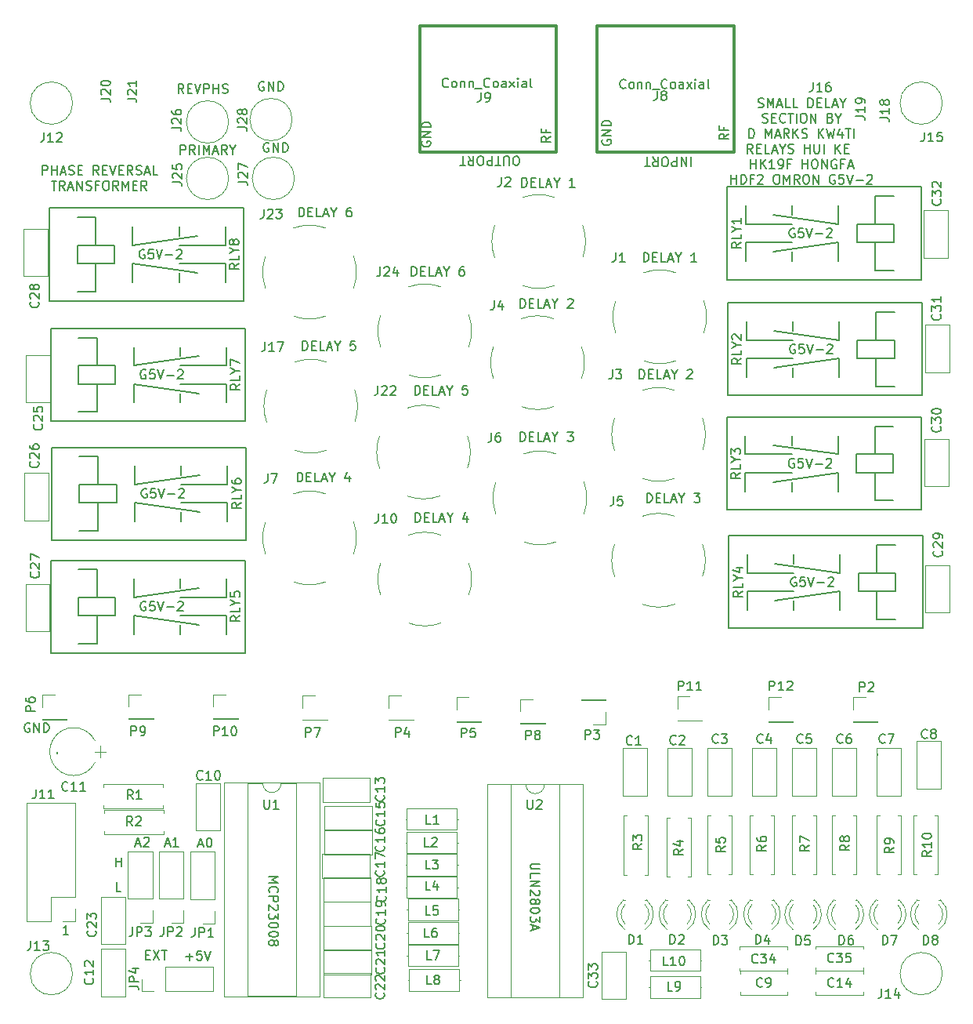
<source format=gbr>
G04 #@! TF.FileFunction,Legend,Top*
%FSLAX46Y46*%
G04 Gerber Fmt 4.6, Leading zero omitted, Abs format (unit mm)*
G04 Created by KiCad (PCBNEW 4.0.7) date 03/16/19 09:29:51*
%MOMM*%
%LPD*%
G01*
G04 APERTURE LIST*
%ADD10C,0.100000*%
%ADD11C,0.150000*%
%ADD12C,0.200000*%
%ADD13C,0.120000*%
%ADD14C,0.300000*%
G04 APERTURE END LIST*
D10*
D11*
X76479496Y-57323100D02*
X76384258Y-57275481D01*
X76241401Y-57275481D01*
X76098543Y-57323100D01*
X76003305Y-57418338D01*
X75955686Y-57513576D01*
X75908067Y-57704052D01*
X75908067Y-57846910D01*
X75955686Y-58037386D01*
X76003305Y-58132624D01*
X76098543Y-58227862D01*
X76241401Y-58275481D01*
X76336639Y-58275481D01*
X76479496Y-58227862D01*
X76527115Y-58180243D01*
X76527115Y-57846910D01*
X76336639Y-57846910D01*
X76955686Y-58275481D02*
X76955686Y-57275481D01*
X77527115Y-58275481D01*
X77527115Y-57275481D01*
X78003305Y-58275481D02*
X78003305Y-57275481D01*
X78241400Y-57275481D01*
X78384258Y-57323100D01*
X78479496Y-57418338D01*
X78527115Y-57513576D01*
X78574734Y-57704052D01*
X78574734Y-57846910D01*
X78527115Y-58037386D01*
X78479496Y-58132624D01*
X78384258Y-58227862D01*
X78241400Y-58275481D01*
X78003305Y-58275481D01*
X103321122Y-59727079D02*
X103130645Y-59727079D01*
X103035407Y-59679460D01*
X102940169Y-59584222D01*
X102892550Y-59393746D01*
X102892550Y-59060412D01*
X102940169Y-58869936D01*
X103035407Y-58774698D01*
X103130645Y-58727079D01*
X103321122Y-58727079D01*
X103416360Y-58774698D01*
X103511598Y-58869936D01*
X103559217Y-59060412D01*
X103559217Y-59393746D01*
X103511598Y-59584222D01*
X103416360Y-59679460D01*
X103321122Y-59727079D01*
X102463979Y-59727079D02*
X102463979Y-58917555D01*
X102416360Y-58822317D01*
X102368741Y-58774698D01*
X102273503Y-58727079D01*
X102083026Y-58727079D01*
X101987788Y-58774698D01*
X101940169Y-58822317D01*
X101892550Y-58917555D01*
X101892550Y-59727079D01*
X101559217Y-59727079D02*
X100987788Y-59727079D01*
X101273503Y-58727079D02*
X101273503Y-59727079D01*
X100654455Y-58727079D02*
X100654455Y-59727079D01*
X100273502Y-59727079D01*
X100178264Y-59679460D01*
X100130645Y-59631841D01*
X100083026Y-59536603D01*
X100083026Y-59393746D01*
X100130645Y-59298508D01*
X100178264Y-59250889D01*
X100273502Y-59203270D01*
X100654455Y-59203270D01*
X99463979Y-59727079D02*
X99273502Y-59727079D01*
X99178264Y-59679460D01*
X99083026Y-59584222D01*
X99035407Y-59393746D01*
X99035407Y-59060412D01*
X99083026Y-58869936D01*
X99178264Y-58774698D01*
X99273502Y-58727079D01*
X99463979Y-58727079D01*
X99559217Y-58774698D01*
X99654455Y-58869936D01*
X99702074Y-59060412D01*
X99702074Y-59393746D01*
X99654455Y-59584222D01*
X99559217Y-59679460D01*
X99463979Y-59727079D01*
X98035407Y-58727079D02*
X98368741Y-59203270D01*
X98606836Y-58727079D02*
X98606836Y-59727079D01*
X98225883Y-59727079D01*
X98130645Y-59679460D01*
X98083026Y-59631841D01*
X98035407Y-59536603D01*
X98035407Y-59393746D01*
X98083026Y-59298508D01*
X98130645Y-59250889D01*
X98225883Y-59203270D01*
X98606836Y-59203270D01*
X97749693Y-59727079D02*
X97178264Y-59727079D01*
X97463979Y-58727079D02*
X97463979Y-59727079D01*
X52024733Y-60752481D02*
X52024733Y-59752481D01*
X52405686Y-59752481D01*
X52500924Y-59800100D01*
X52548543Y-59847719D01*
X52596162Y-59942957D01*
X52596162Y-60085814D01*
X52548543Y-60181052D01*
X52500924Y-60228671D01*
X52405686Y-60276290D01*
X52024733Y-60276290D01*
X53024733Y-60752481D02*
X53024733Y-59752481D01*
X53024733Y-60228671D02*
X53596162Y-60228671D01*
X53596162Y-60752481D02*
X53596162Y-59752481D01*
X54024733Y-60466767D02*
X54500924Y-60466767D01*
X53929495Y-60752481D02*
X54262828Y-59752481D01*
X54596162Y-60752481D01*
X54881876Y-60704862D02*
X55024733Y-60752481D01*
X55262829Y-60752481D01*
X55358067Y-60704862D01*
X55405686Y-60657243D01*
X55453305Y-60562005D01*
X55453305Y-60466767D01*
X55405686Y-60371529D01*
X55358067Y-60323910D01*
X55262829Y-60276290D01*
X55072352Y-60228671D01*
X54977114Y-60181052D01*
X54929495Y-60133433D01*
X54881876Y-60038195D01*
X54881876Y-59942957D01*
X54929495Y-59847719D01*
X54977114Y-59800100D01*
X55072352Y-59752481D01*
X55310448Y-59752481D01*
X55453305Y-59800100D01*
X55881876Y-60228671D02*
X56215210Y-60228671D01*
X56358067Y-60752481D02*
X55881876Y-60752481D01*
X55881876Y-59752481D01*
X56358067Y-59752481D01*
X58119972Y-60752481D02*
X57786638Y-60276290D01*
X57548543Y-60752481D02*
X57548543Y-59752481D01*
X57929496Y-59752481D01*
X58024734Y-59800100D01*
X58072353Y-59847719D01*
X58119972Y-59942957D01*
X58119972Y-60085814D01*
X58072353Y-60181052D01*
X58024734Y-60228671D01*
X57929496Y-60276290D01*
X57548543Y-60276290D01*
X58548543Y-60228671D02*
X58881877Y-60228671D01*
X59024734Y-60752481D02*
X58548543Y-60752481D01*
X58548543Y-59752481D01*
X59024734Y-59752481D01*
X59310448Y-59752481D02*
X59643781Y-60752481D01*
X59977115Y-59752481D01*
X60310448Y-60228671D02*
X60643782Y-60228671D01*
X60786639Y-60752481D02*
X60310448Y-60752481D01*
X60310448Y-59752481D01*
X60786639Y-59752481D01*
X61786639Y-60752481D02*
X61453305Y-60276290D01*
X61215210Y-60752481D02*
X61215210Y-59752481D01*
X61596163Y-59752481D01*
X61691401Y-59800100D01*
X61739020Y-59847719D01*
X61786639Y-59942957D01*
X61786639Y-60085814D01*
X61739020Y-60181052D01*
X61691401Y-60228671D01*
X61596163Y-60276290D01*
X61215210Y-60276290D01*
X62167591Y-60704862D02*
X62310448Y-60752481D01*
X62548544Y-60752481D01*
X62643782Y-60704862D01*
X62691401Y-60657243D01*
X62739020Y-60562005D01*
X62739020Y-60466767D01*
X62691401Y-60371529D01*
X62643782Y-60323910D01*
X62548544Y-60276290D01*
X62358067Y-60228671D01*
X62262829Y-60181052D01*
X62215210Y-60133433D01*
X62167591Y-60038195D01*
X62167591Y-59942957D01*
X62215210Y-59847719D01*
X62262829Y-59800100D01*
X62358067Y-59752481D01*
X62596163Y-59752481D01*
X62739020Y-59800100D01*
X63119972Y-60466767D02*
X63596163Y-60466767D01*
X63024734Y-60752481D02*
X63358067Y-59752481D01*
X63691401Y-60752481D01*
X64500925Y-60752481D02*
X64024734Y-60752481D01*
X64024734Y-59752481D01*
X53000924Y-61402481D02*
X53572353Y-61402481D01*
X53286638Y-62402481D02*
X53286638Y-61402481D01*
X54477115Y-62402481D02*
X54143781Y-61926290D01*
X53905686Y-62402481D02*
X53905686Y-61402481D01*
X54286639Y-61402481D01*
X54381877Y-61450100D01*
X54429496Y-61497719D01*
X54477115Y-61592957D01*
X54477115Y-61735814D01*
X54429496Y-61831052D01*
X54381877Y-61878671D01*
X54286639Y-61926290D01*
X53905686Y-61926290D01*
X54858067Y-62116767D02*
X55334258Y-62116767D01*
X54762829Y-62402481D02*
X55096162Y-61402481D01*
X55429496Y-62402481D01*
X55762829Y-62402481D02*
X55762829Y-61402481D01*
X56334258Y-62402481D01*
X56334258Y-61402481D01*
X56762829Y-62354862D02*
X56905686Y-62402481D01*
X57143782Y-62402481D01*
X57239020Y-62354862D01*
X57286639Y-62307243D01*
X57334258Y-62212005D01*
X57334258Y-62116767D01*
X57286639Y-62021529D01*
X57239020Y-61973910D01*
X57143782Y-61926290D01*
X56953305Y-61878671D01*
X56858067Y-61831052D01*
X56810448Y-61783433D01*
X56762829Y-61688195D01*
X56762829Y-61592957D01*
X56810448Y-61497719D01*
X56858067Y-61450100D01*
X56953305Y-61402481D01*
X57191401Y-61402481D01*
X57334258Y-61450100D01*
X58096163Y-61878671D02*
X57762829Y-61878671D01*
X57762829Y-62402481D02*
X57762829Y-61402481D01*
X58239020Y-61402481D01*
X58810448Y-61402481D02*
X59000925Y-61402481D01*
X59096163Y-61450100D01*
X59191401Y-61545338D01*
X59239020Y-61735814D01*
X59239020Y-62069148D01*
X59191401Y-62259624D01*
X59096163Y-62354862D01*
X59000925Y-62402481D01*
X58810448Y-62402481D01*
X58715210Y-62354862D01*
X58619972Y-62259624D01*
X58572353Y-62069148D01*
X58572353Y-61735814D01*
X58619972Y-61545338D01*
X58715210Y-61450100D01*
X58810448Y-61402481D01*
X60239020Y-62402481D02*
X59905686Y-61926290D01*
X59667591Y-62402481D02*
X59667591Y-61402481D01*
X60048544Y-61402481D01*
X60143782Y-61450100D01*
X60191401Y-61497719D01*
X60239020Y-61592957D01*
X60239020Y-61735814D01*
X60191401Y-61831052D01*
X60143782Y-61878671D01*
X60048544Y-61926290D01*
X59667591Y-61926290D01*
X60667591Y-62402481D02*
X60667591Y-61402481D01*
X61000925Y-62116767D01*
X61334258Y-61402481D01*
X61334258Y-62402481D01*
X61810448Y-61878671D02*
X62143782Y-61878671D01*
X62286639Y-62402481D02*
X61810448Y-62402481D01*
X61810448Y-61402481D01*
X62286639Y-61402481D01*
X63286639Y-62402481D02*
X62953305Y-61926290D01*
X62715210Y-62402481D02*
X62715210Y-61402481D01*
X63096163Y-61402481D01*
X63191401Y-61450100D01*
X63239020Y-61497719D01*
X63286639Y-61592957D01*
X63286639Y-61735814D01*
X63239020Y-61831052D01*
X63191401Y-61878671D01*
X63096163Y-61926290D01*
X62715210Y-61926290D01*
X79754766Y-65273181D02*
X79754766Y-64273181D01*
X79992861Y-64273181D01*
X80135719Y-64320800D01*
X80230957Y-64416038D01*
X80278576Y-64511276D01*
X80326195Y-64701752D01*
X80326195Y-64844610D01*
X80278576Y-65035086D01*
X80230957Y-65130324D01*
X80135719Y-65225562D01*
X79992861Y-65273181D01*
X79754766Y-65273181D01*
X80754766Y-64749371D02*
X81088100Y-64749371D01*
X81230957Y-65273181D02*
X80754766Y-65273181D01*
X80754766Y-64273181D01*
X81230957Y-64273181D01*
X82135719Y-65273181D02*
X81659528Y-65273181D01*
X81659528Y-64273181D01*
X82421433Y-64987467D02*
X82897624Y-64987467D01*
X82326195Y-65273181D02*
X82659528Y-64273181D01*
X82992862Y-65273181D01*
X83516671Y-64796990D02*
X83516671Y-65273181D01*
X83183338Y-64273181D02*
X83516671Y-64796990D01*
X83850005Y-64273181D01*
X85373815Y-64273181D02*
X85183338Y-64273181D01*
X85088100Y-64320800D01*
X85040481Y-64368419D01*
X84945243Y-64511276D01*
X84897624Y-64701752D01*
X84897624Y-65082705D01*
X84945243Y-65177943D01*
X84992862Y-65225562D01*
X85088100Y-65273181D01*
X85278577Y-65273181D01*
X85373815Y-65225562D01*
X85421434Y-65177943D01*
X85469053Y-65082705D01*
X85469053Y-64844610D01*
X85421434Y-64749371D01*
X85373815Y-64701752D01*
X85278577Y-64654133D01*
X85088100Y-64654133D01*
X84992862Y-64701752D01*
X84945243Y-64749371D01*
X84897624Y-64844610D01*
X91934066Y-71648581D02*
X91934066Y-70648581D01*
X92172161Y-70648581D01*
X92315019Y-70696200D01*
X92410257Y-70791438D01*
X92457876Y-70886676D01*
X92505495Y-71077152D01*
X92505495Y-71220010D01*
X92457876Y-71410486D01*
X92410257Y-71505724D01*
X92315019Y-71600962D01*
X92172161Y-71648581D01*
X91934066Y-71648581D01*
X92934066Y-71124771D02*
X93267400Y-71124771D01*
X93410257Y-71648581D02*
X92934066Y-71648581D01*
X92934066Y-70648581D01*
X93410257Y-70648581D01*
X94315019Y-71648581D02*
X93838828Y-71648581D01*
X93838828Y-70648581D01*
X94600733Y-71362867D02*
X95076924Y-71362867D01*
X94505495Y-71648581D02*
X94838828Y-70648581D01*
X95172162Y-71648581D01*
X95695971Y-71172390D02*
X95695971Y-71648581D01*
X95362638Y-70648581D02*
X95695971Y-71172390D01*
X96029305Y-70648581D01*
X97553115Y-70648581D02*
X97362638Y-70648581D01*
X97267400Y-70696200D01*
X97219781Y-70743819D01*
X97124543Y-70886676D01*
X97076924Y-71077152D01*
X97076924Y-71458105D01*
X97124543Y-71553343D01*
X97172162Y-71600962D01*
X97267400Y-71648581D01*
X97457877Y-71648581D01*
X97553115Y-71600962D01*
X97600734Y-71553343D01*
X97648353Y-71458105D01*
X97648353Y-71220010D01*
X97600734Y-71124771D01*
X97553115Y-71077152D01*
X97457877Y-71029533D01*
X97267400Y-71029533D01*
X97172162Y-71077152D01*
X97124543Y-71124771D01*
X97076924Y-71220010D01*
X80148466Y-79687681D02*
X80148466Y-78687681D01*
X80386561Y-78687681D01*
X80529419Y-78735300D01*
X80624657Y-78830538D01*
X80672276Y-78925776D01*
X80719895Y-79116252D01*
X80719895Y-79259110D01*
X80672276Y-79449586D01*
X80624657Y-79544824D01*
X80529419Y-79640062D01*
X80386561Y-79687681D01*
X80148466Y-79687681D01*
X81148466Y-79163871D02*
X81481800Y-79163871D01*
X81624657Y-79687681D02*
X81148466Y-79687681D01*
X81148466Y-78687681D01*
X81624657Y-78687681D01*
X82529419Y-79687681D02*
X82053228Y-79687681D01*
X82053228Y-78687681D01*
X82815133Y-79401967D02*
X83291324Y-79401967D01*
X82719895Y-79687681D02*
X83053228Y-78687681D01*
X83386562Y-79687681D01*
X83910371Y-79211490D02*
X83910371Y-79687681D01*
X83577038Y-78687681D02*
X83910371Y-79211490D01*
X84243705Y-78687681D01*
X85815134Y-78687681D02*
X85338943Y-78687681D01*
X85291324Y-79163871D01*
X85338943Y-79116252D01*
X85434181Y-79068633D01*
X85672277Y-79068633D01*
X85767515Y-79116252D01*
X85815134Y-79163871D01*
X85862753Y-79259110D01*
X85862753Y-79497205D01*
X85815134Y-79592443D01*
X85767515Y-79640062D01*
X85672277Y-79687681D01*
X85434181Y-79687681D01*
X85338943Y-79640062D01*
X85291324Y-79592443D01*
X92276966Y-84500981D02*
X92276966Y-83500981D01*
X92515061Y-83500981D01*
X92657919Y-83548600D01*
X92753157Y-83643838D01*
X92800776Y-83739076D01*
X92848395Y-83929552D01*
X92848395Y-84072410D01*
X92800776Y-84262886D01*
X92753157Y-84358124D01*
X92657919Y-84453362D01*
X92515061Y-84500981D01*
X92276966Y-84500981D01*
X93276966Y-83977171D02*
X93610300Y-83977171D01*
X93753157Y-84500981D02*
X93276966Y-84500981D01*
X93276966Y-83500981D01*
X93753157Y-83500981D01*
X94657919Y-84500981D02*
X94181728Y-84500981D01*
X94181728Y-83500981D01*
X94943633Y-84215267D02*
X95419824Y-84215267D01*
X94848395Y-84500981D02*
X95181728Y-83500981D01*
X95515062Y-84500981D01*
X96038871Y-84024790D02*
X96038871Y-84500981D01*
X95705538Y-83500981D02*
X96038871Y-84024790D01*
X96372205Y-83500981D01*
X97943634Y-83500981D02*
X97467443Y-83500981D01*
X97419824Y-83977171D01*
X97467443Y-83929552D01*
X97562681Y-83881933D01*
X97800777Y-83881933D01*
X97896015Y-83929552D01*
X97943634Y-83977171D01*
X97991253Y-84072410D01*
X97991253Y-84310505D01*
X97943634Y-84405743D01*
X97896015Y-84453362D01*
X97800777Y-84500981D01*
X97562681Y-84500981D01*
X97467443Y-84453362D01*
X97419824Y-84405743D01*
X79589666Y-93886281D02*
X79589666Y-92886281D01*
X79827761Y-92886281D01*
X79970619Y-92933900D01*
X80065857Y-93029138D01*
X80113476Y-93124376D01*
X80161095Y-93314852D01*
X80161095Y-93457710D01*
X80113476Y-93648186D01*
X80065857Y-93743424D01*
X79970619Y-93838662D01*
X79827761Y-93886281D01*
X79589666Y-93886281D01*
X80589666Y-93362471D02*
X80923000Y-93362471D01*
X81065857Y-93886281D02*
X80589666Y-93886281D01*
X80589666Y-92886281D01*
X81065857Y-92886281D01*
X81970619Y-93886281D02*
X81494428Y-93886281D01*
X81494428Y-92886281D01*
X82256333Y-93600567D02*
X82732524Y-93600567D01*
X82161095Y-93886281D02*
X82494428Y-92886281D01*
X82827762Y-93886281D01*
X83351571Y-93410090D02*
X83351571Y-93886281D01*
X83018238Y-92886281D02*
X83351571Y-93410090D01*
X83684905Y-92886281D01*
X85208715Y-93219614D02*
X85208715Y-93886281D01*
X84970619Y-92838662D02*
X84732524Y-93552948D01*
X85351572Y-93552948D01*
X92327766Y-98242381D02*
X92327766Y-97242381D01*
X92565861Y-97242381D01*
X92708719Y-97290000D01*
X92803957Y-97385238D01*
X92851576Y-97480476D01*
X92899195Y-97670952D01*
X92899195Y-97813810D01*
X92851576Y-98004286D01*
X92803957Y-98099524D01*
X92708719Y-98194762D01*
X92565861Y-98242381D01*
X92327766Y-98242381D01*
X93327766Y-97718571D02*
X93661100Y-97718571D01*
X93803957Y-98242381D02*
X93327766Y-98242381D01*
X93327766Y-97242381D01*
X93803957Y-97242381D01*
X94708719Y-98242381D02*
X94232528Y-98242381D01*
X94232528Y-97242381D01*
X94994433Y-97956667D02*
X95470624Y-97956667D01*
X94899195Y-98242381D02*
X95232528Y-97242381D01*
X95565862Y-98242381D01*
X96089671Y-97766190D02*
X96089671Y-98242381D01*
X95756338Y-97242381D02*
X96089671Y-97766190D01*
X96423005Y-97242381D01*
X97946815Y-97575714D02*
X97946815Y-98242381D01*
X97708719Y-97194762D02*
X97470624Y-97909048D01*
X98089672Y-97909048D01*
X117359466Y-96121481D02*
X117359466Y-95121481D01*
X117597561Y-95121481D01*
X117740419Y-95169100D01*
X117835657Y-95264338D01*
X117883276Y-95359576D01*
X117930895Y-95550052D01*
X117930895Y-95692910D01*
X117883276Y-95883386D01*
X117835657Y-95978624D01*
X117740419Y-96073862D01*
X117597561Y-96121481D01*
X117359466Y-96121481D01*
X118359466Y-95597671D02*
X118692800Y-95597671D01*
X118835657Y-96121481D02*
X118359466Y-96121481D01*
X118359466Y-95121481D01*
X118835657Y-95121481D01*
X119740419Y-96121481D02*
X119264228Y-96121481D01*
X119264228Y-95121481D01*
X120026133Y-95835767D02*
X120502324Y-95835767D01*
X119930895Y-96121481D02*
X120264228Y-95121481D01*
X120597562Y-96121481D01*
X121121371Y-95645290D02*
X121121371Y-96121481D01*
X120788038Y-95121481D02*
X121121371Y-95645290D01*
X121454705Y-95121481D01*
X122454705Y-95121481D02*
X123073753Y-95121481D01*
X122740419Y-95502433D01*
X122883277Y-95502433D01*
X122978515Y-95550052D01*
X123026134Y-95597671D01*
X123073753Y-95692910D01*
X123073753Y-95931005D01*
X123026134Y-96026243D01*
X122978515Y-96073862D01*
X122883277Y-96121481D01*
X122597562Y-96121481D01*
X122502324Y-96073862D01*
X122454705Y-96026243D01*
X103668866Y-89530181D02*
X103668866Y-88530181D01*
X103906961Y-88530181D01*
X104049819Y-88577800D01*
X104145057Y-88673038D01*
X104192676Y-88768276D01*
X104240295Y-88958752D01*
X104240295Y-89101610D01*
X104192676Y-89292086D01*
X104145057Y-89387324D01*
X104049819Y-89482562D01*
X103906961Y-89530181D01*
X103668866Y-89530181D01*
X104668866Y-89006371D02*
X105002200Y-89006371D01*
X105145057Y-89530181D02*
X104668866Y-89530181D01*
X104668866Y-88530181D01*
X105145057Y-88530181D01*
X106049819Y-89530181D02*
X105573628Y-89530181D01*
X105573628Y-88530181D01*
X106335533Y-89244467D02*
X106811724Y-89244467D01*
X106240295Y-89530181D02*
X106573628Y-88530181D01*
X106906962Y-89530181D01*
X107430771Y-89053990D02*
X107430771Y-89530181D01*
X107097438Y-88530181D02*
X107430771Y-89053990D01*
X107764105Y-88530181D01*
X108764105Y-88530181D02*
X109383153Y-88530181D01*
X109049819Y-88911133D01*
X109192677Y-88911133D01*
X109287915Y-88958752D01*
X109335534Y-89006371D01*
X109383153Y-89101610D01*
X109383153Y-89339705D01*
X109335534Y-89434943D01*
X109287915Y-89482562D01*
X109192677Y-89530181D01*
X108906962Y-89530181D01*
X108811724Y-89482562D01*
X108764105Y-89434943D01*
X116559366Y-82773781D02*
X116559366Y-81773781D01*
X116797461Y-81773781D01*
X116940319Y-81821400D01*
X117035557Y-81916638D01*
X117083176Y-82011876D01*
X117130795Y-82202352D01*
X117130795Y-82345210D01*
X117083176Y-82535686D01*
X117035557Y-82630924D01*
X116940319Y-82726162D01*
X116797461Y-82773781D01*
X116559366Y-82773781D01*
X117559366Y-82249971D02*
X117892700Y-82249971D01*
X118035557Y-82773781D02*
X117559366Y-82773781D01*
X117559366Y-81773781D01*
X118035557Y-81773781D01*
X118940319Y-82773781D02*
X118464128Y-82773781D01*
X118464128Y-81773781D01*
X119226033Y-82488067D02*
X119702224Y-82488067D01*
X119130795Y-82773781D02*
X119464128Y-81773781D01*
X119797462Y-82773781D01*
X120321271Y-82297590D02*
X120321271Y-82773781D01*
X119987938Y-81773781D02*
X120321271Y-82297590D01*
X120654605Y-81773781D01*
X121702224Y-81869019D02*
X121749843Y-81821400D01*
X121845081Y-81773781D01*
X122083177Y-81773781D01*
X122178415Y-81821400D01*
X122226034Y-81869019D01*
X122273653Y-81964257D01*
X122273653Y-82059495D01*
X122226034Y-82202352D01*
X121654605Y-82773781D01*
X122273653Y-82773781D01*
X103668866Y-75128381D02*
X103668866Y-74128381D01*
X103906961Y-74128381D01*
X104049819Y-74176000D01*
X104145057Y-74271238D01*
X104192676Y-74366476D01*
X104240295Y-74556952D01*
X104240295Y-74699810D01*
X104192676Y-74890286D01*
X104145057Y-74985524D01*
X104049819Y-75080762D01*
X103906961Y-75128381D01*
X103668866Y-75128381D01*
X104668866Y-74604571D02*
X105002200Y-74604571D01*
X105145057Y-75128381D02*
X104668866Y-75128381D01*
X104668866Y-74128381D01*
X105145057Y-74128381D01*
X106049819Y-75128381D02*
X105573628Y-75128381D01*
X105573628Y-74128381D01*
X106335533Y-74842667D02*
X106811724Y-74842667D01*
X106240295Y-75128381D02*
X106573628Y-74128381D01*
X106906962Y-75128381D01*
X107430771Y-74652190D02*
X107430771Y-75128381D01*
X107097438Y-74128381D02*
X107430771Y-74652190D01*
X107764105Y-74128381D01*
X108811724Y-74223619D02*
X108859343Y-74176000D01*
X108954581Y-74128381D01*
X109192677Y-74128381D01*
X109287915Y-74176000D01*
X109335534Y-74223619D01*
X109383153Y-74318857D01*
X109383153Y-74414095D01*
X109335534Y-74556952D01*
X108764105Y-75128381D01*
X109383153Y-75128381D01*
X117003866Y-70149981D02*
X117003866Y-69149981D01*
X117241961Y-69149981D01*
X117384819Y-69197600D01*
X117480057Y-69292838D01*
X117527676Y-69388076D01*
X117575295Y-69578552D01*
X117575295Y-69721410D01*
X117527676Y-69911886D01*
X117480057Y-70007124D01*
X117384819Y-70102362D01*
X117241961Y-70149981D01*
X117003866Y-70149981D01*
X118003866Y-69626171D02*
X118337200Y-69626171D01*
X118480057Y-70149981D02*
X118003866Y-70149981D01*
X118003866Y-69149981D01*
X118480057Y-69149981D01*
X119384819Y-70149981D02*
X118908628Y-70149981D01*
X118908628Y-69149981D01*
X119670533Y-69864267D02*
X120146724Y-69864267D01*
X119575295Y-70149981D02*
X119908628Y-69149981D01*
X120241962Y-70149981D01*
X120765771Y-69673790D02*
X120765771Y-70149981D01*
X120432438Y-69149981D02*
X120765771Y-69673790D01*
X121099105Y-69149981D01*
X122718153Y-70149981D02*
X122146724Y-70149981D01*
X122432438Y-70149981D02*
X122432438Y-69149981D01*
X122337200Y-69292838D01*
X122241962Y-69388076D01*
X122146724Y-69435695D01*
X103846666Y-62060081D02*
X103846666Y-61060081D01*
X104084761Y-61060081D01*
X104227619Y-61107700D01*
X104322857Y-61202938D01*
X104370476Y-61298176D01*
X104418095Y-61488652D01*
X104418095Y-61631510D01*
X104370476Y-61821986D01*
X104322857Y-61917224D01*
X104227619Y-62012462D01*
X104084761Y-62060081D01*
X103846666Y-62060081D01*
X104846666Y-61536271D02*
X105180000Y-61536271D01*
X105322857Y-62060081D02*
X104846666Y-62060081D01*
X104846666Y-61060081D01*
X105322857Y-61060081D01*
X106227619Y-62060081D02*
X105751428Y-62060081D01*
X105751428Y-61060081D01*
X106513333Y-61774367D02*
X106989524Y-61774367D01*
X106418095Y-62060081D02*
X106751428Y-61060081D01*
X107084762Y-62060081D01*
X107608571Y-61583890D02*
X107608571Y-62060081D01*
X107275238Y-61060081D02*
X107608571Y-61583890D01*
X107941905Y-61060081D01*
X109560953Y-62060081D02*
X108989524Y-62060081D01*
X109275238Y-62060081D02*
X109275238Y-61060081D01*
X109180000Y-61202938D01*
X109084762Y-61298176D01*
X108989524Y-61345795D01*
X66946829Y-58529481D02*
X66946829Y-57529481D01*
X67327782Y-57529481D01*
X67423020Y-57577100D01*
X67470639Y-57624719D01*
X67518258Y-57719957D01*
X67518258Y-57862814D01*
X67470639Y-57958052D01*
X67423020Y-58005671D01*
X67327782Y-58053290D01*
X66946829Y-58053290D01*
X68518258Y-58529481D02*
X68184924Y-58053290D01*
X67946829Y-58529481D02*
X67946829Y-57529481D01*
X68327782Y-57529481D01*
X68423020Y-57577100D01*
X68470639Y-57624719D01*
X68518258Y-57719957D01*
X68518258Y-57862814D01*
X68470639Y-57958052D01*
X68423020Y-58005671D01*
X68327782Y-58053290D01*
X67946829Y-58053290D01*
X68946829Y-58529481D02*
X68946829Y-57529481D01*
X69423019Y-58529481D02*
X69423019Y-57529481D01*
X69756353Y-58243767D01*
X70089686Y-57529481D01*
X70089686Y-58529481D01*
X70518257Y-58243767D02*
X70994448Y-58243767D01*
X70423019Y-58529481D02*
X70756352Y-57529481D01*
X71089686Y-58529481D01*
X71994448Y-58529481D02*
X71661114Y-58053290D01*
X71423019Y-58529481D02*
X71423019Y-57529481D01*
X71803972Y-57529481D01*
X71899210Y-57577100D01*
X71946829Y-57624719D01*
X71994448Y-57719957D01*
X71994448Y-57862814D01*
X71946829Y-57958052D01*
X71899210Y-58005671D01*
X71803972Y-58053290D01*
X71423019Y-58053290D01*
X72613495Y-58053290D02*
X72613495Y-58529481D01*
X72280162Y-57529481D02*
X72613495Y-58053290D01*
X72946829Y-57529481D01*
X67295972Y-51925481D02*
X66962638Y-51449290D01*
X66724543Y-51925481D02*
X66724543Y-50925481D01*
X67105496Y-50925481D01*
X67200734Y-50973100D01*
X67248353Y-51020719D01*
X67295972Y-51115957D01*
X67295972Y-51258814D01*
X67248353Y-51354052D01*
X67200734Y-51401671D01*
X67105496Y-51449290D01*
X66724543Y-51449290D01*
X67724543Y-51401671D02*
X68057877Y-51401671D01*
X68200734Y-51925481D02*
X67724543Y-51925481D01*
X67724543Y-50925481D01*
X68200734Y-50925481D01*
X68486448Y-50925481D02*
X68819781Y-51925481D01*
X69153115Y-50925481D01*
X69486448Y-51925481D02*
X69486448Y-50925481D01*
X69867401Y-50925481D01*
X69962639Y-50973100D01*
X70010258Y-51020719D01*
X70057877Y-51115957D01*
X70057877Y-51258814D01*
X70010258Y-51354052D01*
X69962639Y-51401671D01*
X69867401Y-51449290D01*
X69486448Y-51449290D01*
X70486448Y-51925481D02*
X70486448Y-50925481D01*
X70486448Y-51401671D02*
X71057877Y-51401671D01*
X71057877Y-51925481D02*
X71057877Y-50925481D01*
X71486448Y-51877862D02*
X71629305Y-51925481D01*
X71867401Y-51925481D01*
X71962639Y-51877862D01*
X72010258Y-51830243D01*
X72057877Y-51735005D01*
X72057877Y-51639767D01*
X72010258Y-51544529D01*
X71962639Y-51496910D01*
X71867401Y-51449290D01*
X71676924Y-51401671D01*
X71581686Y-51354052D01*
X71534067Y-51306433D01*
X71486448Y-51211195D01*
X71486448Y-51115957D01*
X71534067Y-51020719D01*
X71581686Y-50973100D01*
X71676924Y-50925481D01*
X71915020Y-50925481D01*
X72057877Y-50973100D01*
X75971496Y-50719100D02*
X75876258Y-50671481D01*
X75733401Y-50671481D01*
X75590543Y-50719100D01*
X75495305Y-50814338D01*
X75447686Y-50909576D01*
X75400067Y-51100052D01*
X75400067Y-51242910D01*
X75447686Y-51433386D01*
X75495305Y-51528624D01*
X75590543Y-51623862D01*
X75733401Y-51671481D01*
X75828639Y-51671481D01*
X75971496Y-51623862D01*
X76019115Y-51576243D01*
X76019115Y-51242910D01*
X75828639Y-51242910D01*
X76447686Y-51671481D02*
X76447686Y-50671481D01*
X77019115Y-51671481D01*
X77019115Y-50671481D01*
X77495305Y-51671481D02*
X77495305Y-50671481D01*
X77733400Y-50671481D01*
X77876258Y-50719100D01*
X77971496Y-50814338D01*
X78019115Y-50909576D01*
X78066734Y-51100052D01*
X78066734Y-51242910D01*
X78019115Y-51433386D01*
X77971496Y-51528624D01*
X77876258Y-51623862D01*
X77733400Y-51671481D01*
X77495305Y-51671481D01*
X106959661Y-56616267D02*
X106483470Y-56949601D01*
X106959661Y-57187696D02*
X105959661Y-57187696D01*
X105959661Y-56806743D01*
X106007280Y-56711505D01*
X106054899Y-56663886D01*
X106150137Y-56616267D01*
X106292994Y-56616267D01*
X106388232Y-56663886D01*
X106435851Y-56711505D01*
X106483470Y-56806743D01*
X106483470Y-57187696D01*
X106435851Y-55854362D02*
X106435851Y-56187696D01*
X106959661Y-56187696D02*
X105959661Y-56187696D01*
X105959661Y-55711505D01*
X93043120Y-57147364D02*
X92995501Y-57242602D01*
X92995501Y-57385459D01*
X93043120Y-57528317D01*
X93138358Y-57623555D01*
X93233596Y-57671174D01*
X93424072Y-57718793D01*
X93566930Y-57718793D01*
X93757406Y-57671174D01*
X93852644Y-57623555D01*
X93947882Y-57528317D01*
X93995501Y-57385459D01*
X93995501Y-57290221D01*
X93947882Y-57147364D01*
X93900263Y-57099745D01*
X93566930Y-57099745D01*
X93566930Y-57290221D01*
X93995501Y-56671174D02*
X92995501Y-56671174D01*
X93995501Y-56099745D01*
X92995501Y-56099745D01*
X93995501Y-55623555D02*
X92995501Y-55623555D01*
X92995501Y-55385460D01*
X93043120Y-55242602D01*
X93138358Y-55147364D01*
X93233596Y-55099745D01*
X93424072Y-55052126D01*
X93566930Y-55052126D01*
X93757406Y-55099745D01*
X93852644Y-55147364D01*
X93947882Y-55242602D01*
X93995501Y-55385460D01*
X93995501Y-55623555D01*
X122123531Y-58838839D02*
X122123531Y-59838839D01*
X121647341Y-58838839D02*
X121647341Y-59838839D01*
X121075912Y-58838839D01*
X121075912Y-59838839D01*
X120599722Y-58838839D02*
X120599722Y-59838839D01*
X120218769Y-59838839D01*
X120123531Y-59791220D01*
X120075912Y-59743601D01*
X120028293Y-59648363D01*
X120028293Y-59505506D01*
X120075912Y-59410268D01*
X120123531Y-59362649D01*
X120218769Y-59315030D01*
X120599722Y-59315030D01*
X119409246Y-59838839D02*
X119218769Y-59838839D01*
X119123531Y-59791220D01*
X119028293Y-59695982D01*
X118980674Y-59505506D01*
X118980674Y-59172172D01*
X119028293Y-58981696D01*
X119123531Y-58886458D01*
X119218769Y-58838839D01*
X119409246Y-58838839D01*
X119504484Y-58886458D01*
X119599722Y-58981696D01*
X119647341Y-59172172D01*
X119647341Y-59505506D01*
X119599722Y-59695982D01*
X119504484Y-59791220D01*
X119409246Y-59838839D01*
X117980674Y-58838839D02*
X118314008Y-59315030D01*
X118552103Y-58838839D02*
X118552103Y-59838839D01*
X118171150Y-59838839D01*
X118075912Y-59791220D01*
X118028293Y-59743601D01*
X117980674Y-59648363D01*
X117980674Y-59505506D01*
X118028293Y-59410268D01*
X118075912Y-59362649D01*
X118171150Y-59315030D01*
X118552103Y-59315030D01*
X117694960Y-59838839D02*
X117123531Y-59838839D01*
X117409246Y-58838839D02*
X117409246Y-59838839D01*
X126182381Y-56316547D02*
X125706190Y-56649881D01*
X126182381Y-56887976D02*
X125182381Y-56887976D01*
X125182381Y-56507023D01*
X125230000Y-56411785D01*
X125277619Y-56364166D01*
X125372857Y-56316547D01*
X125515714Y-56316547D01*
X125610952Y-56364166D01*
X125658571Y-56411785D01*
X125706190Y-56507023D01*
X125706190Y-56887976D01*
X125658571Y-55554642D02*
X125658571Y-55887976D01*
X126182381Y-55887976D02*
X125182381Y-55887976D01*
X125182381Y-55411785D01*
X112542700Y-56972104D02*
X112495081Y-57067342D01*
X112495081Y-57210199D01*
X112542700Y-57353057D01*
X112637938Y-57448295D01*
X112733176Y-57495914D01*
X112923652Y-57543533D01*
X113066510Y-57543533D01*
X113256986Y-57495914D01*
X113352224Y-57448295D01*
X113447462Y-57353057D01*
X113495081Y-57210199D01*
X113495081Y-57114961D01*
X113447462Y-56972104D01*
X113399843Y-56924485D01*
X113066510Y-56924485D01*
X113066510Y-57114961D01*
X113495081Y-56495914D02*
X112495081Y-56495914D01*
X113495081Y-55924485D01*
X112495081Y-55924485D01*
X113495081Y-55448295D02*
X112495081Y-55448295D01*
X112495081Y-55210200D01*
X112542700Y-55067342D01*
X112637938Y-54972104D01*
X112733176Y-54924485D01*
X112923652Y-54876866D01*
X113066510Y-54876866D01*
X113256986Y-54924485D01*
X113352224Y-54972104D01*
X113447462Y-55067342D01*
X113495081Y-55210200D01*
X113495081Y-55448295D01*
X67533046Y-145166389D02*
X68294951Y-145166389D01*
X67913999Y-145547341D02*
X67913999Y-144785436D01*
X69247332Y-144547341D02*
X68771141Y-144547341D01*
X68723522Y-145023531D01*
X68771141Y-144975912D01*
X68866379Y-144928293D01*
X69104475Y-144928293D01*
X69199713Y-144975912D01*
X69247332Y-145023531D01*
X69294951Y-145118770D01*
X69294951Y-145356865D01*
X69247332Y-145452103D01*
X69199713Y-145499722D01*
X69104475Y-145547341D01*
X68866379Y-145547341D01*
X68771141Y-145499722D01*
X68723522Y-145452103D01*
X69580665Y-144547341D02*
X69913998Y-145547341D01*
X70247332Y-144547341D01*
X63190571Y-144993051D02*
X63523905Y-144993051D01*
X63666762Y-145516861D02*
X63190571Y-145516861D01*
X63190571Y-144516861D01*
X63666762Y-144516861D01*
X64000095Y-144516861D02*
X64666762Y-145516861D01*
X64666762Y-144516861D02*
X64000095Y-145516861D01*
X64904857Y-144516861D02*
X65476286Y-144516861D01*
X65190571Y-145516861D02*
X65190571Y-144516861D01*
X59988486Y-135453381D02*
X59988486Y-134453381D01*
X59988486Y-134929571D02*
X60559915Y-134929571D01*
X60559915Y-135453381D02*
X60559915Y-134453381D01*
X62125314Y-132983267D02*
X62601505Y-132983267D01*
X62030076Y-133268981D02*
X62363409Y-132268981D01*
X62696743Y-133268981D01*
X62982457Y-132364219D02*
X63030076Y-132316600D01*
X63125314Y-132268981D01*
X63363410Y-132268981D01*
X63458648Y-132316600D01*
X63506267Y-132364219D01*
X63553886Y-132459457D01*
X63553886Y-132554695D01*
X63506267Y-132697552D01*
X62934838Y-133268981D01*
X63553886Y-133268981D01*
D12*
X53594000Y-123190000D02*
X53594000Y-123063000D01*
X142240000Y-123215400D02*
X142240000Y-123393200D01*
D11*
X54844915Y-142768581D02*
X54273486Y-142768581D01*
X54559200Y-142768581D02*
X54559200Y-141768581D01*
X54463962Y-141911438D01*
X54368724Y-142006676D01*
X54273486Y-142054295D01*
X50647696Y-119977280D02*
X50552458Y-119929661D01*
X50409601Y-119929661D01*
X50266743Y-119977280D01*
X50171505Y-120072518D01*
X50123886Y-120167756D01*
X50076267Y-120358232D01*
X50076267Y-120501090D01*
X50123886Y-120691566D01*
X50171505Y-120786804D01*
X50266743Y-120882042D01*
X50409601Y-120929661D01*
X50504839Y-120929661D01*
X50647696Y-120882042D01*
X50695315Y-120834423D01*
X50695315Y-120501090D01*
X50504839Y-120501090D01*
X51123886Y-120929661D02*
X51123886Y-119929661D01*
X51695315Y-120929661D01*
X51695315Y-119929661D01*
X52171505Y-120929661D02*
X52171505Y-119929661D01*
X52409600Y-119929661D01*
X52552458Y-119977280D01*
X52647696Y-120072518D01*
X52695315Y-120167756D01*
X52742934Y-120358232D01*
X52742934Y-120501090D01*
X52695315Y-120691566D01*
X52647696Y-120786804D01*
X52552458Y-120882042D01*
X52409600Y-120929661D01*
X52171505Y-120929661D01*
X129383423Y-53429762D02*
X129526280Y-53477381D01*
X129764376Y-53477381D01*
X129859614Y-53429762D01*
X129907233Y-53382143D01*
X129954852Y-53286905D01*
X129954852Y-53191667D01*
X129907233Y-53096429D01*
X129859614Y-53048810D01*
X129764376Y-53001190D01*
X129573899Y-52953571D01*
X129478661Y-52905952D01*
X129431042Y-52858333D01*
X129383423Y-52763095D01*
X129383423Y-52667857D01*
X129431042Y-52572619D01*
X129478661Y-52525000D01*
X129573899Y-52477381D01*
X129811995Y-52477381D01*
X129954852Y-52525000D01*
X130383423Y-53477381D02*
X130383423Y-52477381D01*
X130716757Y-53191667D01*
X131050090Y-52477381D01*
X131050090Y-53477381D01*
X131478661Y-53191667D02*
X131954852Y-53191667D01*
X131383423Y-53477381D02*
X131716756Y-52477381D01*
X132050090Y-53477381D01*
X132859614Y-53477381D02*
X132383423Y-53477381D01*
X132383423Y-52477381D01*
X133669138Y-53477381D02*
X133192947Y-53477381D01*
X133192947Y-52477381D01*
X134764376Y-53477381D02*
X134764376Y-52477381D01*
X135002471Y-52477381D01*
X135145329Y-52525000D01*
X135240567Y-52620238D01*
X135288186Y-52715476D01*
X135335805Y-52905952D01*
X135335805Y-53048810D01*
X135288186Y-53239286D01*
X135240567Y-53334524D01*
X135145329Y-53429762D01*
X135002471Y-53477381D01*
X134764376Y-53477381D01*
X135764376Y-52953571D02*
X136097710Y-52953571D01*
X136240567Y-53477381D02*
X135764376Y-53477381D01*
X135764376Y-52477381D01*
X136240567Y-52477381D01*
X137145329Y-53477381D02*
X136669138Y-53477381D01*
X136669138Y-52477381D01*
X137431043Y-53191667D02*
X137907234Y-53191667D01*
X137335805Y-53477381D02*
X137669138Y-52477381D01*
X138002472Y-53477381D01*
X138526281Y-53001190D02*
X138526281Y-53477381D01*
X138192948Y-52477381D02*
X138526281Y-53001190D01*
X138859615Y-52477381D01*
X129859614Y-55079762D02*
X130002471Y-55127381D01*
X130240567Y-55127381D01*
X130335805Y-55079762D01*
X130383424Y-55032143D01*
X130431043Y-54936905D01*
X130431043Y-54841667D01*
X130383424Y-54746429D01*
X130335805Y-54698810D01*
X130240567Y-54651190D01*
X130050090Y-54603571D01*
X129954852Y-54555952D01*
X129907233Y-54508333D01*
X129859614Y-54413095D01*
X129859614Y-54317857D01*
X129907233Y-54222619D01*
X129954852Y-54175000D01*
X130050090Y-54127381D01*
X130288186Y-54127381D01*
X130431043Y-54175000D01*
X130859614Y-54603571D02*
X131192948Y-54603571D01*
X131335805Y-55127381D02*
X130859614Y-55127381D01*
X130859614Y-54127381D01*
X131335805Y-54127381D01*
X132335805Y-55032143D02*
X132288186Y-55079762D01*
X132145329Y-55127381D01*
X132050091Y-55127381D01*
X131907233Y-55079762D01*
X131811995Y-54984524D01*
X131764376Y-54889286D01*
X131716757Y-54698810D01*
X131716757Y-54555952D01*
X131764376Y-54365476D01*
X131811995Y-54270238D01*
X131907233Y-54175000D01*
X132050091Y-54127381D01*
X132145329Y-54127381D01*
X132288186Y-54175000D01*
X132335805Y-54222619D01*
X132621519Y-54127381D02*
X133192948Y-54127381D01*
X132907233Y-55127381D02*
X132907233Y-54127381D01*
X133526281Y-55127381D02*
X133526281Y-54127381D01*
X134192947Y-54127381D02*
X134383424Y-54127381D01*
X134478662Y-54175000D01*
X134573900Y-54270238D01*
X134621519Y-54460714D01*
X134621519Y-54794048D01*
X134573900Y-54984524D01*
X134478662Y-55079762D01*
X134383424Y-55127381D01*
X134192947Y-55127381D01*
X134097709Y-55079762D01*
X134002471Y-54984524D01*
X133954852Y-54794048D01*
X133954852Y-54460714D01*
X134002471Y-54270238D01*
X134097709Y-54175000D01*
X134192947Y-54127381D01*
X135050090Y-55127381D02*
X135050090Y-54127381D01*
X135621519Y-55127381D01*
X135621519Y-54127381D01*
X137192948Y-54603571D02*
X137335805Y-54651190D01*
X137383424Y-54698810D01*
X137431043Y-54794048D01*
X137431043Y-54936905D01*
X137383424Y-55032143D01*
X137335805Y-55079762D01*
X137240567Y-55127381D01*
X136859614Y-55127381D01*
X136859614Y-54127381D01*
X137192948Y-54127381D01*
X137288186Y-54175000D01*
X137335805Y-54222619D01*
X137383424Y-54317857D01*
X137383424Y-54413095D01*
X137335805Y-54508333D01*
X137288186Y-54555952D01*
X137192948Y-54603571D01*
X136859614Y-54603571D01*
X138050090Y-54651190D02*
X138050090Y-55127381D01*
X137716757Y-54127381D02*
X138050090Y-54651190D01*
X138383424Y-54127381D01*
X128407233Y-56777381D02*
X128407233Y-55777381D01*
X128645328Y-55777381D01*
X128788186Y-55825000D01*
X128883424Y-55920238D01*
X128931043Y-56015476D01*
X128978662Y-56205952D01*
X128978662Y-56348810D01*
X128931043Y-56539286D01*
X128883424Y-56634524D01*
X128788186Y-56729762D01*
X128645328Y-56777381D01*
X128407233Y-56777381D01*
X130169138Y-56777381D02*
X130169138Y-55777381D01*
X130502472Y-56491667D01*
X130835805Y-55777381D01*
X130835805Y-56777381D01*
X131264376Y-56491667D02*
X131740567Y-56491667D01*
X131169138Y-56777381D02*
X131502471Y-55777381D01*
X131835805Y-56777381D01*
X132740567Y-56777381D02*
X132407233Y-56301190D01*
X132169138Y-56777381D02*
X132169138Y-55777381D01*
X132550091Y-55777381D01*
X132645329Y-55825000D01*
X132692948Y-55872619D01*
X132740567Y-55967857D01*
X132740567Y-56110714D01*
X132692948Y-56205952D01*
X132645329Y-56253571D01*
X132550091Y-56301190D01*
X132169138Y-56301190D01*
X133169138Y-56777381D02*
X133169138Y-55777381D01*
X133740567Y-56777381D02*
X133311995Y-56205952D01*
X133740567Y-55777381D02*
X133169138Y-56348810D01*
X134121519Y-56729762D02*
X134264376Y-56777381D01*
X134502472Y-56777381D01*
X134597710Y-56729762D01*
X134645329Y-56682143D01*
X134692948Y-56586905D01*
X134692948Y-56491667D01*
X134645329Y-56396429D01*
X134597710Y-56348810D01*
X134502472Y-56301190D01*
X134311995Y-56253571D01*
X134216757Y-56205952D01*
X134169138Y-56158333D01*
X134121519Y-56063095D01*
X134121519Y-55967857D01*
X134169138Y-55872619D01*
X134216757Y-55825000D01*
X134311995Y-55777381D01*
X134550091Y-55777381D01*
X134692948Y-55825000D01*
X135883424Y-56777381D02*
X135883424Y-55777381D01*
X136454853Y-56777381D02*
X136026281Y-56205952D01*
X136454853Y-55777381D02*
X135883424Y-56348810D01*
X136788186Y-55777381D02*
X137026281Y-56777381D01*
X137216758Y-56063095D01*
X137407234Y-56777381D01*
X137645329Y-55777381D01*
X138454853Y-56110714D02*
X138454853Y-56777381D01*
X138216757Y-55729762D02*
X137978662Y-56444048D01*
X138597710Y-56444048D01*
X138835805Y-55777381D02*
X139407234Y-55777381D01*
X139121519Y-56777381D02*
X139121519Y-55777381D01*
X139740567Y-56777381D02*
X139740567Y-55777381D01*
X128811995Y-58427381D02*
X128478661Y-57951190D01*
X128240566Y-58427381D02*
X128240566Y-57427381D01*
X128621519Y-57427381D01*
X128716757Y-57475000D01*
X128764376Y-57522619D01*
X128811995Y-57617857D01*
X128811995Y-57760714D01*
X128764376Y-57855952D01*
X128716757Y-57903571D01*
X128621519Y-57951190D01*
X128240566Y-57951190D01*
X129240566Y-57903571D02*
X129573900Y-57903571D01*
X129716757Y-58427381D02*
X129240566Y-58427381D01*
X129240566Y-57427381D01*
X129716757Y-57427381D01*
X130621519Y-58427381D02*
X130145328Y-58427381D01*
X130145328Y-57427381D01*
X130907233Y-58141667D02*
X131383424Y-58141667D01*
X130811995Y-58427381D02*
X131145328Y-57427381D01*
X131478662Y-58427381D01*
X132002471Y-57951190D02*
X132002471Y-58427381D01*
X131669138Y-57427381D02*
X132002471Y-57951190D01*
X132335805Y-57427381D01*
X132621519Y-58379762D02*
X132764376Y-58427381D01*
X133002472Y-58427381D01*
X133097710Y-58379762D01*
X133145329Y-58332143D01*
X133192948Y-58236905D01*
X133192948Y-58141667D01*
X133145329Y-58046429D01*
X133097710Y-57998810D01*
X133002472Y-57951190D01*
X132811995Y-57903571D01*
X132716757Y-57855952D01*
X132669138Y-57808333D01*
X132621519Y-57713095D01*
X132621519Y-57617857D01*
X132669138Y-57522619D01*
X132716757Y-57475000D01*
X132811995Y-57427381D01*
X133050091Y-57427381D01*
X133192948Y-57475000D01*
X134383424Y-58427381D02*
X134383424Y-57427381D01*
X134383424Y-57903571D02*
X134954853Y-57903571D01*
X134954853Y-58427381D02*
X134954853Y-57427381D01*
X135431043Y-57427381D02*
X135431043Y-58236905D01*
X135478662Y-58332143D01*
X135526281Y-58379762D01*
X135621519Y-58427381D01*
X135811996Y-58427381D01*
X135907234Y-58379762D01*
X135954853Y-58332143D01*
X136002472Y-58236905D01*
X136002472Y-57427381D01*
X136478662Y-58427381D02*
X136478662Y-57427381D01*
X137716757Y-58427381D02*
X137716757Y-57427381D01*
X138288186Y-58427381D02*
X137859614Y-57855952D01*
X138288186Y-57427381D02*
X137716757Y-57998810D01*
X138716757Y-57903571D02*
X139050091Y-57903571D01*
X139192948Y-58427381D02*
X138716757Y-58427381D01*
X138716757Y-57427381D01*
X139192948Y-57427381D01*
X128597709Y-60077381D02*
X128597709Y-59077381D01*
X128597709Y-59553571D02*
X129169138Y-59553571D01*
X129169138Y-60077381D02*
X129169138Y-59077381D01*
X129645328Y-60077381D02*
X129645328Y-59077381D01*
X130216757Y-60077381D02*
X129788185Y-59505952D01*
X130216757Y-59077381D02*
X129645328Y-59648810D01*
X131169138Y-60077381D02*
X130597709Y-60077381D01*
X130883423Y-60077381D02*
X130883423Y-59077381D01*
X130788185Y-59220238D01*
X130692947Y-59315476D01*
X130597709Y-59363095D01*
X131645328Y-60077381D02*
X131835804Y-60077381D01*
X131931043Y-60029762D01*
X131978662Y-59982143D01*
X132073900Y-59839286D01*
X132121519Y-59648810D01*
X132121519Y-59267857D01*
X132073900Y-59172619D01*
X132026281Y-59125000D01*
X131931043Y-59077381D01*
X131740566Y-59077381D01*
X131645328Y-59125000D01*
X131597709Y-59172619D01*
X131550090Y-59267857D01*
X131550090Y-59505952D01*
X131597709Y-59601190D01*
X131645328Y-59648810D01*
X131740566Y-59696429D01*
X131931043Y-59696429D01*
X132026281Y-59648810D01*
X132073900Y-59601190D01*
X132121519Y-59505952D01*
X132883424Y-59553571D02*
X132550090Y-59553571D01*
X132550090Y-60077381D02*
X132550090Y-59077381D01*
X133026281Y-59077381D01*
X134169138Y-60077381D02*
X134169138Y-59077381D01*
X134169138Y-59553571D02*
X134740567Y-59553571D01*
X134740567Y-60077381D02*
X134740567Y-59077381D01*
X135407233Y-59077381D02*
X135597710Y-59077381D01*
X135692948Y-59125000D01*
X135788186Y-59220238D01*
X135835805Y-59410714D01*
X135835805Y-59744048D01*
X135788186Y-59934524D01*
X135692948Y-60029762D01*
X135597710Y-60077381D01*
X135407233Y-60077381D01*
X135311995Y-60029762D01*
X135216757Y-59934524D01*
X135169138Y-59744048D01*
X135169138Y-59410714D01*
X135216757Y-59220238D01*
X135311995Y-59125000D01*
X135407233Y-59077381D01*
X136264376Y-60077381D02*
X136264376Y-59077381D01*
X136835805Y-60077381D01*
X136835805Y-59077381D01*
X137835805Y-59125000D02*
X137740567Y-59077381D01*
X137597710Y-59077381D01*
X137454852Y-59125000D01*
X137359614Y-59220238D01*
X137311995Y-59315476D01*
X137264376Y-59505952D01*
X137264376Y-59648810D01*
X137311995Y-59839286D01*
X137359614Y-59934524D01*
X137454852Y-60029762D01*
X137597710Y-60077381D01*
X137692948Y-60077381D01*
X137835805Y-60029762D01*
X137883424Y-59982143D01*
X137883424Y-59648810D01*
X137692948Y-59648810D01*
X138645329Y-59553571D02*
X138311995Y-59553571D01*
X138311995Y-60077381D02*
X138311995Y-59077381D01*
X138788186Y-59077381D01*
X139121519Y-59791667D02*
X139597710Y-59791667D01*
X139026281Y-60077381D02*
X139359614Y-59077381D01*
X139692948Y-60077381D01*
X126478662Y-61727381D02*
X126478662Y-60727381D01*
X126478662Y-61203571D02*
X127050091Y-61203571D01*
X127050091Y-61727381D02*
X127050091Y-60727381D01*
X127526281Y-61727381D02*
X127526281Y-60727381D01*
X127764376Y-60727381D01*
X127907234Y-60775000D01*
X128002472Y-60870238D01*
X128050091Y-60965476D01*
X128097710Y-61155952D01*
X128097710Y-61298810D01*
X128050091Y-61489286D01*
X128002472Y-61584524D01*
X127907234Y-61679762D01*
X127764376Y-61727381D01*
X127526281Y-61727381D01*
X128859615Y-61203571D02*
X128526281Y-61203571D01*
X128526281Y-61727381D02*
X128526281Y-60727381D01*
X129002472Y-60727381D01*
X129335805Y-60822619D02*
X129383424Y-60775000D01*
X129478662Y-60727381D01*
X129716758Y-60727381D01*
X129811996Y-60775000D01*
X129859615Y-60822619D01*
X129907234Y-60917857D01*
X129907234Y-61013095D01*
X129859615Y-61155952D01*
X129288186Y-61727381D01*
X129907234Y-61727381D01*
X131288186Y-60727381D02*
X131478663Y-60727381D01*
X131573901Y-60775000D01*
X131669139Y-60870238D01*
X131716758Y-61060714D01*
X131716758Y-61394048D01*
X131669139Y-61584524D01*
X131573901Y-61679762D01*
X131478663Y-61727381D01*
X131288186Y-61727381D01*
X131192948Y-61679762D01*
X131097710Y-61584524D01*
X131050091Y-61394048D01*
X131050091Y-61060714D01*
X131097710Y-60870238D01*
X131192948Y-60775000D01*
X131288186Y-60727381D01*
X132145329Y-61727381D02*
X132145329Y-60727381D01*
X132478663Y-61441667D01*
X132811996Y-60727381D01*
X132811996Y-61727381D01*
X133859615Y-61727381D02*
X133526281Y-61251190D01*
X133288186Y-61727381D02*
X133288186Y-60727381D01*
X133669139Y-60727381D01*
X133764377Y-60775000D01*
X133811996Y-60822619D01*
X133859615Y-60917857D01*
X133859615Y-61060714D01*
X133811996Y-61155952D01*
X133764377Y-61203571D01*
X133669139Y-61251190D01*
X133288186Y-61251190D01*
X134478662Y-60727381D02*
X134669139Y-60727381D01*
X134764377Y-60775000D01*
X134859615Y-60870238D01*
X134907234Y-61060714D01*
X134907234Y-61394048D01*
X134859615Y-61584524D01*
X134764377Y-61679762D01*
X134669139Y-61727381D01*
X134478662Y-61727381D01*
X134383424Y-61679762D01*
X134288186Y-61584524D01*
X134240567Y-61394048D01*
X134240567Y-61060714D01*
X134288186Y-60870238D01*
X134383424Y-60775000D01*
X134478662Y-60727381D01*
X135335805Y-61727381D02*
X135335805Y-60727381D01*
X135907234Y-61727381D01*
X135907234Y-60727381D01*
X137669139Y-60775000D02*
X137573901Y-60727381D01*
X137431044Y-60727381D01*
X137288186Y-60775000D01*
X137192948Y-60870238D01*
X137145329Y-60965476D01*
X137097710Y-61155952D01*
X137097710Y-61298810D01*
X137145329Y-61489286D01*
X137192948Y-61584524D01*
X137288186Y-61679762D01*
X137431044Y-61727381D01*
X137526282Y-61727381D01*
X137669139Y-61679762D01*
X137716758Y-61632143D01*
X137716758Y-61298810D01*
X137526282Y-61298810D01*
X138621520Y-60727381D02*
X138145329Y-60727381D01*
X138097710Y-61203571D01*
X138145329Y-61155952D01*
X138240567Y-61108333D01*
X138478663Y-61108333D01*
X138573901Y-61155952D01*
X138621520Y-61203571D01*
X138669139Y-61298810D01*
X138669139Y-61536905D01*
X138621520Y-61632143D01*
X138573901Y-61679762D01*
X138478663Y-61727381D01*
X138240567Y-61727381D01*
X138145329Y-61679762D01*
X138097710Y-61632143D01*
X138954853Y-60727381D02*
X139288186Y-61727381D01*
X139621520Y-60727381D01*
X139954853Y-61346429D02*
X140716758Y-61346429D01*
X141145329Y-60822619D02*
X141192948Y-60775000D01*
X141288186Y-60727381D01*
X141526282Y-60727381D01*
X141621520Y-60775000D01*
X141669139Y-60822619D01*
X141716758Y-60917857D01*
X141716758Y-61013095D01*
X141669139Y-61155952D01*
X141097710Y-61727381D01*
X141716758Y-61727381D01*
X76509619Y-136493714D02*
X77509619Y-136493714D01*
X76795333Y-136827048D01*
X77509619Y-137160381D01*
X76509619Y-137160381D01*
X76604857Y-138208000D02*
X76557238Y-138160381D01*
X76509619Y-138017524D01*
X76509619Y-137922286D01*
X76557238Y-137779428D01*
X76652476Y-137684190D01*
X76747714Y-137636571D01*
X76938190Y-137588952D01*
X77081048Y-137588952D01*
X77271524Y-137636571D01*
X77366762Y-137684190D01*
X77462000Y-137779428D01*
X77509619Y-137922286D01*
X77509619Y-138017524D01*
X77462000Y-138160381D01*
X77414381Y-138208000D01*
X76509619Y-138636571D02*
X77509619Y-138636571D01*
X77509619Y-139017524D01*
X77462000Y-139112762D01*
X77414381Y-139160381D01*
X77319143Y-139208000D01*
X77176286Y-139208000D01*
X77081048Y-139160381D01*
X77033429Y-139112762D01*
X76985810Y-139017524D01*
X76985810Y-138636571D01*
X77414381Y-139588952D02*
X77462000Y-139636571D01*
X77509619Y-139731809D01*
X77509619Y-139969905D01*
X77462000Y-140065143D01*
X77414381Y-140112762D01*
X77319143Y-140160381D01*
X77223905Y-140160381D01*
X77081048Y-140112762D01*
X76509619Y-139541333D01*
X76509619Y-140160381D01*
X77509619Y-140493714D02*
X77509619Y-141112762D01*
X77128667Y-140779428D01*
X77128667Y-140922286D01*
X77081048Y-141017524D01*
X77033429Y-141065143D01*
X76938190Y-141112762D01*
X76700095Y-141112762D01*
X76604857Y-141065143D01*
X76557238Y-141017524D01*
X76509619Y-140922286D01*
X76509619Y-140636571D01*
X76557238Y-140541333D01*
X76604857Y-140493714D01*
X77509619Y-141731809D02*
X77509619Y-141827048D01*
X77462000Y-141922286D01*
X77414381Y-141969905D01*
X77319143Y-142017524D01*
X77128667Y-142065143D01*
X76890571Y-142065143D01*
X76700095Y-142017524D01*
X76604857Y-141969905D01*
X76557238Y-141922286D01*
X76509619Y-141827048D01*
X76509619Y-141731809D01*
X76557238Y-141636571D01*
X76604857Y-141588952D01*
X76700095Y-141541333D01*
X76890571Y-141493714D01*
X77128667Y-141493714D01*
X77319143Y-141541333D01*
X77414381Y-141588952D01*
X77462000Y-141636571D01*
X77509619Y-141731809D01*
X77509619Y-142684190D02*
X77509619Y-142779429D01*
X77462000Y-142874667D01*
X77414381Y-142922286D01*
X77319143Y-142969905D01*
X77128667Y-143017524D01*
X76890571Y-143017524D01*
X76700095Y-142969905D01*
X76604857Y-142922286D01*
X76557238Y-142874667D01*
X76509619Y-142779429D01*
X76509619Y-142684190D01*
X76557238Y-142588952D01*
X76604857Y-142541333D01*
X76700095Y-142493714D01*
X76890571Y-142446095D01*
X77128667Y-142446095D01*
X77319143Y-142493714D01*
X77414381Y-142541333D01*
X77462000Y-142588952D01*
X77509619Y-142684190D01*
X77081048Y-143588952D02*
X77128667Y-143493714D01*
X77176286Y-143446095D01*
X77271524Y-143398476D01*
X77319143Y-143398476D01*
X77414381Y-143446095D01*
X77462000Y-143493714D01*
X77509619Y-143588952D01*
X77509619Y-143779429D01*
X77462000Y-143874667D01*
X77414381Y-143922286D01*
X77319143Y-143969905D01*
X77271524Y-143969905D01*
X77176286Y-143922286D01*
X77128667Y-143874667D01*
X77081048Y-143779429D01*
X77081048Y-143588952D01*
X77033429Y-143493714D01*
X76985810Y-143446095D01*
X76890571Y-143398476D01*
X76700095Y-143398476D01*
X76604857Y-143446095D01*
X76557238Y-143493714D01*
X76509619Y-143588952D01*
X76509619Y-143779429D01*
X76557238Y-143874667D01*
X76604857Y-143922286D01*
X76700095Y-143969905D01*
X76890571Y-143969905D01*
X76985810Y-143922286D01*
X77033429Y-143874667D01*
X77081048Y-143779429D01*
X105767119Y-135136381D02*
X104957595Y-135136381D01*
X104862357Y-135184000D01*
X104814738Y-135231619D01*
X104767119Y-135326857D01*
X104767119Y-135517334D01*
X104814738Y-135612572D01*
X104862357Y-135660191D01*
X104957595Y-135707810D01*
X105767119Y-135707810D01*
X104767119Y-136660191D02*
X104767119Y-136184000D01*
X105767119Y-136184000D01*
X104767119Y-136993524D02*
X105767119Y-136993524D01*
X104767119Y-137564953D01*
X105767119Y-137564953D01*
X105671881Y-137993524D02*
X105719500Y-138041143D01*
X105767119Y-138136381D01*
X105767119Y-138374477D01*
X105719500Y-138469715D01*
X105671881Y-138517334D01*
X105576643Y-138564953D01*
X105481405Y-138564953D01*
X105338548Y-138517334D01*
X104767119Y-137945905D01*
X104767119Y-138564953D01*
X105338548Y-139136381D02*
X105386167Y-139041143D01*
X105433786Y-138993524D01*
X105529024Y-138945905D01*
X105576643Y-138945905D01*
X105671881Y-138993524D01*
X105719500Y-139041143D01*
X105767119Y-139136381D01*
X105767119Y-139326858D01*
X105719500Y-139422096D01*
X105671881Y-139469715D01*
X105576643Y-139517334D01*
X105529024Y-139517334D01*
X105433786Y-139469715D01*
X105386167Y-139422096D01*
X105338548Y-139326858D01*
X105338548Y-139136381D01*
X105290929Y-139041143D01*
X105243310Y-138993524D01*
X105148071Y-138945905D01*
X104957595Y-138945905D01*
X104862357Y-138993524D01*
X104814738Y-139041143D01*
X104767119Y-139136381D01*
X104767119Y-139326858D01*
X104814738Y-139422096D01*
X104862357Y-139469715D01*
X104957595Y-139517334D01*
X105148071Y-139517334D01*
X105243310Y-139469715D01*
X105290929Y-139422096D01*
X105338548Y-139326858D01*
X105767119Y-140136381D02*
X105767119Y-140231620D01*
X105719500Y-140326858D01*
X105671881Y-140374477D01*
X105576643Y-140422096D01*
X105386167Y-140469715D01*
X105148071Y-140469715D01*
X104957595Y-140422096D01*
X104862357Y-140374477D01*
X104814738Y-140326858D01*
X104767119Y-140231620D01*
X104767119Y-140136381D01*
X104814738Y-140041143D01*
X104862357Y-139993524D01*
X104957595Y-139945905D01*
X105148071Y-139898286D01*
X105386167Y-139898286D01*
X105576643Y-139945905D01*
X105671881Y-139993524D01*
X105719500Y-140041143D01*
X105767119Y-140136381D01*
X105767119Y-140803048D02*
X105767119Y-141422096D01*
X105386167Y-141088762D01*
X105386167Y-141231620D01*
X105338548Y-141326858D01*
X105290929Y-141374477D01*
X105195690Y-141422096D01*
X104957595Y-141422096D01*
X104862357Y-141374477D01*
X104814738Y-141326858D01*
X104767119Y-141231620D01*
X104767119Y-140945905D01*
X104814738Y-140850667D01*
X104862357Y-140803048D01*
X105052833Y-141803048D02*
X105052833Y-142279239D01*
X104767119Y-141707810D02*
X105767119Y-142041143D01*
X104767119Y-142374477D01*
X60507524Y-138120381D02*
X60031333Y-138120381D01*
X60031333Y-137120381D01*
X65300314Y-132983267D02*
X65776505Y-132983267D01*
X65205076Y-133268981D02*
X65538409Y-132268981D01*
X65871743Y-133268981D01*
X66728886Y-133268981D02*
X66157457Y-133268981D01*
X66443171Y-133268981D02*
X66443171Y-132268981D01*
X66347933Y-132411838D01*
X66252695Y-132507076D01*
X66157457Y-132554695D01*
X68907114Y-133059467D02*
X69383305Y-133059467D01*
X68811876Y-133345181D02*
X69145209Y-132345181D01*
X69478543Y-133345181D01*
X70002352Y-132345181D02*
X70097591Y-132345181D01*
X70192829Y-132392800D01*
X70240448Y-132440419D01*
X70288067Y-132535657D01*
X70335686Y-132726133D01*
X70335686Y-132964229D01*
X70288067Y-133154705D01*
X70240448Y-133249943D01*
X70192829Y-133297562D01*
X70097591Y-133345181D01*
X70002352Y-133345181D01*
X69907114Y-133297562D01*
X69859495Y-133249943D01*
X69811876Y-133154705D01*
X69764257Y-132964229D01*
X69764257Y-132726133D01*
X69811876Y-132535657D01*
X69859495Y-132440419D01*
X69907114Y-132392800D01*
X70002352Y-132345181D01*
D12*
X147217900Y-99724200D02*
X126217900Y-99724200D01*
X126217900Y-109724200D02*
X147217900Y-109724200D01*
X147217900Y-109724200D02*
X147217900Y-99724200D01*
X133217900Y-105724200D02*
X128217900Y-105724200D01*
X128217900Y-105724200D02*
X128217900Y-107724200D01*
X133217900Y-103724200D02*
X128217900Y-103724200D01*
X128217900Y-103724200D02*
X128217900Y-101724200D01*
X133217900Y-101724200D02*
X133217900Y-102724200D01*
X133217900Y-107724200D02*
X133217900Y-106724200D01*
X138217900Y-101724200D02*
X138217900Y-103724200D01*
X138217900Y-103724200D02*
X131217900Y-102724200D01*
X138217900Y-107724200D02*
X138217900Y-105724200D01*
X138217900Y-105724200D02*
X131217900Y-106724200D01*
X126217900Y-99724200D02*
X126217900Y-109724200D01*
X142217900Y-103724200D02*
X142217900Y-100724200D01*
X144217900Y-108724200D02*
X142217900Y-108724200D01*
X142217900Y-108724200D02*
X142217900Y-105724200D01*
X142217900Y-105724200D02*
X144217900Y-105724200D01*
X144217900Y-105724200D02*
X144217900Y-103724200D01*
X144217900Y-103724200D02*
X140217900Y-103724200D01*
X140217900Y-103724200D02*
X140217900Y-105724200D01*
X140217900Y-105724200D02*
X142217900Y-105724200D01*
X144217900Y-100724200D02*
X142217900Y-100724200D01*
X52921400Y-112365800D02*
X73921400Y-112365800D01*
X73921400Y-102365800D02*
X52921400Y-102365800D01*
X52921400Y-102365800D02*
X52921400Y-112365800D01*
X66921400Y-106365800D02*
X71921400Y-106365800D01*
X71921400Y-106365800D02*
X71921400Y-104365800D01*
X66921400Y-108365800D02*
X71921400Y-108365800D01*
X71921400Y-108365800D02*
X71921400Y-110365800D01*
X66921400Y-110365800D02*
X66921400Y-109365800D01*
X66921400Y-104365800D02*
X66921400Y-105365800D01*
X61921400Y-110365800D02*
X61921400Y-108365800D01*
X61921400Y-108365800D02*
X68921400Y-109365800D01*
X61921400Y-104365800D02*
X61921400Y-106365800D01*
X61921400Y-106365800D02*
X68921400Y-105365800D01*
X73921400Y-112365800D02*
X73921400Y-102365800D01*
X57921400Y-108365800D02*
X57921400Y-111365800D01*
X55921400Y-103365800D02*
X57921400Y-103365800D01*
X57921400Y-103365800D02*
X57921400Y-106365800D01*
X57921400Y-106365800D02*
X55921400Y-106365800D01*
X55921400Y-106365800D02*
X55921400Y-108365800D01*
X55921400Y-108365800D02*
X59921400Y-108365800D01*
X59921400Y-108365800D02*
X59921400Y-106365800D01*
X59921400Y-106365800D02*
X57921400Y-106365800D01*
X55921400Y-111365800D02*
X57921400Y-111365800D01*
X52794400Y-74342000D02*
X73794400Y-74342000D01*
X73794400Y-64342000D02*
X52794400Y-64342000D01*
X52794400Y-64342000D02*
X52794400Y-74342000D01*
X66794400Y-68342000D02*
X71794400Y-68342000D01*
X71794400Y-68342000D02*
X71794400Y-66342000D01*
X66794400Y-70342000D02*
X71794400Y-70342000D01*
X71794400Y-70342000D02*
X71794400Y-72342000D01*
X66794400Y-72342000D02*
X66794400Y-71342000D01*
X66794400Y-66342000D02*
X66794400Y-67342000D01*
X61794400Y-72342000D02*
X61794400Y-70342000D01*
X61794400Y-70342000D02*
X68794400Y-71342000D01*
X61794400Y-66342000D02*
X61794400Y-68342000D01*
X61794400Y-68342000D02*
X68794400Y-67342000D01*
X73794400Y-74342000D02*
X73794400Y-64342000D01*
X57794400Y-70342000D02*
X57794400Y-73342000D01*
X55794400Y-65342000D02*
X57794400Y-65342000D01*
X57794400Y-65342000D02*
X57794400Y-68342000D01*
X57794400Y-68342000D02*
X55794400Y-68342000D01*
X55794400Y-68342000D02*
X55794400Y-70342000D01*
X55794400Y-70342000D02*
X59794400Y-70342000D01*
X59794400Y-70342000D02*
X59794400Y-68342000D01*
X59794400Y-68342000D02*
X57794400Y-68342000D01*
X55794400Y-73342000D02*
X57794400Y-73342000D01*
D13*
X77835000Y-126432000D02*
G75*
G02X75835000Y-126432000I-1000000J0D01*
G01*
X75835000Y-126432000D02*
X74185000Y-126432000D01*
X74185000Y-126432000D02*
X74185000Y-149412000D01*
X74185000Y-149412000D02*
X79485000Y-149412000D01*
X79485000Y-149412000D02*
X79485000Y-126432000D01*
X79485000Y-126432000D02*
X77835000Y-126432000D01*
X71695000Y-126372000D02*
X71695000Y-149472000D01*
X71695000Y-149472000D02*
X81975000Y-149472000D01*
X81975000Y-149472000D02*
X81975000Y-126372000D01*
X81975000Y-126372000D02*
X71695000Y-126372000D01*
X117686000Y-144382000D02*
X117686000Y-146702000D01*
X117686000Y-146702000D02*
X123106000Y-146702000D01*
X123106000Y-146702000D02*
X123106000Y-144382000D01*
X123106000Y-144382000D02*
X117686000Y-144382000D01*
X117566000Y-145542000D02*
X117686000Y-145542000D01*
X123226000Y-145542000D02*
X123106000Y-145542000D01*
X139889608Y-142261335D02*
G75*
G03X140046516Y-139029000I-1078608J1672335D01*
G01*
X137732392Y-142261335D02*
G75*
G02X137575484Y-139029000I1078608J1672335D01*
G01*
X139890837Y-141630130D02*
G75*
G03X139891000Y-139548039I-1079837J1041130D01*
G01*
X137731163Y-141630130D02*
G75*
G02X137731000Y-139548039I1079837J1041130D01*
G01*
X140047000Y-139029000D02*
X139891000Y-139029000D01*
X137731000Y-139029000D02*
X137575000Y-139029000D01*
X126300608Y-142261335D02*
G75*
G03X126457516Y-139029000I-1078608J1672335D01*
G01*
X124143392Y-142261335D02*
G75*
G02X123986484Y-139029000I1078608J1672335D01*
G01*
X126301837Y-141630130D02*
G75*
G03X126302000Y-139548039I-1079837J1041130D01*
G01*
X124142163Y-141630130D02*
G75*
G02X124142000Y-139548039I1079837J1041130D01*
G01*
X126458000Y-139029000D02*
X126302000Y-139029000D01*
X124142000Y-139029000D02*
X123986000Y-139029000D01*
X142530000Y-136306000D02*
X142200000Y-136306000D01*
X142200000Y-136306000D02*
X142200000Y-129886000D01*
X142200000Y-129886000D02*
X142530000Y-129886000D01*
X144490000Y-136306000D02*
X144820000Y-136306000D01*
X144820000Y-136306000D02*
X144820000Y-129886000D01*
X144820000Y-129886000D02*
X144490000Y-129886000D01*
X121728608Y-142261335D02*
G75*
G03X121885516Y-139029000I-1078608J1672335D01*
G01*
X119571392Y-142261335D02*
G75*
G02X119414484Y-139029000I1078608J1672335D01*
G01*
X121729837Y-141630130D02*
G75*
G03X121730000Y-139548039I-1079837J1041130D01*
G01*
X119570163Y-141630130D02*
G75*
G02X119570000Y-139548039I1079837J1041130D01*
G01*
X121886000Y-139029000D02*
X121730000Y-139029000D01*
X119570000Y-139029000D02*
X119414000Y-139029000D01*
X106283000Y-126559000D02*
G75*
G02X104283000Y-126559000I-1000000J0D01*
G01*
X104283000Y-126559000D02*
X102633000Y-126559000D01*
X102633000Y-126559000D02*
X102633000Y-149539000D01*
X102633000Y-149539000D02*
X107933000Y-149539000D01*
X107933000Y-149539000D02*
X107933000Y-126559000D01*
X107933000Y-126559000D02*
X106283000Y-126559000D01*
X100143000Y-126499000D02*
X100143000Y-149599000D01*
X100143000Y-149599000D02*
X110423000Y-149599000D01*
X110423000Y-149599000D02*
X110423000Y-126499000D01*
X110423000Y-126499000D02*
X100143000Y-126499000D01*
X117388000Y-122642000D02*
X117388000Y-127762000D01*
X114768000Y-122642000D02*
X114768000Y-127762000D01*
X117388000Y-122642000D02*
X114768000Y-122642000D01*
X117388000Y-127762000D02*
X114768000Y-127762000D01*
X122214000Y-122642000D02*
X122214000Y-127762000D01*
X119594000Y-122642000D02*
X119594000Y-127762000D01*
X122214000Y-122642000D02*
X119594000Y-122642000D01*
X122214000Y-127762000D02*
X119594000Y-127762000D01*
X126532000Y-122642000D02*
X126532000Y-127762000D01*
X123912000Y-122642000D02*
X123912000Y-127762000D01*
X126532000Y-122642000D02*
X123912000Y-122642000D01*
X126532000Y-127762000D02*
X123912000Y-127762000D01*
X131358000Y-122642000D02*
X131358000Y-127762000D01*
X128738000Y-122642000D02*
X128738000Y-127762000D01*
X131358000Y-122642000D02*
X128738000Y-122642000D01*
X131358000Y-127762000D02*
X128738000Y-127762000D01*
X135676000Y-122642000D02*
X135676000Y-127762000D01*
X133056000Y-122642000D02*
X133056000Y-127762000D01*
X135676000Y-122642000D02*
X133056000Y-122642000D01*
X135676000Y-127762000D02*
X133056000Y-127762000D01*
X139994000Y-122642000D02*
X139994000Y-127762000D01*
X137374000Y-122642000D02*
X137374000Y-127762000D01*
X139994000Y-122642000D02*
X137374000Y-122642000D01*
X139994000Y-127762000D02*
X137374000Y-127762000D01*
X144820000Y-122642000D02*
X144820000Y-127762000D01*
X142200000Y-122642000D02*
X142200000Y-127762000D01*
X144820000Y-122642000D02*
X142200000Y-122642000D01*
X144820000Y-127762000D02*
X142200000Y-127762000D01*
X149138000Y-121880000D02*
X149138000Y-127000000D01*
X146518000Y-121880000D02*
X146518000Y-127000000D01*
X149138000Y-121880000D02*
X146518000Y-121880000D01*
X149138000Y-127000000D02*
X146518000Y-127000000D01*
X68616200Y-131535800D02*
X68616200Y-126415800D01*
X71236200Y-131535800D02*
X71236200Y-126415800D01*
X68616200Y-131535800D02*
X71236200Y-131535800D01*
X68616200Y-126415800D02*
X71236200Y-126415800D01*
X70672000Y-133848800D02*
X68012000Y-133848800D01*
X70672000Y-138988800D02*
X70672000Y-133848800D01*
X68012000Y-138988800D02*
X68012000Y-133848800D01*
X70672000Y-138988800D02*
X68012000Y-138988800D01*
X70672000Y-140258800D02*
X70672000Y-141588800D01*
X70672000Y-141588800D02*
X69342000Y-141588800D01*
X67293800Y-133772600D02*
X64633800Y-133772600D01*
X67293800Y-138912600D02*
X67293800Y-133772600D01*
X64633800Y-138912600D02*
X64633800Y-133772600D01*
X67293800Y-138912600D02*
X64633800Y-138912600D01*
X67293800Y-140182600D02*
X67293800Y-141512600D01*
X67293800Y-141512600D02*
X65963800Y-141512600D01*
X63941000Y-133772600D02*
X61281000Y-133772600D01*
X63941000Y-138912600D02*
X63941000Y-133772600D01*
X61281000Y-138912600D02*
X61281000Y-133772600D01*
X63941000Y-138912600D02*
X61281000Y-138912600D01*
X63941000Y-140182600D02*
X63941000Y-141512600D01*
X63941000Y-141512600D02*
X62611000Y-141512600D01*
X55286000Y-147000000D02*
G75*
G03X55286000Y-147000000I-2286000J0D01*
G01*
X149288500Y-147002500D02*
G75*
G03X149288500Y-147002500I-2286000J0D01*
G01*
X130872608Y-142261335D02*
G75*
G03X131029516Y-139029000I-1078608J1672335D01*
G01*
X128715392Y-142261335D02*
G75*
G02X128558484Y-139029000I1078608J1672335D01*
G01*
X130873837Y-141630130D02*
G75*
G03X130874000Y-139548039I-1079837J1041130D01*
G01*
X128714163Y-141630130D02*
G75*
G02X128714000Y-139548039I1079837J1041130D01*
G01*
X131030000Y-139029000D02*
X130874000Y-139029000D01*
X128714000Y-139029000D02*
X128558000Y-139029000D01*
X135317608Y-142261335D02*
G75*
G03X135474516Y-139029000I-1078608J1672335D01*
G01*
X133160392Y-142261335D02*
G75*
G02X133003484Y-139029000I1078608J1672335D01*
G01*
X135318837Y-141630130D02*
G75*
G03X135319000Y-139548039I-1079837J1041130D01*
G01*
X133159163Y-141630130D02*
G75*
G02X133159000Y-139548039I1079837J1041130D01*
G01*
X135475000Y-139029000D02*
X135319000Y-139029000D01*
X133159000Y-139029000D02*
X133003000Y-139029000D01*
X144461608Y-142261335D02*
G75*
G03X144618516Y-139029000I-1078608J1672335D01*
G01*
X142304392Y-142261335D02*
G75*
G02X142147484Y-139029000I1078608J1672335D01*
G01*
X144462837Y-141630130D02*
G75*
G03X144463000Y-139548039I-1079837J1041130D01*
G01*
X142303163Y-141630130D02*
G75*
G02X142303000Y-139548039I1079837J1041130D01*
G01*
X144619000Y-139029000D02*
X144463000Y-139029000D01*
X142303000Y-139029000D02*
X142147000Y-139029000D01*
X148906608Y-142261335D02*
G75*
G03X149063516Y-139029000I-1078608J1672335D01*
G01*
X146749392Y-142261335D02*
G75*
G02X146592484Y-139029000I1078608J1672335D01*
G01*
X148907837Y-141630130D02*
G75*
G03X148908000Y-139548039I-1079837J1041130D01*
G01*
X146748163Y-141630130D02*
G75*
G02X146748000Y-139548039I1079837J1041130D01*
G01*
X149064000Y-139029000D02*
X148908000Y-139029000D01*
X146748000Y-139029000D02*
X146592000Y-139029000D01*
X115161500Y-136369500D02*
X114831500Y-136369500D01*
X114831500Y-136369500D02*
X114831500Y-129949500D01*
X114831500Y-129949500D02*
X115161500Y-129949500D01*
X117121500Y-136369500D02*
X117451500Y-136369500D01*
X117451500Y-136369500D02*
X117451500Y-129949500D01*
X117451500Y-129949500D02*
X117121500Y-129949500D01*
X119797000Y-136560000D02*
X119467000Y-136560000D01*
X119467000Y-136560000D02*
X119467000Y-130140000D01*
X119467000Y-130140000D02*
X119797000Y-130140000D01*
X121757000Y-136560000D02*
X122087000Y-136560000D01*
X122087000Y-136560000D02*
X122087000Y-130140000D01*
X122087000Y-130140000D02*
X121757000Y-130140000D01*
X124242000Y-136306000D02*
X123912000Y-136306000D01*
X123912000Y-136306000D02*
X123912000Y-129886000D01*
X123912000Y-129886000D02*
X124242000Y-129886000D01*
X126202000Y-136306000D02*
X126532000Y-136306000D01*
X126532000Y-136306000D02*
X126532000Y-129886000D01*
X126532000Y-129886000D02*
X126202000Y-129886000D01*
X128814000Y-136306000D02*
X128484000Y-136306000D01*
X128484000Y-136306000D02*
X128484000Y-129886000D01*
X128484000Y-129886000D02*
X128814000Y-129886000D01*
X130774000Y-136306000D02*
X131104000Y-136306000D01*
X131104000Y-136306000D02*
X131104000Y-129886000D01*
X131104000Y-129886000D02*
X130774000Y-129886000D01*
X133386000Y-136306000D02*
X133056000Y-136306000D01*
X133056000Y-136306000D02*
X133056000Y-129886000D01*
X133056000Y-129886000D02*
X133386000Y-129886000D01*
X135346000Y-136306000D02*
X135676000Y-136306000D01*
X135676000Y-136306000D02*
X135676000Y-129886000D01*
X135676000Y-129886000D02*
X135346000Y-129886000D01*
X137704000Y-136306000D02*
X137374000Y-136306000D01*
X137374000Y-136306000D02*
X137374000Y-129886000D01*
X137374000Y-129886000D02*
X137704000Y-129886000D01*
X139664000Y-136306000D02*
X139994000Y-136306000D01*
X139994000Y-136306000D02*
X139994000Y-129886000D01*
X139994000Y-129886000D02*
X139664000Y-129886000D01*
X146467000Y-136306000D02*
X146137000Y-136306000D01*
X146137000Y-136306000D02*
X146137000Y-129886000D01*
X146137000Y-129886000D02*
X146467000Y-129886000D01*
X148427000Y-136306000D02*
X148757000Y-136306000D01*
X148757000Y-136306000D02*
X148757000Y-129886000D01*
X148757000Y-129886000D02*
X148427000Y-129886000D01*
X87416000Y-128462400D02*
X82296000Y-128462400D01*
X87416000Y-125842400D02*
X82296000Y-125842400D01*
X87416000Y-128462400D02*
X87416000Y-125842400D01*
X82296000Y-128462400D02*
X82296000Y-125842400D01*
X139640000Y-119821000D02*
X142300000Y-119821000D01*
X139640000Y-119761000D02*
X139640000Y-119821000D01*
X142300000Y-119761000D02*
X142300000Y-119821000D01*
X139640000Y-119761000D02*
X142300000Y-119761000D01*
X139640000Y-118491000D02*
X139640000Y-117161000D01*
X139640000Y-117161000D02*
X140970000Y-117161000D01*
X112899500Y-117415000D02*
X110239500Y-117415000D01*
X112899500Y-117475000D02*
X112899500Y-117415000D01*
X110239500Y-117475000D02*
X110239500Y-117415000D01*
X112899500Y-117475000D02*
X110239500Y-117475000D01*
X112899500Y-118745000D02*
X112899500Y-120075000D01*
X112899500Y-120075000D02*
X111569500Y-120075000D01*
X89475000Y-119630500D02*
X92135000Y-119630500D01*
X89475000Y-119570500D02*
X89475000Y-119630500D01*
X92135000Y-119570500D02*
X92135000Y-119630500D01*
X89475000Y-119570500D02*
X92135000Y-119570500D01*
X89475000Y-118300500D02*
X89475000Y-116970500D01*
X89475000Y-116970500D02*
X90805000Y-116970500D01*
X96777500Y-119821000D02*
X99437500Y-119821000D01*
X96777500Y-119761000D02*
X96777500Y-119821000D01*
X99437500Y-119761000D02*
X99437500Y-119821000D01*
X96777500Y-119761000D02*
X99437500Y-119761000D01*
X96777500Y-118491000D02*
X96777500Y-117161000D01*
X96777500Y-117161000D02*
X98107500Y-117161000D01*
X52010000Y-119567000D02*
X54670000Y-119567000D01*
X52010000Y-119507000D02*
X52010000Y-119567000D01*
X54670000Y-119507000D02*
X54670000Y-119567000D01*
X52010000Y-119507000D02*
X54670000Y-119507000D01*
X52010000Y-118237000D02*
X52010000Y-116907000D01*
X52010000Y-116907000D02*
X53340000Y-116907000D01*
X80140500Y-119630500D02*
X82800500Y-119630500D01*
X80140500Y-119570500D02*
X80140500Y-119630500D01*
X82800500Y-119570500D02*
X82800500Y-119630500D01*
X80140500Y-119570500D02*
X82800500Y-119570500D01*
X80140500Y-118300500D02*
X80140500Y-116970500D01*
X80140500Y-116970500D02*
X81470500Y-116970500D01*
X103699000Y-120011500D02*
X106359000Y-120011500D01*
X103699000Y-119951500D02*
X103699000Y-120011500D01*
X106359000Y-119951500D02*
X106359000Y-120011500D01*
X103699000Y-119951500D02*
X106359000Y-119951500D01*
X103699000Y-118681500D02*
X103699000Y-117351500D01*
X103699000Y-117351500D02*
X105029000Y-117351500D01*
X61344500Y-119503500D02*
X64004500Y-119503500D01*
X61344500Y-119443500D02*
X61344500Y-119503500D01*
X64004500Y-119443500D02*
X64004500Y-119503500D01*
X61344500Y-119443500D02*
X64004500Y-119443500D01*
X61344500Y-118173500D02*
X61344500Y-116843500D01*
X61344500Y-116843500D02*
X62674500Y-116843500D01*
X70488500Y-119503500D02*
X73148500Y-119503500D01*
X70488500Y-119443500D02*
X70488500Y-119503500D01*
X73148500Y-119443500D02*
X73148500Y-119503500D01*
X70488500Y-119443500D02*
X73148500Y-119443500D01*
X70488500Y-118173500D02*
X70488500Y-116843500D01*
X70488500Y-116843500D02*
X71818500Y-116843500D01*
X120653500Y-119694000D02*
X123313500Y-119694000D01*
X120653500Y-119634000D02*
X120653500Y-119694000D01*
X123313500Y-119634000D02*
X123313500Y-119694000D01*
X120653500Y-119634000D02*
X123313500Y-119634000D01*
X120653500Y-118364000D02*
X120653500Y-117034000D01*
X120653500Y-117034000D02*
X121983500Y-117034000D01*
X130496000Y-119821000D02*
X133156000Y-119821000D01*
X130496000Y-119761000D02*
X130496000Y-119821000D01*
X133156000Y-119761000D02*
X133156000Y-119821000D01*
X130496000Y-119761000D02*
X133156000Y-119761000D01*
X130496000Y-118491000D02*
X130496000Y-117161000D01*
X130496000Y-117161000D02*
X131826000Y-117161000D01*
X91397000Y-129142000D02*
X91397000Y-131462000D01*
X91397000Y-131462000D02*
X96817000Y-131462000D01*
X96817000Y-131462000D02*
X96817000Y-129142000D01*
X96817000Y-129142000D02*
X91397000Y-129142000D01*
X91277000Y-130302000D02*
X91397000Y-130302000D01*
X96937000Y-130302000D02*
X96817000Y-130302000D01*
X91397000Y-131682000D02*
X91397000Y-134002000D01*
X91397000Y-134002000D02*
X96817000Y-134002000D01*
X96817000Y-134002000D02*
X96817000Y-131682000D01*
X96817000Y-131682000D02*
X91397000Y-131682000D01*
X91277000Y-132842000D02*
X91397000Y-132842000D01*
X96937000Y-132842000D02*
X96817000Y-132842000D01*
X91397000Y-134095000D02*
X91397000Y-136415000D01*
X91397000Y-136415000D02*
X96817000Y-136415000D01*
X96817000Y-136415000D02*
X96817000Y-134095000D01*
X96817000Y-134095000D02*
X91397000Y-134095000D01*
X91277000Y-135255000D02*
X91397000Y-135255000D01*
X96937000Y-135255000D02*
X96817000Y-135255000D01*
X91397000Y-136508000D02*
X91397000Y-138828000D01*
X91397000Y-138828000D02*
X96817000Y-138828000D01*
X96817000Y-138828000D02*
X96817000Y-136508000D01*
X96817000Y-136508000D02*
X91397000Y-136508000D01*
X91277000Y-137668000D02*
X91397000Y-137668000D01*
X96937000Y-137668000D02*
X96817000Y-137668000D01*
X91524000Y-138921000D02*
X91524000Y-141241000D01*
X91524000Y-141241000D02*
X96944000Y-141241000D01*
X96944000Y-141241000D02*
X96944000Y-138921000D01*
X96944000Y-138921000D02*
X91524000Y-138921000D01*
X91404000Y-140081000D02*
X91524000Y-140081000D01*
X97064000Y-140081000D02*
X96944000Y-140081000D01*
X91524000Y-141461000D02*
X91524000Y-143781000D01*
X91524000Y-143781000D02*
X96944000Y-143781000D01*
X96944000Y-143781000D02*
X96944000Y-141461000D01*
X96944000Y-141461000D02*
X91524000Y-141461000D01*
X91404000Y-142621000D02*
X91524000Y-142621000D01*
X97064000Y-142621000D02*
X96944000Y-142621000D01*
X91524000Y-143874000D02*
X91524000Y-146194000D01*
X91524000Y-146194000D02*
X96944000Y-146194000D01*
X96944000Y-146194000D02*
X96944000Y-143874000D01*
X96944000Y-143874000D02*
X91524000Y-143874000D01*
X91404000Y-145034000D02*
X91524000Y-145034000D01*
X97064000Y-145034000D02*
X96944000Y-145034000D01*
X91651000Y-146541000D02*
X91651000Y-148861000D01*
X91651000Y-148861000D02*
X97071000Y-148861000D01*
X97071000Y-148861000D02*
X97071000Y-146541000D01*
X97071000Y-146541000D02*
X91651000Y-146541000D01*
X91531000Y-147701000D02*
X91651000Y-147701000D01*
X97191000Y-147701000D02*
X97071000Y-147701000D01*
X117156608Y-142261335D02*
G75*
G03X117313516Y-139029000I-1078608J1672335D01*
G01*
X114999392Y-142261335D02*
G75*
G02X114842484Y-139029000I1078608J1672335D01*
G01*
X117157837Y-141630130D02*
G75*
G03X117158000Y-139548039I-1079837J1041130D01*
G01*
X114998163Y-141630130D02*
G75*
G02X114998000Y-139548039I1079837J1041130D01*
G01*
X117314000Y-139029000D02*
X117158000Y-139029000D01*
X114998000Y-139029000D02*
X114842000Y-139029000D01*
X82510000Y-128865000D02*
X87630000Y-128865000D01*
X82510000Y-131485000D02*
X87630000Y-131485000D01*
X82510000Y-128865000D02*
X82510000Y-131485000D01*
X87630000Y-128865000D02*
X87630000Y-131485000D01*
X82510000Y-131532000D02*
X87630000Y-131532000D01*
X82510000Y-134152000D02*
X87630000Y-134152000D01*
X82510000Y-131532000D02*
X82510000Y-134152000D01*
X87630000Y-131532000D02*
X87630000Y-134152000D01*
X82256000Y-134072000D02*
X87376000Y-134072000D01*
X82256000Y-136692000D02*
X87376000Y-136692000D01*
X82256000Y-134072000D02*
X82256000Y-136692000D01*
X87376000Y-134072000D02*
X87376000Y-136692000D01*
X82383000Y-136612000D02*
X87503000Y-136612000D01*
X82383000Y-139232000D02*
X87503000Y-139232000D01*
X82383000Y-136612000D02*
X82383000Y-139232000D01*
X87503000Y-136612000D02*
X87503000Y-139232000D01*
X82383000Y-139215500D02*
X87503000Y-139215500D01*
X82383000Y-141835500D02*
X87503000Y-141835500D01*
X82383000Y-139215500D02*
X82383000Y-141835500D01*
X87503000Y-139215500D02*
X87503000Y-141835500D01*
X82446500Y-141819000D02*
X87566500Y-141819000D01*
X82446500Y-144439000D02*
X87566500Y-144439000D01*
X82446500Y-141819000D02*
X82446500Y-144439000D01*
X87566500Y-141819000D02*
X87566500Y-144439000D01*
X82446500Y-144486000D02*
X87566500Y-144486000D01*
X82446500Y-147106000D02*
X87566500Y-147106000D01*
X82446500Y-144486000D02*
X82446500Y-147106000D01*
X87566500Y-144486000D02*
X87566500Y-147106000D01*
X82383000Y-146962500D02*
X87503000Y-146962500D01*
X82383000Y-149582500D02*
X87503000Y-149582500D01*
X82383000Y-146962500D02*
X82383000Y-149582500D01*
X87503000Y-146962500D02*
X87503000Y-149582500D01*
X117686000Y-147303000D02*
X117686000Y-149623000D01*
X117686000Y-149623000D02*
X123106000Y-149623000D01*
X123106000Y-149623000D02*
X123106000Y-147303000D01*
X123106000Y-147303000D02*
X117686000Y-147303000D01*
X117566000Y-148463000D02*
X117686000Y-148463000D01*
X123226000Y-148463000D02*
X123106000Y-148463000D01*
X58354600Y-149442800D02*
X58354600Y-144322800D01*
X60974600Y-149442800D02*
X60974600Y-144322800D01*
X58354600Y-149442800D02*
X60974600Y-149442800D01*
X58354600Y-144322800D02*
X60974600Y-144322800D01*
X58380000Y-143804000D02*
X58380000Y-138684000D01*
X61000000Y-143804000D02*
X61000000Y-138684000D01*
X58380000Y-143804000D02*
X61000000Y-143804000D01*
X58380000Y-138684000D02*
X61000000Y-138684000D01*
X55533600Y-128545280D02*
X50333600Y-128545280D01*
X55533600Y-138765280D02*
X55533600Y-128545280D01*
X50333600Y-141365280D02*
X50333600Y-128545280D01*
X55533600Y-138765280D02*
X52933600Y-138765280D01*
X52933600Y-138765280D02*
X52933600Y-141365280D01*
X52933600Y-141365280D02*
X50333600Y-141365280D01*
X55533600Y-140035280D02*
X55533600Y-141365280D01*
X55533600Y-141365280D02*
X54203600Y-141365280D01*
X52846600Y-80198600D02*
X52846600Y-85318600D01*
X50226600Y-80198600D02*
X50226600Y-85318600D01*
X52846600Y-80198600D02*
X50226600Y-80198600D01*
X52846600Y-85318600D02*
X50226600Y-85318600D01*
X52694200Y-92949400D02*
X52694200Y-98069400D01*
X50074200Y-92949400D02*
X50074200Y-98069400D01*
X52694200Y-92949400D02*
X50074200Y-92949400D01*
X52694200Y-98069400D02*
X50074200Y-98069400D01*
X52821200Y-104912800D02*
X52821200Y-110032800D01*
X50201200Y-104912800D02*
X50201200Y-110032800D01*
X52821200Y-104912800D02*
X50201200Y-104912800D01*
X52821200Y-110032800D02*
X50201200Y-110032800D01*
X52630700Y-66584200D02*
X52630700Y-71704200D01*
X50010700Y-66584200D02*
X50010700Y-71704200D01*
X52630700Y-66584200D02*
X50010700Y-66584200D01*
X52630700Y-71704200D02*
X50010700Y-71704200D01*
X147419700Y-107990000D02*
X147419700Y-102870000D01*
X150039700Y-107990000D02*
X150039700Y-102870000D01*
X147419700Y-107990000D02*
X150039700Y-107990000D01*
X147419700Y-102870000D02*
X150039700Y-102870000D01*
X147381600Y-94401000D02*
X147381600Y-89281000D01*
X150001600Y-94401000D02*
X150001600Y-89281000D01*
X147381600Y-94401000D02*
X150001600Y-94401000D01*
X147381600Y-89281000D02*
X150001600Y-89281000D01*
X147445100Y-82056600D02*
X147445100Y-76936600D01*
X150065100Y-82056600D02*
X150065100Y-76936600D01*
X147445100Y-82056600D02*
X150065100Y-82056600D01*
X147445100Y-76936600D02*
X150065100Y-76936600D01*
X147280000Y-69712200D02*
X147280000Y-64592200D01*
X149900000Y-69712200D02*
X149900000Y-64592200D01*
X147280000Y-69712200D02*
X149900000Y-69712200D01*
X147280000Y-64592200D02*
X149900000Y-64592200D01*
X53101518Y-124207163D02*
G75*
G03X57712820Y-124207440I2305722J1179723D01*
G01*
X53101518Y-121847717D02*
G75*
G02X57712820Y-121847440I2305722J-1179723D01*
G01*
X53101518Y-121847717D02*
G75*
G03X53101660Y-124207440I2305722J-1179723D01*
G01*
X58857240Y-123027440D02*
X57657240Y-123027440D01*
X58257240Y-123677440D02*
X58257240Y-122377440D01*
X127448000Y-146695800D02*
X132568000Y-146695800D01*
X127448000Y-149315800D02*
X132568000Y-149315800D01*
X127448000Y-146695800D02*
X127448000Y-147009800D01*
X127448000Y-149001800D02*
X127448000Y-149315800D01*
X132568000Y-146695800D02*
X132568000Y-147009800D01*
X132568000Y-149001800D02*
X132568000Y-149315800D01*
X140725200Y-149290400D02*
X135605200Y-149290400D01*
X140725200Y-146670400D02*
X135605200Y-146670400D01*
X140725200Y-149290400D02*
X140725200Y-148976400D01*
X140725200Y-146984400D02*
X140725200Y-146670400D01*
X135605200Y-149290400D02*
X135605200Y-148976400D01*
X135605200Y-146984400D02*
X135605200Y-146670400D01*
X70478960Y-148909080D02*
X70478960Y-146249080D01*
X65338960Y-148909080D02*
X70478960Y-148909080D01*
X65338960Y-146249080D02*
X70478960Y-146249080D01*
X65338960Y-148909080D02*
X65338960Y-146249080D01*
X64068960Y-148909080D02*
X62738960Y-148909080D01*
X62738960Y-148909080D02*
X62738960Y-147579080D01*
X112482000Y-149747600D02*
X112482000Y-144627600D01*
X115102000Y-149747600D02*
X115102000Y-144627600D01*
X112482000Y-149747600D02*
X115102000Y-149747600D01*
X112482000Y-144627600D02*
X115102000Y-144627600D01*
X127407360Y-144099920D02*
X132527360Y-144099920D01*
X127407360Y-146719920D02*
X132527360Y-146719920D01*
X127407360Y-144099920D02*
X127407360Y-144413920D01*
X127407360Y-146405920D02*
X127407360Y-146719920D01*
X132527360Y-144099920D02*
X132527360Y-144413920D01*
X132527360Y-146405920D02*
X132527360Y-146719920D01*
X140715040Y-146658960D02*
X135595040Y-146658960D01*
X140715040Y-144038960D02*
X135595040Y-144038960D01*
X140715040Y-146658960D02*
X140715040Y-146344960D01*
X140715040Y-144352960D02*
X140715040Y-144038960D01*
X135595040Y-146658960D02*
X135595040Y-146344960D01*
X135595040Y-144352960D02*
X135595040Y-144038960D01*
X149286000Y-53000000D02*
G75*
G03X149286000Y-53000000I-2286000J0D01*
G01*
X55286000Y-53000000D02*
G75*
G03X55286000Y-53000000I-2286000J0D01*
G01*
X120457663Y-71309411D02*
G75*
G03X116995000Y-71323000I-1712663J-4763589D01*
G01*
X113981411Y-74360337D02*
G75*
G03X113995000Y-77823000I4763589J-1712663D01*
G01*
X117032337Y-80836589D02*
G75*
G03X120495000Y-80823000I1712663J4763589D01*
G01*
X123508589Y-77785663D02*
G75*
G03X123495000Y-74323000I-4763589J1712663D01*
G01*
X107376663Y-63181411D02*
G75*
G03X103914000Y-63195000I-1712663J-4763589D01*
G01*
X100900411Y-66232337D02*
G75*
G03X100914000Y-69695000I4763589J-1712663D01*
G01*
X103951337Y-72708589D02*
G75*
G03X107414000Y-72695000I1712663J4763589D01*
G01*
X110427589Y-69657663D02*
G75*
G03X110414000Y-66195000I-4763589J1712663D01*
G01*
X120330663Y-84009411D02*
G75*
G03X116868000Y-84023000I-1712663J-4763589D01*
G01*
X113854411Y-87060337D02*
G75*
G03X113868000Y-90523000I4763589J-1712663D01*
G01*
X116905337Y-93536589D02*
G75*
G03X120368000Y-93523000I1712663J4763589D01*
G01*
X123381589Y-90485663D02*
G75*
G03X123368000Y-87023000I-4763589J1712663D01*
G01*
X100773411Y-79313337D02*
G75*
G03X100787000Y-82776000I4763589J-1712663D01*
G01*
X103824337Y-85789589D02*
G75*
G03X107287000Y-85776000I1712663J4763589D01*
G01*
X110300589Y-82738663D02*
G75*
G03X110287000Y-79276000I-4763589J1712663D01*
G01*
X107249663Y-76262411D02*
G75*
G03X103787000Y-76276000I-1712663J-4763589D01*
G01*
X116905337Y-107125589D02*
G75*
G03X120368000Y-107112000I1712663J4763589D01*
G01*
X123381589Y-104074663D02*
G75*
G03X123368000Y-100612000I-4763589J1712663D01*
G01*
X120330663Y-97598411D02*
G75*
G03X116868000Y-97612000I-1712663J-4763589D01*
G01*
X113854411Y-100649337D02*
G75*
G03X113868000Y-104112000I4763589J-1712663D01*
G01*
X104078337Y-100394589D02*
G75*
G03X107541000Y-100381000I1712663J4763589D01*
G01*
X110554589Y-97343663D02*
G75*
G03X110541000Y-93881000I-4763589J1712663D01*
G01*
X107503663Y-90867411D02*
G75*
G03X104041000Y-90881000I-1712663J-4763589D01*
G01*
X101027411Y-93918337D02*
G75*
G03X101041000Y-97381000I4763589J-1712663D01*
G01*
X79186337Y-104712589D02*
G75*
G03X82649000Y-104699000I1712663J4763589D01*
G01*
X85662589Y-101661663D02*
G75*
G03X85649000Y-98199000I-4763589J1712663D01*
G01*
X82611663Y-95185411D02*
G75*
G03X79149000Y-95199000I-1712663J-4763589D01*
G01*
X76135411Y-98236337D02*
G75*
G03X76149000Y-101699000I4763589J-1712663D01*
G01*
X98108589Y-106106663D02*
G75*
G03X98095000Y-102644000I-4763589J1712663D01*
G01*
X95057663Y-99630411D02*
G75*
G03X91595000Y-99644000I-1712663J-4763589D01*
G01*
X88581411Y-102681337D02*
G75*
G03X88595000Y-106144000I4763589J-1712663D01*
G01*
X91632337Y-109157589D02*
G75*
G03X95095000Y-109144000I1712663J4763589D01*
G01*
X76262411Y-84012337D02*
G75*
G03X76276000Y-87475000I4763589J-1712663D01*
G01*
X79313337Y-90488589D02*
G75*
G03X82776000Y-90475000I1712663J4763589D01*
G01*
X85789589Y-87437663D02*
G75*
G03X85776000Y-83975000I-4763589J1712663D01*
G01*
X82738663Y-80961411D02*
G75*
G03X79276000Y-80975000I-1712663J-4763589D01*
G01*
X88454411Y-88965337D02*
G75*
G03X88468000Y-92428000I4763589J-1712663D01*
G01*
X91505337Y-95441589D02*
G75*
G03X94968000Y-95428000I1712663J4763589D01*
G01*
X97981589Y-92390663D02*
G75*
G03X97968000Y-88928000I-4763589J1712663D01*
G01*
X94930663Y-85914411D02*
G75*
G03X91468000Y-85928000I-1712663J-4763589D01*
G01*
X79186337Y-76010589D02*
G75*
G03X82649000Y-75997000I1712663J4763589D01*
G01*
X85662589Y-72959663D02*
G75*
G03X85649000Y-69497000I-4763589J1712663D01*
G01*
X82611663Y-66483411D02*
G75*
G03X79149000Y-66497000I-1712663J-4763589D01*
G01*
X76135411Y-69534337D02*
G75*
G03X76149000Y-72997000I4763589J-1712663D01*
G01*
X95057663Y-72833411D02*
G75*
G03X91595000Y-72847000I-1712663J-4763589D01*
G01*
X88581411Y-75884337D02*
G75*
G03X88595000Y-79347000I4763589J-1712663D01*
G01*
X91632337Y-82360589D02*
G75*
G03X95095000Y-82347000I1712663J4763589D01*
G01*
X98108589Y-79309663D02*
G75*
G03X98095000Y-75847000I-4763589J1712663D01*
G01*
D12*
X147052800Y-62056000D02*
X126052800Y-62056000D01*
X126052800Y-72056000D02*
X147052800Y-72056000D01*
X147052800Y-72056000D02*
X147052800Y-62056000D01*
X133052800Y-68056000D02*
X128052800Y-68056000D01*
X128052800Y-68056000D02*
X128052800Y-70056000D01*
X133052800Y-66056000D02*
X128052800Y-66056000D01*
X128052800Y-66056000D02*
X128052800Y-64056000D01*
X133052800Y-64056000D02*
X133052800Y-65056000D01*
X133052800Y-70056000D02*
X133052800Y-69056000D01*
X138052800Y-64056000D02*
X138052800Y-66056000D01*
X138052800Y-66056000D02*
X131052800Y-65056000D01*
X138052800Y-70056000D02*
X138052800Y-68056000D01*
X138052800Y-68056000D02*
X131052800Y-69056000D01*
X126052800Y-62056000D02*
X126052800Y-72056000D01*
X142052800Y-66056000D02*
X142052800Y-63056000D01*
X144052800Y-71056000D02*
X142052800Y-71056000D01*
X142052800Y-71056000D02*
X142052800Y-68056000D01*
X142052800Y-68056000D02*
X144052800Y-68056000D01*
X144052800Y-68056000D02*
X144052800Y-66056000D01*
X144052800Y-66056000D02*
X140052800Y-66056000D01*
X140052800Y-66056000D02*
X140052800Y-68056000D01*
X140052800Y-68056000D02*
X142052800Y-68056000D01*
X144052800Y-63056000D02*
X142052800Y-63056000D01*
X147103600Y-74578200D02*
X126103600Y-74578200D01*
X126103600Y-84578200D02*
X147103600Y-84578200D01*
X147103600Y-84578200D02*
X147103600Y-74578200D01*
X133103600Y-80578200D02*
X128103600Y-80578200D01*
X128103600Y-80578200D02*
X128103600Y-82578200D01*
X133103600Y-78578200D02*
X128103600Y-78578200D01*
X128103600Y-78578200D02*
X128103600Y-76578200D01*
X133103600Y-76578200D02*
X133103600Y-77578200D01*
X133103600Y-82578200D02*
X133103600Y-81578200D01*
X138103600Y-76578200D02*
X138103600Y-78578200D01*
X138103600Y-78578200D02*
X131103600Y-77578200D01*
X138103600Y-82578200D02*
X138103600Y-80578200D01*
X138103600Y-80578200D02*
X131103600Y-81578200D01*
X126103600Y-74578200D02*
X126103600Y-84578200D01*
X142103600Y-78578200D02*
X142103600Y-75578200D01*
X144103600Y-83578200D02*
X142103600Y-83578200D01*
X142103600Y-83578200D02*
X142103600Y-80578200D01*
X142103600Y-80578200D02*
X144103600Y-80578200D01*
X144103600Y-80578200D02*
X144103600Y-78578200D01*
X144103600Y-78578200D02*
X140103600Y-78578200D01*
X140103600Y-78578200D02*
X140103600Y-80578200D01*
X140103600Y-80578200D02*
X142103600Y-80578200D01*
X144103600Y-75578200D02*
X142103600Y-75578200D01*
X147002000Y-86922600D02*
X126002000Y-86922600D01*
X126002000Y-96922600D02*
X147002000Y-96922600D01*
X147002000Y-96922600D02*
X147002000Y-86922600D01*
X133002000Y-92922600D02*
X128002000Y-92922600D01*
X128002000Y-92922600D02*
X128002000Y-94922600D01*
X133002000Y-90922600D02*
X128002000Y-90922600D01*
X128002000Y-90922600D02*
X128002000Y-88922600D01*
X133002000Y-88922600D02*
X133002000Y-89922600D01*
X133002000Y-94922600D02*
X133002000Y-93922600D01*
X138002000Y-88922600D02*
X138002000Y-90922600D01*
X138002000Y-90922600D02*
X131002000Y-89922600D01*
X138002000Y-94922600D02*
X138002000Y-92922600D01*
X138002000Y-92922600D02*
X131002000Y-93922600D01*
X126002000Y-86922600D02*
X126002000Y-96922600D01*
X142002000Y-90922600D02*
X142002000Y-87922600D01*
X144002000Y-95922600D02*
X142002000Y-95922600D01*
X142002000Y-95922600D02*
X142002000Y-92922600D01*
X142002000Y-92922600D02*
X144002000Y-92922600D01*
X144002000Y-92922600D02*
X144002000Y-90922600D01*
X144002000Y-90922600D02*
X140002000Y-90922600D01*
X140002000Y-90922600D02*
X140002000Y-92922600D01*
X140002000Y-92922600D02*
X142002000Y-92922600D01*
X144002000Y-87922600D02*
X142002000Y-87922600D01*
X53035700Y-100173800D02*
X74035700Y-100173800D01*
X74035700Y-90173800D02*
X53035700Y-90173800D01*
X53035700Y-90173800D02*
X53035700Y-100173800D01*
X67035700Y-94173800D02*
X72035700Y-94173800D01*
X72035700Y-94173800D02*
X72035700Y-92173800D01*
X67035700Y-96173800D02*
X72035700Y-96173800D01*
X72035700Y-96173800D02*
X72035700Y-98173800D01*
X67035700Y-98173800D02*
X67035700Y-97173800D01*
X67035700Y-92173800D02*
X67035700Y-93173800D01*
X62035700Y-98173800D02*
X62035700Y-96173800D01*
X62035700Y-96173800D02*
X69035700Y-97173800D01*
X62035700Y-92173800D02*
X62035700Y-94173800D01*
X62035700Y-94173800D02*
X69035700Y-93173800D01*
X74035700Y-100173800D02*
X74035700Y-90173800D01*
X58035700Y-96173800D02*
X58035700Y-99173800D01*
X56035700Y-91173800D02*
X58035700Y-91173800D01*
X58035700Y-91173800D02*
X58035700Y-94173800D01*
X58035700Y-94173800D02*
X56035700Y-94173800D01*
X56035700Y-94173800D02*
X56035700Y-96173800D01*
X56035700Y-96173800D02*
X60035700Y-96173800D01*
X60035700Y-96173800D02*
X60035700Y-94173800D01*
X60035700Y-94173800D02*
X58035700Y-94173800D01*
X56035700Y-99173800D02*
X58035700Y-99173800D01*
X52921400Y-87334100D02*
X73921400Y-87334100D01*
X73921400Y-77334100D02*
X52921400Y-77334100D01*
X52921400Y-77334100D02*
X52921400Y-87334100D01*
X66921400Y-81334100D02*
X71921400Y-81334100D01*
X71921400Y-81334100D02*
X71921400Y-79334100D01*
X66921400Y-83334100D02*
X71921400Y-83334100D01*
X71921400Y-83334100D02*
X71921400Y-85334100D01*
X66921400Y-85334100D02*
X66921400Y-84334100D01*
X66921400Y-79334100D02*
X66921400Y-80334100D01*
X61921400Y-85334100D02*
X61921400Y-83334100D01*
X61921400Y-83334100D02*
X68921400Y-84334100D01*
X61921400Y-79334100D02*
X61921400Y-81334100D01*
X61921400Y-81334100D02*
X68921400Y-80334100D01*
X73921400Y-87334100D02*
X73921400Y-77334100D01*
X57921400Y-83334100D02*
X57921400Y-86334100D01*
X55921400Y-78334100D02*
X57921400Y-78334100D01*
X57921400Y-78334100D02*
X57921400Y-81334100D01*
X57921400Y-81334100D02*
X55921400Y-81334100D01*
X55921400Y-81334100D02*
X55921400Y-83334100D01*
X55921400Y-83334100D02*
X59921400Y-83334100D01*
X59921400Y-83334100D02*
X59921400Y-81334100D01*
X59921400Y-81334100D02*
X57921400Y-81334100D01*
X55921400Y-86334100D02*
X57921400Y-86334100D01*
D13*
X72161400Y-61125100D02*
G75*
G03X72161400Y-61125100I-2286000J0D01*
G01*
X72161400Y-55029100D02*
G75*
G03X72161400Y-55029100I-2286000J0D01*
G01*
X79273400Y-61125100D02*
G75*
G03X79273400Y-61125100I-2286000J0D01*
G01*
X58659320Y-126845500D02*
X58659320Y-126515500D01*
X58659320Y-126515500D02*
X65079320Y-126515500D01*
X65079320Y-126515500D02*
X65079320Y-126845500D01*
X58659320Y-128805500D02*
X58659320Y-129135500D01*
X58659320Y-129135500D02*
X65079320Y-129135500D01*
X65079320Y-129135500D02*
X65079320Y-128805500D01*
X58687260Y-129667440D02*
X58687260Y-129337440D01*
X58687260Y-129337440D02*
X65107260Y-129337440D01*
X65107260Y-129337440D02*
X65107260Y-129667440D01*
X58687260Y-131627440D02*
X58687260Y-131957440D01*
X58687260Y-131957440D02*
X65107260Y-131957440D01*
X65107260Y-131957440D02*
X65107260Y-131627440D01*
X79019400Y-54775100D02*
G75*
G03X79019400Y-54775100I-2286000J0D01*
G01*
D14*
X111995240Y-44630340D02*
X111995240Y-58330340D01*
X126795240Y-58330340D02*
X126795240Y-44630340D01*
X126795240Y-58330340D02*
X111995240Y-58330340D01*
X126795240Y-44630340D02*
X111995240Y-44630340D01*
X92792840Y-44630340D02*
X92792840Y-58330340D01*
X107592840Y-58330340D02*
X107592840Y-44630340D01*
X107592840Y-58330340D02*
X92792840Y-58330340D01*
X107592840Y-44630340D02*
X92792840Y-44630340D01*
D11*
X127670281Y-105724200D02*
X127194090Y-106057534D01*
X127670281Y-106295629D02*
X126670281Y-106295629D01*
X126670281Y-105914676D01*
X126717900Y-105819438D01*
X126765519Y-105771819D01*
X126860757Y-105724200D01*
X127003614Y-105724200D01*
X127098852Y-105771819D01*
X127146471Y-105819438D01*
X127194090Y-105914676D01*
X127194090Y-106295629D01*
X127670281Y-104819438D02*
X127670281Y-105295629D01*
X126670281Y-105295629D01*
X127194090Y-104295629D02*
X127670281Y-104295629D01*
X126670281Y-104628962D02*
X127194090Y-104295629D01*
X126670281Y-103962295D01*
X127003614Y-103200390D02*
X127670281Y-103200390D01*
X126622662Y-103438486D02*
X127336948Y-103676581D01*
X127336948Y-103057533D01*
X133479805Y-104224200D02*
X133384567Y-104176581D01*
X133241710Y-104176581D01*
X133098852Y-104224200D01*
X133003614Y-104319438D01*
X132955995Y-104414676D01*
X132908376Y-104605152D01*
X132908376Y-104748010D01*
X132955995Y-104938486D01*
X133003614Y-105033724D01*
X133098852Y-105128962D01*
X133241710Y-105176581D01*
X133336948Y-105176581D01*
X133479805Y-105128962D01*
X133527424Y-105081343D01*
X133527424Y-104748010D01*
X133336948Y-104748010D01*
X134432186Y-104176581D02*
X133955995Y-104176581D01*
X133908376Y-104652771D01*
X133955995Y-104605152D01*
X134051233Y-104557533D01*
X134289329Y-104557533D01*
X134384567Y-104605152D01*
X134432186Y-104652771D01*
X134479805Y-104748010D01*
X134479805Y-104986105D01*
X134432186Y-105081343D01*
X134384567Y-105128962D01*
X134289329Y-105176581D01*
X134051233Y-105176581D01*
X133955995Y-105128962D01*
X133908376Y-105081343D01*
X134765519Y-104176581D02*
X135098852Y-105176581D01*
X135432186Y-104176581D01*
X135765519Y-104795629D02*
X136527424Y-104795629D01*
X136955995Y-104271819D02*
X137003614Y-104224200D01*
X137098852Y-104176581D01*
X137336948Y-104176581D01*
X137432186Y-104224200D01*
X137479805Y-104271819D01*
X137527424Y-104367057D01*
X137527424Y-104462295D01*
X137479805Y-104605152D01*
X136908376Y-105176581D01*
X137527424Y-105176581D01*
X73373781Y-108365800D02*
X72897590Y-108699134D01*
X73373781Y-108937229D02*
X72373781Y-108937229D01*
X72373781Y-108556276D01*
X72421400Y-108461038D01*
X72469019Y-108413419D01*
X72564257Y-108365800D01*
X72707114Y-108365800D01*
X72802352Y-108413419D01*
X72849971Y-108461038D01*
X72897590Y-108556276D01*
X72897590Y-108937229D01*
X73373781Y-107461038D02*
X73373781Y-107937229D01*
X72373781Y-107937229D01*
X72897590Y-106937229D02*
X73373781Y-106937229D01*
X72373781Y-107270562D02*
X72897590Y-106937229D01*
X72373781Y-106603895D01*
X72373781Y-105794371D02*
X72373781Y-106270562D01*
X72849971Y-106318181D01*
X72802352Y-106270562D01*
X72754733Y-106175324D01*
X72754733Y-105937228D01*
X72802352Y-105841990D01*
X72849971Y-105794371D01*
X72945210Y-105746752D01*
X73183305Y-105746752D01*
X73278543Y-105794371D01*
X73326162Y-105841990D01*
X73373781Y-105937228D01*
X73373781Y-106175324D01*
X73326162Y-106270562D01*
X73278543Y-106318181D01*
X63183305Y-106865800D02*
X63088067Y-106818181D01*
X62945210Y-106818181D01*
X62802352Y-106865800D01*
X62707114Y-106961038D01*
X62659495Y-107056276D01*
X62611876Y-107246752D01*
X62611876Y-107389610D01*
X62659495Y-107580086D01*
X62707114Y-107675324D01*
X62802352Y-107770562D01*
X62945210Y-107818181D01*
X63040448Y-107818181D01*
X63183305Y-107770562D01*
X63230924Y-107722943D01*
X63230924Y-107389610D01*
X63040448Y-107389610D01*
X64135686Y-106818181D02*
X63659495Y-106818181D01*
X63611876Y-107294371D01*
X63659495Y-107246752D01*
X63754733Y-107199133D01*
X63992829Y-107199133D01*
X64088067Y-107246752D01*
X64135686Y-107294371D01*
X64183305Y-107389610D01*
X64183305Y-107627705D01*
X64135686Y-107722943D01*
X64088067Y-107770562D01*
X63992829Y-107818181D01*
X63754733Y-107818181D01*
X63659495Y-107770562D01*
X63611876Y-107722943D01*
X64469019Y-106818181D02*
X64802352Y-107818181D01*
X65135686Y-106818181D01*
X65469019Y-107437229D02*
X66230924Y-107437229D01*
X66659495Y-106913419D02*
X66707114Y-106865800D01*
X66802352Y-106818181D01*
X67040448Y-106818181D01*
X67135686Y-106865800D01*
X67183305Y-106913419D01*
X67230924Y-107008657D01*
X67230924Y-107103895D01*
X67183305Y-107246752D01*
X66611876Y-107818181D01*
X67230924Y-107818181D01*
X73246781Y-70342000D02*
X72770590Y-70675334D01*
X73246781Y-70913429D02*
X72246781Y-70913429D01*
X72246781Y-70532476D01*
X72294400Y-70437238D01*
X72342019Y-70389619D01*
X72437257Y-70342000D01*
X72580114Y-70342000D01*
X72675352Y-70389619D01*
X72722971Y-70437238D01*
X72770590Y-70532476D01*
X72770590Y-70913429D01*
X73246781Y-69437238D02*
X73246781Y-69913429D01*
X72246781Y-69913429D01*
X72770590Y-68913429D02*
X73246781Y-68913429D01*
X72246781Y-69246762D02*
X72770590Y-68913429D01*
X72246781Y-68580095D01*
X72675352Y-68103905D02*
X72627733Y-68199143D01*
X72580114Y-68246762D01*
X72484876Y-68294381D01*
X72437257Y-68294381D01*
X72342019Y-68246762D01*
X72294400Y-68199143D01*
X72246781Y-68103905D01*
X72246781Y-67913428D01*
X72294400Y-67818190D01*
X72342019Y-67770571D01*
X72437257Y-67722952D01*
X72484876Y-67722952D01*
X72580114Y-67770571D01*
X72627733Y-67818190D01*
X72675352Y-67913428D01*
X72675352Y-68103905D01*
X72722971Y-68199143D01*
X72770590Y-68246762D01*
X72865829Y-68294381D01*
X73056305Y-68294381D01*
X73151543Y-68246762D01*
X73199162Y-68199143D01*
X73246781Y-68103905D01*
X73246781Y-67913428D01*
X73199162Y-67818190D01*
X73151543Y-67770571D01*
X73056305Y-67722952D01*
X72865829Y-67722952D01*
X72770590Y-67770571D01*
X72722971Y-67818190D01*
X72675352Y-67913428D01*
X63056305Y-68842000D02*
X62961067Y-68794381D01*
X62818210Y-68794381D01*
X62675352Y-68842000D01*
X62580114Y-68937238D01*
X62532495Y-69032476D01*
X62484876Y-69222952D01*
X62484876Y-69365810D01*
X62532495Y-69556286D01*
X62580114Y-69651524D01*
X62675352Y-69746762D01*
X62818210Y-69794381D01*
X62913448Y-69794381D01*
X63056305Y-69746762D01*
X63103924Y-69699143D01*
X63103924Y-69365810D01*
X62913448Y-69365810D01*
X64008686Y-68794381D02*
X63532495Y-68794381D01*
X63484876Y-69270571D01*
X63532495Y-69222952D01*
X63627733Y-69175333D01*
X63865829Y-69175333D01*
X63961067Y-69222952D01*
X64008686Y-69270571D01*
X64056305Y-69365810D01*
X64056305Y-69603905D01*
X64008686Y-69699143D01*
X63961067Y-69746762D01*
X63865829Y-69794381D01*
X63627733Y-69794381D01*
X63532495Y-69746762D01*
X63484876Y-69699143D01*
X64342019Y-68794381D02*
X64675352Y-69794381D01*
X65008686Y-68794381D01*
X65342019Y-69413429D02*
X66103924Y-69413429D01*
X66532495Y-68889619D02*
X66580114Y-68842000D01*
X66675352Y-68794381D01*
X66913448Y-68794381D01*
X67008686Y-68842000D01*
X67056305Y-68889619D01*
X67103924Y-68984857D01*
X67103924Y-69080095D01*
X67056305Y-69222952D01*
X66484876Y-69794381D01*
X67103924Y-69794381D01*
X75986735Y-128204981D02*
X75986735Y-129014505D01*
X76034354Y-129109743D01*
X76081973Y-129157362D01*
X76177211Y-129204981D01*
X76367688Y-129204981D01*
X76462926Y-129157362D01*
X76510545Y-129109743D01*
X76558164Y-129014505D01*
X76558164Y-128204981D01*
X77558164Y-129204981D02*
X76986735Y-129204981D01*
X77272449Y-129204981D02*
X77272449Y-128204981D01*
X77177211Y-128347838D01*
X77081973Y-128443076D01*
X76986735Y-128490695D01*
X119626143Y-146121381D02*
X119149952Y-146121381D01*
X119149952Y-145121381D01*
X120483286Y-146121381D02*
X119911857Y-146121381D01*
X120197571Y-146121381D02*
X120197571Y-145121381D01*
X120102333Y-145264238D01*
X120007095Y-145359476D01*
X119911857Y-145407095D01*
X121102333Y-145121381D02*
X121197572Y-145121381D01*
X121292810Y-145169000D01*
X121340429Y-145216619D01*
X121388048Y-145311857D01*
X121435667Y-145502333D01*
X121435667Y-145740429D01*
X121388048Y-145930905D01*
X121340429Y-146026143D01*
X121292810Y-146073762D01*
X121197572Y-146121381D01*
X121102333Y-146121381D01*
X121007095Y-146073762D01*
X120959476Y-146026143D01*
X120911857Y-145930905D01*
X120864238Y-145740429D01*
X120864238Y-145502333D01*
X120911857Y-145311857D01*
X120959476Y-145216619D01*
X121007095Y-145169000D01*
X121102333Y-145121381D01*
X138149105Y-143860781D02*
X138149105Y-142860781D01*
X138387200Y-142860781D01*
X138530058Y-142908400D01*
X138625296Y-143003638D01*
X138672915Y-143098876D01*
X138720534Y-143289352D01*
X138720534Y-143432210D01*
X138672915Y-143622686D01*
X138625296Y-143717924D01*
X138530058Y-143813162D01*
X138387200Y-143860781D01*
X138149105Y-143860781D01*
X139577677Y-142860781D02*
X139387200Y-142860781D01*
X139291962Y-142908400D01*
X139244343Y-142956019D01*
X139149105Y-143098876D01*
X139101486Y-143289352D01*
X139101486Y-143670305D01*
X139149105Y-143765543D01*
X139196724Y-143813162D01*
X139291962Y-143860781D01*
X139482439Y-143860781D01*
X139577677Y-143813162D01*
X139625296Y-143765543D01*
X139672915Y-143670305D01*
X139672915Y-143432210D01*
X139625296Y-143336971D01*
X139577677Y-143289352D01*
X139482439Y-143241733D01*
X139291962Y-143241733D01*
X139196724Y-143289352D01*
X139149105Y-143336971D01*
X139101486Y-143432210D01*
X124534705Y-143860781D02*
X124534705Y-142860781D01*
X124772800Y-142860781D01*
X124915658Y-142908400D01*
X125010896Y-143003638D01*
X125058515Y-143098876D01*
X125106134Y-143289352D01*
X125106134Y-143432210D01*
X125058515Y-143622686D01*
X125010896Y-143717924D01*
X124915658Y-143813162D01*
X124772800Y-143860781D01*
X124534705Y-143860781D01*
X125439467Y-142860781D02*
X126058515Y-142860781D01*
X125725181Y-143241733D01*
X125868039Y-143241733D01*
X125963277Y-143289352D01*
X126010896Y-143336971D01*
X126058515Y-143432210D01*
X126058515Y-143670305D01*
X126010896Y-143765543D01*
X125963277Y-143813162D01*
X125868039Y-143860781D01*
X125582324Y-143860781D01*
X125487086Y-143813162D01*
X125439467Y-143765543D01*
X144038581Y-133364266D02*
X143562390Y-133697600D01*
X144038581Y-133935695D02*
X143038581Y-133935695D01*
X143038581Y-133554742D01*
X143086200Y-133459504D01*
X143133819Y-133411885D01*
X143229057Y-133364266D01*
X143371914Y-133364266D01*
X143467152Y-133411885D01*
X143514771Y-133459504D01*
X143562390Y-133554742D01*
X143562390Y-133935695D01*
X144038581Y-132888076D02*
X144038581Y-132697600D01*
X143990962Y-132602361D01*
X143943343Y-132554742D01*
X143800486Y-132459504D01*
X143610010Y-132411885D01*
X143229057Y-132411885D01*
X143133819Y-132459504D01*
X143086200Y-132507123D01*
X143038581Y-132602361D01*
X143038581Y-132792838D01*
X143086200Y-132888076D01*
X143133819Y-132935695D01*
X143229057Y-132983314D01*
X143467152Y-132983314D01*
X143562390Y-132935695D01*
X143610010Y-132888076D01*
X143657629Y-132792838D01*
X143657629Y-132602361D01*
X143610010Y-132507123D01*
X143562390Y-132459504D01*
X143467152Y-132411885D01*
X119861105Y-143809981D02*
X119861105Y-142809981D01*
X120099200Y-142809981D01*
X120242058Y-142857600D01*
X120337296Y-142952838D01*
X120384915Y-143048076D01*
X120432534Y-143238552D01*
X120432534Y-143381410D01*
X120384915Y-143571886D01*
X120337296Y-143667124D01*
X120242058Y-143762362D01*
X120099200Y-143809981D01*
X119861105Y-143809981D01*
X120813486Y-142905219D02*
X120861105Y-142857600D01*
X120956343Y-142809981D01*
X121194439Y-142809981D01*
X121289677Y-142857600D01*
X121337296Y-142905219D01*
X121384915Y-143000457D01*
X121384915Y-143095695D01*
X121337296Y-143238552D01*
X120765867Y-143809981D01*
X121384915Y-143809981D01*
X104434735Y-128230381D02*
X104434735Y-129039905D01*
X104482354Y-129135143D01*
X104529973Y-129182762D01*
X104625211Y-129230381D01*
X104815688Y-129230381D01*
X104910926Y-129182762D01*
X104958545Y-129135143D01*
X105006164Y-129039905D01*
X105006164Y-128230381D01*
X105434735Y-128325619D02*
X105482354Y-128278000D01*
X105577592Y-128230381D01*
X105815688Y-128230381D01*
X105910926Y-128278000D01*
X105958545Y-128325619D01*
X106006164Y-128420857D01*
X106006164Y-128516095D01*
X105958545Y-128658952D01*
X105387116Y-129230381D01*
X106006164Y-129230381D01*
X115758934Y-122226343D02*
X115711315Y-122273962D01*
X115568458Y-122321581D01*
X115473220Y-122321581D01*
X115330362Y-122273962D01*
X115235124Y-122178724D01*
X115187505Y-122083486D01*
X115139886Y-121893010D01*
X115139886Y-121750152D01*
X115187505Y-121559676D01*
X115235124Y-121464438D01*
X115330362Y-121369200D01*
X115473220Y-121321581D01*
X115568458Y-121321581D01*
X115711315Y-121369200D01*
X115758934Y-121416819D01*
X116711315Y-122321581D02*
X116139886Y-122321581D01*
X116425600Y-122321581D02*
X116425600Y-121321581D01*
X116330362Y-121464438D01*
X116235124Y-121559676D01*
X116139886Y-121607295D01*
X120483334Y-122175543D02*
X120435715Y-122223162D01*
X120292858Y-122270781D01*
X120197620Y-122270781D01*
X120054762Y-122223162D01*
X119959524Y-122127924D01*
X119911905Y-122032686D01*
X119864286Y-121842210D01*
X119864286Y-121699352D01*
X119911905Y-121508876D01*
X119959524Y-121413638D01*
X120054762Y-121318400D01*
X120197620Y-121270781D01*
X120292858Y-121270781D01*
X120435715Y-121318400D01*
X120483334Y-121366019D01*
X120864286Y-121366019D02*
X120911905Y-121318400D01*
X121007143Y-121270781D01*
X121245239Y-121270781D01*
X121340477Y-121318400D01*
X121388096Y-121366019D01*
X121435715Y-121461257D01*
X121435715Y-121556495D01*
X121388096Y-121699352D01*
X120816667Y-122270781D01*
X121435715Y-122270781D01*
X125055334Y-122023143D02*
X125007715Y-122070762D01*
X124864858Y-122118381D01*
X124769620Y-122118381D01*
X124626762Y-122070762D01*
X124531524Y-121975524D01*
X124483905Y-121880286D01*
X124436286Y-121689810D01*
X124436286Y-121546952D01*
X124483905Y-121356476D01*
X124531524Y-121261238D01*
X124626762Y-121166000D01*
X124769620Y-121118381D01*
X124864858Y-121118381D01*
X125007715Y-121166000D01*
X125055334Y-121213619D01*
X125388667Y-121118381D02*
X126007715Y-121118381D01*
X125674381Y-121499333D01*
X125817239Y-121499333D01*
X125912477Y-121546952D01*
X125960096Y-121594571D01*
X126007715Y-121689810D01*
X126007715Y-121927905D01*
X125960096Y-122023143D01*
X125912477Y-122070762D01*
X125817239Y-122118381D01*
X125531524Y-122118381D01*
X125436286Y-122070762D01*
X125388667Y-122023143D01*
X129881334Y-122023143D02*
X129833715Y-122070762D01*
X129690858Y-122118381D01*
X129595620Y-122118381D01*
X129452762Y-122070762D01*
X129357524Y-121975524D01*
X129309905Y-121880286D01*
X129262286Y-121689810D01*
X129262286Y-121546952D01*
X129309905Y-121356476D01*
X129357524Y-121261238D01*
X129452762Y-121166000D01*
X129595620Y-121118381D01*
X129690858Y-121118381D01*
X129833715Y-121166000D01*
X129881334Y-121213619D01*
X130738477Y-121451714D02*
X130738477Y-122118381D01*
X130500381Y-121070762D02*
X130262286Y-121785048D01*
X130881334Y-121785048D01*
X134199334Y-122023143D02*
X134151715Y-122070762D01*
X134008858Y-122118381D01*
X133913620Y-122118381D01*
X133770762Y-122070762D01*
X133675524Y-121975524D01*
X133627905Y-121880286D01*
X133580286Y-121689810D01*
X133580286Y-121546952D01*
X133627905Y-121356476D01*
X133675524Y-121261238D01*
X133770762Y-121166000D01*
X133913620Y-121118381D01*
X134008858Y-121118381D01*
X134151715Y-121166000D01*
X134199334Y-121213619D01*
X135104096Y-121118381D02*
X134627905Y-121118381D01*
X134580286Y-121594571D01*
X134627905Y-121546952D01*
X134723143Y-121499333D01*
X134961239Y-121499333D01*
X135056477Y-121546952D01*
X135104096Y-121594571D01*
X135151715Y-121689810D01*
X135151715Y-121927905D01*
X135104096Y-122023143D01*
X135056477Y-122070762D01*
X134961239Y-122118381D01*
X134723143Y-122118381D01*
X134627905Y-122070762D01*
X134580286Y-122023143D01*
X138517334Y-122023143D02*
X138469715Y-122070762D01*
X138326858Y-122118381D01*
X138231620Y-122118381D01*
X138088762Y-122070762D01*
X137993524Y-121975524D01*
X137945905Y-121880286D01*
X137898286Y-121689810D01*
X137898286Y-121546952D01*
X137945905Y-121356476D01*
X137993524Y-121261238D01*
X138088762Y-121166000D01*
X138231620Y-121118381D01*
X138326858Y-121118381D01*
X138469715Y-121166000D01*
X138517334Y-121213619D01*
X139374477Y-121118381D02*
X139184000Y-121118381D01*
X139088762Y-121166000D01*
X139041143Y-121213619D01*
X138945905Y-121356476D01*
X138898286Y-121546952D01*
X138898286Y-121927905D01*
X138945905Y-122023143D01*
X138993524Y-122070762D01*
X139088762Y-122118381D01*
X139279239Y-122118381D01*
X139374477Y-122070762D01*
X139422096Y-122023143D01*
X139469715Y-121927905D01*
X139469715Y-121689810D01*
X139422096Y-121594571D01*
X139374477Y-121546952D01*
X139279239Y-121499333D01*
X139088762Y-121499333D01*
X138993524Y-121546952D01*
X138945905Y-121594571D01*
X138898286Y-121689810D01*
X143089334Y-122023143D02*
X143041715Y-122070762D01*
X142898858Y-122118381D01*
X142803620Y-122118381D01*
X142660762Y-122070762D01*
X142565524Y-121975524D01*
X142517905Y-121880286D01*
X142470286Y-121689810D01*
X142470286Y-121546952D01*
X142517905Y-121356476D01*
X142565524Y-121261238D01*
X142660762Y-121166000D01*
X142803620Y-121118381D01*
X142898858Y-121118381D01*
X143041715Y-121166000D01*
X143089334Y-121213619D01*
X143422667Y-121118381D02*
X144089334Y-121118381D01*
X143660762Y-122118381D01*
X147661334Y-121515143D02*
X147613715Y-121562762D01*
X147470858Y-121610381D01*
X147375620Y-121610381D01*
X147232762Y-121562762D01*
X147137524Y-121467524D01*
X147089905Y-121372286D01*
X147042286Y-121181810D01*
X147042286Y-121038952D01*
X147089905Y-120848476D01*
X147137524Y-120753238D01*
X147232762Y-120658000D01*
X147375620Y-120610381D01*
X147470858Y-120610381D01*
X147613715Y-120658000D01*
X147661334Y-120705619D01*
X148232762Y-121038952D02*
X148137524Y-120991333D01*
X148089905Y-120943714D01*
X148042286Y-120848476D01*
X148042286Y-120800857D01*
X148089905Y-120705619D01*
X148137524Y-120658000D01*
X148232762Y-120610381D01*
X148423239Y-120610381D01*
X148518477Y-120658000D01*
X148566096Y-120705619D01*
X148613715Y-120800857D01*
X148613715Y-120848476D01*
X148566096Y-120943714D01*
X148518477Y-120991333D01*
X148423239Y-121038952D01*
X148232762Y-121038952D01*
X148137524Y-121086571D01*
X148089905Y-121134190D01*
X148042286Y-121229429D01*
X148042286Y-121419905D01*
X148089905Y-121515143D01*
X148137524Y-121562762D01*
X148232762Y-121610381D01*
X148423239Y-121610381D01*
X148518477Y-121562762D01*
X148566096Y-121515143D01*
X148613715Y-121419905D01*
X148613715Y-121229429D01*
X148566096Y-121134190D01*
X148518477Y-121086571D01*
X148423239Y-121038952D01*
X69334143Y-125985543D02*
X69286524Y-126033162D01*
X69143667Y-126080781D01*
X69048429Y-126080781D01*
X68905571Y-126033162D01*
X68810333Y-125937924D01*
X68762714Y-125842686D01*
X68715095Y-125652210D01*
X68715095Y-125509352D01*
X68762714Y-125318876D01*
X68810333Y-125223638D01*
X68905571Y-125128400D01*
X69048429Y-125080781D01*
X69143667Y-125080781D01*
X69286524Y-125128400D01*
X69334143Y-125176019D01*
X70286524Y-126080781D02*
X69715095Y-126080781D01*
X70000809Y-126080781D02*
X70000809Y-125080781D01*
X69905571Y-125223638D01*
X69810333Y-125318876D01*
X69715095Y-125366495D01*
X70905571Y-125080781D02*
X71000810Y-125080781D01*
X71096048Y-125128400D01*
X71143667Y-125176019D01*
X71191286Y-125271257D01*
X71238905Y-125461733D01*
X71238905Y-125699829D01*
X71191286Y-125890305D01*
X71143667Y-125985543D01*
X71096048Y-126033162D01*
X71000810Y-126080781D01*
X70905571Y-126080781D01*
X70810333Y-126033162D01*
X70762714Y-125985543D01*
X70715095Y-125890305D01*
X70667476Y-125699829D01*
X70667476Y-125461733D01*
X70715095Y-125271257D01*
X70762714Y-125176019D01*
X70810333Y-125128400D01*
X70905571Y-125080781D01*
X68508667Y-142041181D02*
X68508667Y-142755467D01*
X68461047Y-142898324D01*
X68365809Y-142993562D01*
X68222952Y-143041181D01*
X68127714Y-143041181D01*
X68984857Y-143041181D02*
X68984857Y-142041181D01*
X69365810Y-142041181D01*
X69461048Y-142088800D01*
X69508667Y-142136419D01*
X69556286Y-142231657D01*
X69556286Y-142374514D01*
X69508667Y-142469752D01*
X69461048Y-142517371D01*
X69365810Y-142564990D01*
X68984857Y-142564990D01*
X70508667Y-143041181D02*
X69937238Y-143041181D01*
X70222952Y-143041181D02*
X70222952Y-142041181D01*
X70127714Y-142184038D01*
X70032476Y-142279276D01*
X69937238Y-142326895D01*
X65130467Y-141964981D02*
X65130467Y-142679267D01*
X65082847Y-142822124D01*
X64987609Y-142917362D01*
X64844752Y-142964981D01*
X64749514Y-142964981D01*
X65606657Y-142964981D02*
X65606657Y-141964981D01*
X65987610Y-141964981D01*
X66082848Y-142012600D01*
X66130467Y-142060219D01*
X66178086Y-142155457D01*
X66178086Y-142298314D01*
X66130467Y-142393552D01*
X66082848Y-142441171D01*
X65987610Y-142488790D01*
X65606657Y-142488790D01*
X66559038Y-142060219D02*
X66606657Y-142012600D01*
X66701895Y-141964981D01*
X66939991Y-141964981D01*
X67035229Y-142012600D01*
X67082848Y-142060219D01*
X67130467Y-142155457D01*
X67130467Y-142250695D01*
X67082848Y-142393552D01*
X66511419Y-142964981D01*
X67130467Y-142964981D01*
X61764967Y-141971781D02*
X61764967Y-142686067D01*
X61717347Y-142828924D01*
X61622109Y-142924162D01*
X61479252Y-142971781D01*
X61384014Y-142971781D01*
X62241157Y-142971781D02*
X62241157Y-141971781D01*
X62622110Y-141971781D01*
X62717348Y-142019400D01*
X62764967Y-142067019D01*
X62812586Y-142162257D01*
X62812586Y-142305114D01*
X62764967Y-142400352D01*
X62717348Y-142447971D01*
X62622110Y-142495590D01*
X62241157Y-142495590D01*
X63145919Y-141971781D02*
X63764967Y-141971781D01*
X63431633Y-142352733D01*
X63574491Y-142352733D01*
X63669729Y-142400352D01*
X63717348Y-142447971D01*
X63764967Y-142543210D01*
X63764967Y-142781305D01*
X63717348Y-142876543D01*
X63669729Y-142924162D01*
X63574491Y-142971781D01*
X63288776Y-142971781D01*
X63193538Y-142924162D01*
X63145919Y-142876543D01*
X50752477Y-143470381D02*
X50752477Y-144184667D01*
X50704857Y-144327524D01*
X50609619Y-144422762D01*
X50466762Y-144470381D01*
X50371524Y-144470381D01*
X51752477Y-144470381D02*
X51181048Y-144470381D01*
X51466762Y-144470381D02*
X51466762Y-143470381D01*
X51371524Y-143613238D01*
X51276286Y-143708476D01*
X51181048Y-143756095D01*
X52085810Y-143470381D02*
X52704858Y-143470381D01*
X52371524Y-143851333D01*
X52514382Y-143851333D01*
X52609620Y-143898952D01*
X52657239Y-143946571D01*
X52704858Y-144041810D01*
X52704858Y-144279905D01*
X52657239Y-144375143D01*
X52609620Y-144422762D01*
X52514382Y-144470381D01*
X52228667Y-144470381D01*
X52133429Y-144422762D01*
X52085810Y-144375143D01*
X142725877Y-148626581D02*
X142725877Y-149340867D01*
X142678257Y-149483724D01*
X142583019Y-149578962D01*
X142440162Y-149626581D01*
X142344924Y-149626581D01*
X143725877Y-149626581D02*
X143154448Y-149626581D01*
X143440162Y-149626581D02*
X143440162Y-148626581D01*
X143344924Y-148769438D01*
X143249686Y-148864676D01*
X143154448Y-148912295D01*
X144583020Y-148959914D02*
X144583020Y-149626581D01*
X144344924Y-148578962D02*
X144106829Y-149293248D01*
X144725877Y-149293248D01*
X129106705Y-143809981D02*
X129106705Y-142809981D01*
X129344800Y-142809981D01*
X129487658Y-142857600D01*
X129582896Y-142952838D01*
X129630515Y-143048076D01*
X129678134Y-143238552D01*
X129678134Y-143381410D01*
X129630515Y-143571886D01*
X129582896Y-143667124D01*
X129487658Y-143762362D01*
X129344800Y-143809981D01*
X129106705Y-143809981D01*
X130535277Y-143143314D02*
X130535277Y-143809981D01*
X130297181Y-142762362D02*
X130059086Y-143476648D01*
X130678134Y-143476648D01*
X133475505Y-143911581D02*
X133475505Y-142911581D01*
X133713600Y-142911581D01*
X133856458Y-142959200D01*
X133951696Y-143054438D01*
X133999315Y-143149676D01*
X134046934Y-143340152D01*
X134046934Y-143483010D01*
X133999315Y-143673486D01*
X133951696Y-143768724D01*
X133856458Y-143863962D01*
X133713600Y-143911581D01*
X133475505Y-143911581D01*
X134951696Y-142911581D02*
X134475505Y-142911581D01*
X134427886Y-143387771D01*
X134475505Y-143340152D01*
X134570743Y-143292533D01*
X134808839Y-143292533D01*
X134904077Y-143340152D01*
X134951696Y-143387771D01*
X134999315Y-143483010D01*
X134999315Y-143721105D01*
X134951696Y-143816343D01*
X134904077Y-143863962D01*
X134808839Y-143911581D01*
X134570743Y-143911581D01*
X134475505Y-143863962D01*
X134427886Y-143816343D01*
X142822705Y-143860781D02*
X142822705Y-142860781D01*
X143060800Y-142860781D01*
X143203658Y-142908400D01*
X143298896Y-143003638D01*
X143346515Y-143098876D01*
X143394134Y-143289352D01*
X143394134Y-143432210D01*
X143346515Y-143622686D01*
X143298896Y-143717924D01*
X143203658Y-143813162D01*
X143060800Y-143860781D01*
X142822705Y-143860781D01*
X143727467Y-142860781D02*
X144394134Y-142860781D01*
X143965562Y-143860781D01*
X147242305Y-143860781D02*
X147242305Y-142860781D01*
X147480400Y-142860781D01*
X147623258Y-142908400D01*
X147718496Y-143003638D01*
X147766115Y-143098876D01*
X147813734Y-143289352D01*
X147813734Y-143432210D01*
X147766115Y-143622686D01*
X147718496Y-143717924D01*
X147623258Y-143813162D01*
X147480400Y-143860781D01*
X147242305Y-143860781D01*
X148385162Y-143289352D02*
X148289924Y-143241733D01*
X148242305Y-143194114D01*
X148194686Y-143098876D01*
X148194686Y-143051257D01*
X148242305Y-142956019D01*
X148289924Y-142908400D01*
X148385162Y-142860781D01*
X148575639Y-142860781D01*
X148670877Y-142908400D01*
X148718496Y-142956019D01*
X148766115Y-143051257D01*
X148766115Y-143098876D01*
X148718496Y-143194114D01*
X148670877Y-143241733D01*
X148575639Y-143289352D01*
X148385162Y-143289352D01*
X148289924Y-143336971D01*
X148242305Y-143384590D01*
X148194686Y-143479829D01*
X148194686Y-143670305D01*
X148242305Y-143765543D01*
X148289924Y-143813162D01*
X148385162Y-143860781D01*
X148575639Y-143860781D01*
X148670877Y-143813162D01*
X148718496Y-143765543D01*
X148766115Y-143670305D01*
X148766115Y-143479829D01*
X148718496Y-143384590D01*
X148670877Y-143336971D01*
X148575639Y-143289352D01*
X116822481Y-132983266D02*
X116346290Y-133316600D01*
X116822481Y-133554695D02*
X115822481Y-133554695D01*
X115822481Y-133173742D01*
X115870100Y-133078504D01*
X115917719Y-133030885D01*
X116012957Y-132983266D01*
X116155814Y-132983266D01*
X116251052Y-133030885D01*
X116298671Y-133078504D01*
X116346290Y-133173742D01*
X116346290Y-133554695D01*
X115822481Y-132649933D02*
X115822481Y-132030885D01*
X116203433Y-132364219D01*
X116203433Y-132221361D01*
X116251052Y-132126123D01*
X116298671Y-132078504D01*
X116393910Y-132030885D01*
X116632005Y-132030885D01*
X116727243Y-132078504D01*
X116774862Y-132126123D01*
X116822481Y-132221361D01*
X116822481Y-132507076D01*
X116774862Y-132602314D01*
X116727243Y-132649933D01*
X121254781Y-133580166D02*
X120778590Y-133913500D01*
X121254781Y-134151595D02*
X120254781Y-134151595D01*
X120254781Y-133770642D01*
X120302400Y-133675404D01*
X120350019Y-133627785D01*
X120445257Y-133580166D01*
X120588114Y-133580166D01*
X120683352Y-133627785D01*
X120730971Y-133675404D01*
X120778590Y-133770642D01*
X120778590Y-134151595D01*
X120588114Y-132723023D02*
X121254781Y-132723023D01*
X120207162Y-132961119D02*
X120921448Y-133199214D01*
X120921448Y-132580166D01*
X125814081Y-133249966D02*
X125337890Y-133583300D01*
X125814081Y-133821395D02*
X124814081Y-133821395D01*
X124814081Y-133440442D01*
X124861700Y-133345204D01*
X124909319Y-133297585D01*
X125004557Y-133249966D01*
X125147414Y-133249966D01*
X125242652Y-133297585D01*
X125290271Y-133345204D01*
X125337890Y-133440442D01*
X125337890Y-133821395D01*
X124814081Y-132345204D02*
X124814081Y-132821395D01*
X125290271Y-132869014D01*
X125242652Y-132821395D01*
X125195033Y-132726157D01*
X125195033Y-132488061D01*
X125242652Y-132392823D01*
X125290271Y-132345204D01*
X125385510Y-132297585D01*
X125623605Y-132297585D01*
X125718843Y-132345204D01*
X125766462Y-132392823D01*
X125814081Y-132488061D01*
X125814081Y-132726157D01*
X125766462Y-132821395D01*
X125718843Y-132869014D01*
X130259081Y-133135666D02*
X129782890Y-133469000D01*
X130259081Y-133707095D02*
X129259081Y-133707095D01*
X129259081Y-133326142D01*
X129306700Y-133230904D01*
X129354319Y-133183285D01*
X129449557Y-133135666D01*
X129592414Y-133135666D01*
X129687652Y-133183285D01*
X129735271Y-133230904D01*
X129782890Y-133326142D01*
X129782890Y-133707095D01*
X129259081Y-132278523D02*
X129259081Y-132469000D01*
X129306700Y-132564238D01*
X129354319Y-132611857D01*
X129497176Y-132707095D01*
X129687652Y-132754714D01*
X130068605Y-132754714D01*
X130163843Y-132707095D01*
X130211462Y-132659476D01*
X130259081Y-132564238D01*
X130259081Y-132373761D01*
X130211462Y-132278523D01*
X130163843Y-132230904D01*
X130068605Y-132183285D01*
X129830510Y-132183285D01*
X129735271Y-132230904D01*
X129687652Y-132278523D01*
X129640033Y-132373761D01*
X129640033Y-132564238D01*
X129687652Y-132659476D01*
X129735271Y-132707095D01*
X129830510Y-132754714D01*
X134894581Y-133161066D02*
X134418390Y-133494400D01*
X134894581Y-133732495D02*
X133894581Y-133732495D01*
X133894581Y-133351542D01*
X133942200Y-133256304D01*
X133989819Y-133208685D01*
X134085057Y-133161066D01*
X134227914Y-133161066D01*
X134323152Y-133208685D01*
X134370771Y-133256304D01*
X134418390Y-133351542D01*
X134418390Y-133732495D01*
X133894581Y-132827733D02*
X133894581Y-132161066D01*
X134894581Y-132589638D01*
X139237981Y-133110266D02*
X138761790Y-133443600D01*
X139237981Y-133681695D02*
X138237981Y-133681695D01*
X138237981Y-133300742D01*
X138285600Y-133205504D01*
X138333219Y-133157885D01*
X138428457Y-133110266D01*
X138571314Y-133110266D01*
X138666552Y-133157885D01*
X138714171Y-133205504D01*
X138761790Y-133300742D01*
X138761790Y-133681695D01*
X138666552Y-132538838D02*
X138618933Y-132634076D01*
X138571314Y-132681695D01*
X138476076Y-132729314D01*
X138428457Y-132729314D01*
X138333219Y-132681695D01*
X138285600Y-132634076D01*
X138237981Y-132538838D01*
X138237981Y-132348361D01*
X138285600Y-132253123D01*
X138333219Y-132205504D01*
X138428457Y-132157885D01*
X138476076Y-132157885D01*
X138571314Y-132205504D01*
X138618933Y-132253123D01*
X138666552Y-132348361D01*
X138666552Y-132538838D01*
X138714171Y-132634076D01*
X138761790Y-132681695D01*
X138857029Y-132729314D01*
X139047505Y-132729314D01*
X139142743Y-132681695D01*
X139190362Y-132634076D01*
X139237981Y-132538838D01*
X139237981Y-132348361D01*
X139190362Y-132253123D01*
X139142743Y-132205504D01*
X139047505Y-132157885D01*
X138857029Y-132157885D01*
X138761790Y-132205504D01*
X138714171Y-132253123D01*
X138666552Y-132348361D01*
X148115281Y-133751557D02*
X147639090Y-134084891D01*
X148115281Y-134322986D02*
X147115281Y-134322986D01*
X147115281Y-133942033D01*
X147162900Y-133846795D01*
X147210519Y-133799176D01*
X147305757Y-133751557D01*
X147448614Y-133751557D01*
X147543852Y-133799176D01*
X147591471Y-133846795D01*
X147639090Y-133942033D01*
X147639090Y-134322986D01*
X148115281Y-132799176D02*
X148115281Y-133370605D01*
X148115281Y-133084891D02*
X147115281Y-133084891D01*
X147258138Y-133180129D01*
X147353376Y-133275367D01*
X147400995Y-133370605D01*
X147115281Y-132180129D02*
X147115281Y-132084890D01*
X147162900Y-131989652D01*
X147210519Y-131942033D01*
X147305757Y-131894414D01*
X147496233Y-131846795D01*
X147734329Y-131846795D01*
X147924805Y-131894414D01*
X148020043Y-131942033D01*
X148067662Y-131989652D01*
X148115281Y-132084890D01*
X148115281Y-132180129D01*
X148067662Y-132275367D01*
X148020043Y-132322986D01*
X147924805Y-132370605D01*
X147734329Y-132418224D01*
X147496233Y-132418224D01*
X147305757Y-132370605D01*
X147210519Y-132322986D01*
X147162900Y-132275367D01*
X147115281Y-132180129D01*
X88901543Y-127744457D02*
X88949162Y-127792076D01*
X88996781Y-127934933D01*
X88996781Y-128030171D01*
X88949162Y-128173029D01*
X88853924Y-128268267D01*
X88758686Y-128315886D01*
X88568210Y-128363505D01*
X88425352Y-128363505D01*
X88234876Y-128315886D01*
X88139638Y-128268267D01*
X88044400Y-128173029D01*
X87996781Y-128030171D01*
X87996781Y-127934933D01*
X88044400Y-127792076D01*
X88092019Y-127744457D01*
X88996781Y-126792076D02*
X88996781Y-127363505D01*
X88996781Y-127077791D02*
X87996781Y-127077791D01*
X88139638Y-127173029D01*
X88234876Y-127268267D01*
X88282495Y-127363505D01*
X87996781Y-126458743D02*
X87996781Y-125839695D01*
X88377733Y-126173029D01*
X88377733Y-126030171D01*
X88425352Y-125934933D01*
X88472971Y-125887314D01*
X88568210Y-125839695D01*
X88806305Y-125839695D01*
X88901543Y-125887314D01*
X88949162Y-125934933D01*
X88996781Y-126030171D01*
X88996781Y-126315886D01*
X88949162Y-126411124D01*
X88901543Y-126458743D01*
X140358905Y-116530381D02*
X140358905Y-115530381D01*
X140739858Y-115530381D01*
X140835096Y-115578000D01*
X140882715Y-115625619D01*
X140930334Y-115720857D01*
X140930334Y-115863714D01*
X140882715Y-115958952D01*
X140835096Y-116006571D01*
X140739858Y-116054190D01*
X140358905Y-116054190D01*
X141311286Y-115625619D02*
X141358905Y-115578000D01*
X141454143Y-115530381D01*
X141692239Y-115530381D01*
X141787477Y-115578000D01*
X141835096Y-115625619D01*
X141882715Y-115720857D01*
X141882715Y-115816095D01*
X141835096Y-115958952D01*
X141263667Y-116530381D01*
X141882715Y-116530381D01*
X110704405Y-121673881D02*
X110704405Y-120673881D01*
X111085358Y-120673881D01*
X111180596Y-120721500D01*
X111228215Y-120769119D01*
X111275834Y-120864357D01*
X111275834Y-121007214D01*
X111228215Y-121102452D01*
X111180596Y-121150071D01*
X111085358Y-121197690D01*
X110704405Y-121197690D01*
X111609167Y-120673881D02*
X112228215Y-120673881D01*
X111894881Y-121054833D01*
X112037739Y-121054833D01*
X112132977Y-121102452D01*
X112180596Y-121150071D01*
X112228215Y-121245310D01*
X112228215Y-121483405D01*
X112180596Y-121578643D01*
X112132977Y-121626262D01*
X112037739Y-121673881D01*
X111752024Y-121673881D01*
X111656786Y-121626262D01*
X111609167Y-121578643D01*
X90193905Y-121419881D02*
X90193905Y-120419881D01*
X90574858Y-120419881D01*
X90670096Y-120467500D01*
X90717715Y-120515119D01*
X90765334Y-120610357D01*
X90765334Y-120753214D01*
X90717715Y-120848452D01*
X90670096Y-120896071D01*
X90574858Y-120943690D01*
X90193905Y-120943690D01*
X91622477Y-120753214D02*
X91622477Y-121419881D01*
X91384381Y-120372262D02*
X91146286Y-121086548D01*
X91765334Y-121086548D01*
X97305905Y-121483381D02*
X97305905Y-120483381D01*
X97686858Y-120483381D01*
X97782096Y-120531000D01*
X97829715Y-120578619D01*
X97877334Y-120673857D01*
X97877334Y-120816714D01*
X97829715Y-120911952D01*
X97782096Y-120959571D01*
X97686858Y-121007190D01*
X97305905Y-121007190D01*
X98782096Y-120483381D02*
X98305905Y-120483381D01*
X98258286Y-120959571D01*
X98305905Y-120911952D01*
X98401143Y-120864333D01*
X98639239Y-120864333D01*
X98734477Y-120911952D01*
X98782096Y-120959571D01*
X98829715Y-121054810D01*
X98829715Y-121292905D01*
X98782096Y-121388143D01*
X98734477Y-121435762D01*
X98639239Y-121483381D01*
X98401143Y-121483381D01*
X98305905Y-121435762D01*
X98258286Y-121388143D01*
X51222381Y-118668095D02*
X50222381Y-118668095D01*
X50222381Y-118287142D01*
X50270000Y-118191904D01*
X50317619Y-118144285D01*
X50412857Y-118096666D01*
X50555714Y-118096666D01*
X50650952Y-118144285D01*
X50698571Y-118191904D01*
X50746190Y-118287142D01*
X50746190Y-118668095D01*
X50222381Y-117239523D02*
X50222381Y-117430000D01*
X50270000Y-117525238D01*
X50317619Y-117572857D01*
X50460476Y-117668095D01*
X50650952Y-117715714D01*
X51031905Y-117715714D01*
X51127143Y-117668095D01*
X51174762Y-117620476D01*
X51222381Y-117525238D01*
X51222381Y-117334761D01*
X51174762Y-117239523D01*
X51127143Y-117191904D01*
X51031905Y-117144285D01*
X50793810Y-117144285D01*
X50698571Y-117191904D01*
X50650952Y-117239523D01*
X50603333Y-117334761D01*
X50603333Y-117525238D01*
X50650952Y-117620476D01*
X50698571Y-117668095D01*
X50793810Y-117715714D01*
X80478405Y-121419881D02*
X80478405Y-120419881D01*
X80859358Y-120419881D01*
X80954596Y-120467500D01*
X81002215Y-120515119D01*
X81049834Y-120610357D01*
X81049834Y-120753214D01*
X81002215Y-120848452D01*
X80954596Y-120896071D01*
X80859358Y-120943690D01*
X80478405Y-120943690D01*
X81383167Y-120419881D02*
X82049834Y-120419881D01*
X81621262Y-121419881D01*
X104290905Y-121737381D02*
X104290905Y-120737381D01*
X104671858Y-120737381D01*
X104767096Y-120785000D01*
X104814715Y-120832619D01*
X104862334Y-120927857D01*
X104862334Y-121070714D01*
X104814715Y-121165952D01*
X104767096Y-121213571D01*
X104671858Y-121261190D01*
X104290905Y-121261190D01*
X105433762Y-121165952D02*
X105338524Y-121118333D01*
X105290905Y-121070714D01*
X105243286Y-120975476D01*
X105243286Y-120927857D01*
X105290905Y-120832619D01*
X105338524Y-120785000D01*
X105433762Y-120737381D01*
X105624239Y-120737381D01*
X105719477Y-120785000D01*
X105767096Y-120832619D01*
X105814715Y-120927857D01*
X105814715Y-120975476D01*
X105767096Y-121070714D01*
X105719477Y-121118333D01*
X105624239Y-121165952D01*
X105433762Y-121165952D01*
X105338524Y-121213571D01*
X105290905Y-121261190D01*
X105243286Y-121356429D01*
X105243286Y-121546905D01*
X105290905Y-121642143D01*
X105338524Y-121689762D01*
X105433762Y-121737381D01*
X105624239Y-121737381D01*
X105719477Y-121689762D01*
X105767096Y-121642143D01*
X105814715Y-121546905D01*
X105814715Y-121356429D01*
X105767096Y-121261190D01*
X105719477Y-121213571D01*
X105624239Y-121165952D01*
X61618905Y-121292881D02*
X61618905Y-120292881D01*
X61999858Y-120292881D01*
X62095096Y-120340500D01*
X62142715Y-120388119D01*
X62190334Y-120483357D01*
X62190334Y-120626214D01*
X62142715Y-120721452D01*
X62095096Y-120769071D01*
X61999858Y-120816690D01*
X61618905Y-120816690D01*
X62666524Y-121292881D02*
X62857000Y-121292881D01*
X62952239Y-121245262D01*
X62999858Y-121197643D01*
X63095096Y-121054786D01*
X63142715Y-120864310D01*
X63142715Y-120483357D01*
X63095096Y-120388119D01*
X63047477Y-120340500D01*
X62952239Y-120292881D01*
X62761762Y-120292881D01*
X62666524Y-120340500D01*
X62618905Y-120388119D01*
X62571286Y-120483357D01*
X62571286Y-120721452D01*
X62618905Y-120816690D01*
X62666524Y-120864310D01*
X62761762Y-120911929D01*
X62952239Y-120911929D01*
X63047477Y-120864310D01*
X63095096Y-120816690D01*
X63142715Y-120721452D01*
X70540714Y-121292881D02*
X70540714Y-120292881D01*
X70921667Y-120292881D01*
X71016905Y-120340500D01*
X71064524Y-120388119D01*
X71112143Y-120483357D01*
X71112143Y-120626214D01*
X71064524Y-120721452D01*
X71016905Y-120769071D01*
X70921667Y-120816690D01*
X70540714Y-120816690D01*
X72064524Y-121292881D02*
X71493095Y-121292881D01*
X71778809Y-121292881D02*
X71778809Y-120292881D01*
X71683571Y-120435738D01*
X71588333Y-120530976D01*
X71493095Y-120578595D01*
X72683571Y-120292881D02*
X72778810Y-120292881D01*
X72874048Y-120340500D01*
X72921667Y-120388119D01*
X72969286Y-120483357D01*
X73016905Y-120673833D01*
X73016905Y-120911929D01*
X72969286Y-121102405D01*
X72921667Y-121197643D01*
X72874048Y-121245262D01*
X72778810Y-121292881D01*
X72683571Y-121292881D01*
X72588333Y-121245262D01*
X72540714Y-121197643D01*
X72493095Y-121102405D01*
X72445476Y-120911929D01*
X72445476Y-120673833D01*
X72493095Y-120483357D01*
X72540714Y-120388119D01*
X72588333Y-120340500D01*
X72683571Y-120292881D01*
X120769214Y-116403381D02*
X120769214Y-115403381D01*
X121150167Y-115403381D01*
X121245405Y-115451000D01*
X121293024Y-115498619D01*
X121340643Y-115593857D01*
X121340643Y-115736714D01*
X121293024Y-115831952D01*
X121245405Y-115879571D01*
X121150167Y-115927190D01*
X120769214Y-115927190D01*
X122293024Y-116403381D02*
X121721595Y-116403381D01*
X122007309Y-116403381D02*
X122007309Y-115403381D01*
X121912071Y-115546238D01*
X121816833Y-115641476D01*
X121721595Y-115689095D01*
X123245405Y-116403381D02*
X122673976Y-116403381D01*
X122959690Y-116403381D02*
X122959690Y-115403381D01*
X122864452Y-115546238D01*
X122769214Y-115641476D01*
X122673976Y-115689095D01*
X130611714Y-116403381D02*
X130611714Y-115403381D01*
X130992667Y-115403381D01*
X131087905Y-115451000D01*
X131135524Y-115498619D01*
X131183143Y-115593857D01*
X131183143Y-115736714D01*
X131135524Y-115831952D01*
X131087905Y-115879571D01*
X130992667Y-115927190D01*
X130611714Y-115927190D01*
X132135524Y-116403381D02*
X131564095Y-116403381D01*
X131849809Y-116403381D02*
X131849809Y-115403381D01*
X131754571Y-115546238D01*
X131659333Y-115641476D01*
X131564095Y-115689095D01*
X132516476Y-115498619D02*
X132564095Y-115451000D01*
X132659333Y-115403381D01*
X132897429Y-115403381D01*
X132992667Y-115451000D01*
X133040286Y-115498619D01*
X133087905Y-115593857D01*
X133087905Y-115689095D01*
X133040286Y-115831952D01*
X132468857Y-116403381D01*
X133087905Y-116403381D01*
X94016534Y-130830581D02*
X93540343Y-130830581D01*
X93540343Y-129830581D01*
X94873677Y-130830581D02*
X94302248Y-130830581D01*
X94587962Y-130830581D02*
X94587962Y-129830581D01*
X94492724Y-129973438D01*
X94397486Y-130068676D01*
X94302248Y-130116295D01*
X93813334Y-133294381D02*
X93337143Y-133294381D01*
X93337143Y-132294381D01*
X94099048Y-132389619D02*
X94146667Y-132342000D01*
X94241905Y-132294381D01*
X94480001Y-132294381D01*
X94575239Y-132342000D01*
X94622858Y-132389619D01*
X94670477Y-132484857D01*
X94670477Y-132580095D01*
X94622858Y-132722952D01*
X94051429Y-133294381D01*
X94670477Y-133294381D01*
X93940334Y-135707381D02*
X93464143Y-135707381D01*
X93464143Y-134707381D01*
X94178429Y-134707381D02*
X94797477Y-134707381D01*
X94464143Y-135088333D01*
X94607001Y-135088333D01*
X94702239Y-135135952D01*
X94749858Y-135183571D01*
X94797477Y-135278810D01*
X94797477Y-135516905D01*
X94749858Y-135612143D01*
X94702239Y-135659762D01*
X94607001Y-135707381D01*
X94321286Y-135707381D01*
X94226048Y-135659762D01*
X94178429Y-135612143D01*
X93940334Y-137993381D02*
X93464143Y-137993381D01*
X93464143Y-136993381D01*
X94702239Y-137326714D02*
X94702239Y-137993381D01*
X94464143Y-136945762D02*
X94226048Y-137660048D01*
X94845096Y-137660048D01*
X93940334Y-140660381D02*
X93464143Y-140660381D01*
X93464143Y-139660381D01*
X94749858Y-139660381D02*
X94273667Y-139660381D01*
X94226048Y-140136571D01*
X94273667Y-140088952D01*
X94368905Y-140041333D01*
X94607001Y-140041333D01*
X94702239Y-140088952D01*
X94749858Y-140136571D01*
X94797477Y-140231810D01*
X94797477Y-140469905D01*
X94749858Y-140565143D01*
X94702239Y-140612762D01*
X94607001Y-140660381D01*
X94368905Y-140660381D01*
X94273667Y-140612762D01*
X94226048Y-140565143D01*
X93813334Y-143073381D02*
X93337143Y-143073381D01*
X93337143Y-142073381D01*
X94575239Y-142073381D02*
X94384762Y-142073381D01*
X94289524Y-142121000D01*
X94241905Y-142168619D01*
X94146667Y-142311476D01*
X94099048Y-142501952D01*
X94099048Y-142882905D01*
X94146667Y-142978143D01*
X94194286Y-143025762D01*
X94289524Y-143073381D01*
X94480001Y-143073381D01*
X94575239Y-143025762D01*
X94622858Y-142978143D01*
X94670477Y-142882905D01*
X94670477Y-142644810D01*
X94622858Y-142549571D01*
X94575239Y-142501952D01*
X94480001Y-142454333D01*
X94289524Y-142454333D01*
X94194286Y-142501952D01*
X94146667Y-142549571D01*
X94099048Y-142644810D01*
X94067334Y-145486381D02*
X93591143Y-145486381D01*
X93591143Y-144486381D01*
X94305429Y-144486381D02*
X94972096Y-144486381D01*
X94543524Y-145486381D01*
X94067334Y-148153381D02*
X93591143Y-148153381D01*
X93591143Y-147153381D01*
X94543524Y-147581952D02*
X94448286Y-147534333D01*
X94400667Y-147486714D01*
X94353048Y-147391476D01*
X94353048Y-147343857D01*
X94400667Y-147248619D01*
X94448286Y-147201000D01*
X94543524Y-147153381D01*
X94734001Y-147153381D01*
X94829239Y-147201000D01*
X94876858Y-147248619D01*
X94924477Y-147343857D01*
X94924477Y-147391476D01*
X94876858Y-147486714D01*
X94829239Y-147534333D01*
X94734001Y-147581952D01*
X94543524Y-147581952D01*
X94448286Y-147629571D01*
X94400667Y-147677190D01*
X94353048Y-147772429D01*
X94353048Y-147962905D01*
X94400667Y-148058143D01*
X94448286Y-148105762D01*
X94543524Y-148153381D01*
X94734001Y-148153381D01*
X94829239Y-148105762D01*
X94876858Y-148058143D01*
X94924477Y-147962905D01*
X94924477Y-147772429D01*
X94876858Y-147677190D01*
X94829239Y-147629571D01*
X94734001Y-147581952D01*
X115390705Y-143784581D02*
X115390705Y-142784581D01*
X115628800Y-142784581D01*
X115771658Y-142832200D01*
X115866896Y-142927438D01*
X115914515Y-143022676D01*
X115962134Y-143213152D01*
X115962134Y-143356010D01*
X115914515Y-143546486D01*
X115866896Y-143641724D01*
X115771658Y-143736962D01*
X115628800Y-143784581D01*
X115390705Y-143784581D01*
X116914515Y-143784581D02*
X116343086Y-143784581D01*
X116628800Y-143784581D02*
X116628800Y-142784581D01*
X116533562Y-142927438D01*
X116438324Y-143022676D01*
X116343086Y-143070295D01*
X88957423Y-130396217D02*
X89005042Y-130443836D01*
X89052661Y-130586693D01*
X89052661Y-130681931D01*
X89005042Y-130824789D01*
X88909804Y-130920027D01*
X88814566Y-130967646D01*
X88624090Y-131015265D01*
X88481232Y-131015265D01*
X88290756Y-130967646D01*
X88195518Y-130920027D01*
X88100280Y-130824789D01*
X88052661Y-130681931D01*
X88052661Y-130586693D01*
X88100280Y-130443836D01*
X88147899Y-130396217D01*
X89052661Y-129443836D02*
X89052661Y-130015265D01*
X89052661Y-129729551D02*
X88052661Y-129729551D01*
X88195518Y-129824789D01*
X88290756Y-129920027D01*
X88338375Y-130015265D01*
X88052661Y-128539074D02*
X88052661Y-129015265D01*
X88528851Y-129062884D01*
X88481232Y-129015265D01*
X88433613Y-128920027D01*
X88433613Y-128681931D01*
X88481232Y-128586693D01*
X88528851Y-128539074D01*
X88624090Y-128491455D01*
X88862185Y-128491455D01*
X88957423Y-128539074D01*
X89005042Y-128586693D01*
X89052661Y-128681931D01*
X89052661Y-128920027D01*
X89005042Y-129015265D01*
X88957423Y-129062884D01*
X88926943Y-133190217D02*
X88974562Y-133237836D01*
X89022181Y-133380693D01*
X89022181Y-133475931D01*
X88974562Y-133618789D01*
X88879324Y-133714027D01*
X88784086Y-133761646D01*
X88593610Y-133809265D01*
X88450752Y-133809265D01*
X88260276Y-133761646D01*
X88165038Y-133714027D01*
X88069800Y-133618789D01*
X88022181Y-133475931D01*
X88022181Y-133380693D01*
X88069800Y-133237836D01*
X88117419Y-133190217D01*
X89022181Y-132237836D02*
X89022181Y-132809265D01*
X89022181Y-132523551D02*
X88022181Y-132523551D01*
X88165038Y-132618789D01*
X88260276Y-132714027D01*
X88307895Y-132809265D01*
X88022181Y-131380693D02*
X88022181Y-131571170D01*
X88069800Y-131666408D01*
X88117419Y-131714027D01*
X88260276Y-131809265D01*
X88450752Y-131856884D01*
X88831705Y-131856884D01*
X88926943Y-131809265D01*
X88974562Y-131761646D01*
X89022181Y-131666408D01*
X89022181Y-131475931D01*
X88974562Y-131380693D01*
X88926943Y-131333074D01*
X88831705Y-131285455D01*
X88593610Y-131285455D01*
X88498371Y-131333074D01*
X88450752Y-131380693D01*
X88403133Y-131475931D01*
X88403133Y-131666408D01*
X88450752Y-131761646D01*
X88498371Y-131809265D01*
X88593610Y-131856884D01*
X88926943Y-135872457D02*
X88974562Y-135920076D01*
X89022181Y-136062933D01*
X89022181Y-136158171D01*
X88974562Y-136301029D01*
X88879324Y-136396267D01*
X88784086Y-136443886D01*
X88593610Y-136491505D01*
X88450752Y-136491505D01*
X88260276Y-136443886D01*
X88165038Y-136396267D01*
X88069800Y-136301029D01*
X88022181Y-136158171D01*
X88022181Y-136062933D01*
X88069800Y-135920076D01*
X88117419Y-135872457D01*
X89022181Y-134920076D02*
X89022181Y-135491505D01*
X89022181Y-135205791D02*
X88022181Y-135205791D01*
X88165038Y-135301029D01*
X88260276Y-135396267D01*
X88307895Y-135491505D01*
X88022181Y-134586743D02*
X88022181Y-133920076D01*
X89022181Y-134348648D01*
X89069183Y-138610577D02*
X89116802Y-138658196D01*
X89164421Y-138801053D01*
X89164421Y-138896291D01*
X89116802Y-139039149D01*
X89021564Y-139134387D01*
X88926326Y-139182006D01*
X88735850Y-139229625D01*
X88592992Y-139229625D01*
X88402516Y-139182006D01*
X88307278Y-139134387D01*
X88212040Y-139039149D01*
X88164421Y-138896291D01*
X88164421Y-138801053D01*
X88212040Y-138658196D01*
X88259659Y-138610577D01*
X89164421Y-137658196D02*
X89164421Y-138229625D01*
X89164421Y-137943911D02*
X88164421Y-137943911D01*
X88307278Y-138039149D01*
X88402516Y-138134387D01*
X88450135Y-138229625D01*
X88592992Y-137086768D02*
X88545373Y-137182006D01*
X88497754Y-137229625D01*
X88402516Y-137277244D01*
X88354897Y-137277244D01*
X88259659Y-137229625D01*
X88212040Y-137182006D01*
X88164421Y-137086768D01*
X88164421Y-136896291D01*
X88212040Y-136801053D01*
X88259659Y-136753434D01*
X88354897Y-136705815D01*
X88402516Y-136705815D01*
X88497754Y-136753434D01*
X88545373Y-136801053D01*
X88592992Y-136896291D01*
X88592992Y-137086768D01*
X88640611Y-137182006D01*
X88688230Y-137229625D01*
X88783469Y-137277244D01*
X88973945Y-137277244D01*
X89069183Y-137229625D01*
X89116802Y-137182006D01*
X89164421Y-137086768D01*
X89164421Y-136896291D01*
X89116802Y-136801053D01*
X89069183Y-136753434D01*
X88973945Y-136705815D01*
X88783469Y-136705815D01*
X88688230Y-136753434D01*
X88640611Y-136801053D01*
X88592992Y-136896291D01*
X88982823Y-141069297D02*
X89030442Y-141116916D01*
X89078061Y-141259773D01*
X89078061Y-141355011D01*
X89030442Y-141497869D01*
X88935204Y-141593107D01*
X88839966Y-141640726D01*
X88649490Y-141688345D01*
X88506632Y-141688345D01*
X88316156Y-141640726D01*
X88220918Y-141593107D01*
X88125680Y-141497869D01*
X88078061Y-141355011D01*
X88078061Y-141259773D01*
X88125680Y-141116916D01*
X88173299Y-141069297D01*
X89078061Y-140116916D02*
X89078061Y-140688345D01*
X89078061Y-140402631D02*
X88078061Y-140402631D01*
X88220918Y-140497869D01*
X88316156Y-140593107D01*
X88363775Y-140688345D01*
X89078061Y-139640726D02*
X89078061Y-139450250D01*
X89030442Y-139355011D01*
X88982823Y-139307392D01*
X88839966Y-139212154D01*
X88649490Y-139164535D01*
X88268537Y-139164535D01*
X88173299Y-139212154D01*
X88125680Y-139259773D01*
X88078061Y-139355011D01*
X88078061Y-139545488D01*
X88125680Y-139640726D01*
X88173299Y-139688345D01*
X88268537Y-139735964D01*
X88506632Y-139735964D01*
X88601870Y-139688345D01*
X88649490Y-139640726D01*
X88697109Y-139545488D01*
X88697109Y-139355011D01*
X88649490Y-139259773D01*
X88601870Y-139212154D01*
X88506632Y-139164535D01*
X88957423Y-143726137D02*
X89005042Y-143773756D01*
X89052661Y-143916613D01*
X89052661Y-144011851D01*
X89005042Y-144154709D01*
X88909804Y-144249947D01*
X88814566Y-144297566D01*
X88624090Y-144345185D01*
X88481232Y-144345185D01*
X88290756Y-144297566D01*
X88195518Y-144249947D01*
X88100280Y-144154709D01*
X88052661Y-144011851D01*
X88052661Y-143916613D01*
X88100280Y-143773756D01*
X88147899Y-143726137D01*
X88147899Y-143345185D02*
X88100280Y-143297566D01*
X88052661Y-143202328D01*
X88052661Y-142964232D01*
X88100280Y-142868994D01*
X88147899Y-142821375D01*
X88243137Y-142773756D01*
X88338375Y-142773756D01*
X88481232Y-142821375D01*
X89052661Y-143392804D01*
X89052661Y-142773756D01*
X88052661Y-142154709D02*
X88052661Y-142059470D01*
X88100280Y-141964232D01*
X88147899Y-141916613D01*
X88243137Y-141868994D01*
X88433613Y-141821375D01*
X88671709Y-141821375D01*
X88862185Y-141868994D01*
X88957423Y-141916613D01*
X89005042Y-141964232D01*
X89052661Y-142059470D01*
X89052661Y-142154709D01*
X89005042Y-142249947D01*
X88957423Y-142297566D01*
X88862185Y-142345185D01*
X88671709Y-142392804D01*
X88433613Y-142392804D01*
X88243137Y-142345185D01*
X88147899Y-142297566D01*
X88100280Y-142249947D01*
X88052661Y-142154709D01*
X88957423Y-146377897D02*
X89005042Y-146425516D01*
X89052661Y-146568373D01*
X89052661Y-146663611D01*
X89005042Y-146806469D01*
X88909804Y-146901707D01*
X88814566Y-146949326D01*
X88624090Y-146996945D01*
X88481232Y-146996945D01*
X88290756Y-146949326D01*
X88195518Y-146901707D01*
X88100280Y-146806469D01*
X88052661Y-146663611D01*
X88052661Y-146568373D01*
X88100280Y-146425516D01*
X88147899Y-146377897D01*
X88147899Y-145996945D02*
X88100280Y-145949326D01*
X88052661Y-145854088D01*
X88052661Y-145615992D01*
X88100280Y-145520754D01*
X88147899Y-145473135D01*
X88243137Y-145425516D01*
X88338375Y-145425516D01*
X88481232Y-145473135D01*
X89052661Y-146044564D01*
X89052661Y-145425516D01*
X89052661Y-144473135D02*
X89052661Y-145044564D01*
X89052661Y-144758850D02*
X88052661Y-144758850D01*
X88195518Y-144854088D01*
X88290756Y-144949326D01*
X88338375Y-145044564D01*
X88926943Y-149090617D02*
X88974562Y-149138236D01*
X89022181Y-149281093D01*
X89022181Y-149376331D01*
X88974562Y-149519189D01*
X88879324Y-149614427D01*
X88784086Y-149662046D01*
X88593610Y-149709665D01*
X88450752Y-149709665D01*
X88260276Y-149662046D01*
X88165038Y-149614427D01*
X88069800Y-149519189D01*
X88022181Y-149376331D01*
X88022181Y-149281093D01*
X88069800Y-149138236D01*
X88117419Y-149090617D01*
X88117419Y-148709665D02*
X88069800Y-148662046D01*
X88022181Y-148566808D01*
X88022181Y-148328712D01*
X88069800Y-148233474D01*
X88117419Y-148185855D01*
X88212657Y-148138236D01*
X88307895Y-148138236D01*
X88450752Y-148185855D01*
X89022181Y-148757284D01*
X89022181Y-148138236D01*
X88117419Y-147757284D02*
X88069800Y-147709665D01*
X88022181Y-147614427D01*
X88022181Y-147376331D01*
X88069800Y-147281093D01*
X88117419Y-147233474D01*
X88212657Y-147185855D01*
X88307895Y-147185855D01*
X88450752Y-147233474D01*
X89022181Y-147804903D01*
X89022181Y-147185855D01*
X120102334Y-148851881D02*
X119626143Y-148851881D01*
X119626143Y-147851881D01*
X120483286Y-148851881D02*
X120673762Y-148851881D01*
X120769001Y-148804262D01*
X120816620Y-148756643D01*
X120911858Y-148613786D01*
X120959477Y-148423310D01*
X120959477Y-148042357D01*
X120911858Y-147947119D01*
X120864239Y-147899500D01*
X120769001Y-147851881D01*
X120578524Y-147851881D01*
X120483286Y-147899500D01*
X120435667Y-147947119D01*
X120388048Y-148042357D01*
X120388048Y-148280452D01*
X120435667Y-148375690D01*
X120483286Y-148423310D01*
X120578524Y-148470929D01*
X120769001Y-148470929D01*
X120864239Y-148423310D01*
X120911858Y-148375690D01*
X120959477Y-148280452D01*
X57461743Y-147525657D02*
X57509362Y-147573276D01*
X57556981Y-147716133D01*
X57556981Y-147811371D01*
X57509362Y-147954229D01*
X57414124Y-148049467D01*
X57318886Y-148097086D01*
X57128410Y-148144705D01*
X56985552Y-148144705D01*
X56795076Y-148097086D01*
X56699838Y-148049467D01*
X56604600Y-147954229D01*
X56556981Y-147811371D01*
X56556981Y-147716133D01*
X56604600Y-147573276D01*
X56652219Y-147525657D01*
X57556981Y-146573276D02*
X57556981Y-147144705D01*
X57556981Y-146858991D02*
X56556981Y-146858991D01*
X56699838Y-146954229D01*
X56795076Y-147049467D01*
X56842695Y-147144705D01*
X56652219Y-146192324D02*
X56604600Y-146144705D01*
X56556981Y-146049467D01*
X56556981Y-145811371D01*
X56604600Y-145716133D01*
X56652219Y-145668514D01*
X56747457Y-145620895D01*
X56842695Y-145620895D01*
X56985552Y-145668514D01*
X57556981Y-146239943D01*
X57556981Y-145620895D01*
X57761143Y-142374857D02*
X57808762Y-142422476D01*
X57856381Y-142565333D01*
X57856381Y-142660571D01*
X57808762Y-142803429D01*
X57713524Y-142898667D01*
X57618286Y-142946286D01*
X57427810Y-142993905D01*
X57284952Y-142993905D01*
X57094476Y-142946286D01*
X56999238Y-142898667D01*
X56904000Y-142803429D01*
X56856381Y-142660571D01*
X56856381Y-142565333D01*
X56904000Y-142422476D01*
X56951619Y-142374857D01*
X56951619Y-141993905D02*
X56904000Y-141946286D01*
X56856381Y-141851048D01*
X56856381Y-141612952D01*
X56904000Y-141517714D01*
X56951619Y-141470095D01*
X57046857Y-141422476D01*
X57142095Y-141422476D01*
X57284952Y-141470095D01*
X57856381Y-142041524D01*
X57856381Y-141422476D01*
X56856381Y-141089143D02*
X56856381Y-140470095D01*
X57237333Y-140803429D01*
X57237333Y-140660571D01*
X57284952Y-140565333D01*
X57332571Y-140517714D01*
X57427810Y-140470095D01*
X57665905Y-140470095D01*
X57761143Y-140517714D01*
X57808762Y-140565333D01*
X57856381Y-140660571D01*
X57856381Y-140946286D01*
X57808762Y-141041524D01*
X57761143Y-141089143D01*
X51311277Y-127092461D02*
X51311277Y-127806747D01*
X51263657Y-127949604D01*
X51168419Y-128044842D01*
X51025562Y-128092461D01*
X50930324Y-128092461D01*
X52311277Y-128092461D02*
X51739848Y-128092461D01*
X52025562Y-128092461D02*
X52025562Y-127092461D01*
X51930324Y-127235318D01*
X51835086Y-127330556D01*
X51739848Y-127378175D01*
X53263658Y-128092461D02*
X52692229Y-128092461D01*
X52977943Y-128092461D02*
X52977943Y-127092461D01*
X52882705Y-127235318D01*
X52787467Y-127330556D01*
X52692229Y-127378175D01*
X51957243Y-87675957D02*
X52004862Y-87723576D01*
X52052481Y-87866433D01*
X52052481Y-87961671D01*
X52004862Y-88104529D01*
X51909624Y-88199767D01*
X51814386Y-88247386D01*
X51623910Y-88295005D01*
X51481052Y-88295005D01*
X51290576Y-88247386D01*
X51195338Y-88199767D01*
X51100100Y-88104529D01*
X51052481Y-87961671D01*
X51052481Y-87866433D01*
X51100100Y-87723576D01*
X51147719Y-87675957D01*
X51147719Y-87295005D02*
X51100100Y-87247386D01*
X51052481Y-87152148D01*
X51052481Y-86914052D01*
X51100100Y-86818814D01*
X51147719Y-86771195D01*
X51242957Y-86723576D01*
X51338195Y-86723576D01*
X51481052Y-86771195D01*
X52052481Y-87342624D01*
X52052481Y-86723576D01*
X51052481Y-85818814D02*
X51052481Y-86295005D01*
X51528671Y-86342624D01*
X51481052Y-86295005D01*
X51433433Y-86199767D01*
X51433433Y-85961671D01*
X51481052Y-85866433D01*
X51528671Y-85818814D01*
X51623910Y-85771195D01*
X51862005Y-85771195D01*
X51957243Y-85818814D01*
X52004862Y-85866433D01*
X52052481Y-85961671D01*
X52052481Y-86199767D01*
X52004862Y-86295005D01*
X51957243Y-86342624D01*
X51550843Y-91727257D02*
X51598462Y-91774876D01*
X51646081Y-91917733D01*
X51646081Y-92012971D01*
X51598462Y-92155829D01*
X51503224Y-92251067D01*
X51407986Y-92298686D01*
X51217510Y-92346305D01*
X51074652Y-92346305D01*
X50884176Y-92298686D01*
X50788938Y-92251067D01*
X50693700Y-92155829D01*
X50646081Y-92012971D01*
X50646081Y-91917733D01*
X50693700Y-91774876D01*
X50741319Y-91727257D01*
X50741319Y-91346305D02*
X50693700Y-91298686D01*
X50646081Y-91203448D01*
X50646081Y-90965352D01*
X50693700Y-90870114D01*
X50741319Y-90822495D01*
X50836557Y-90774876D01*
X50931795Y-90774876D01*
X51074652Y-90822495D01*
X51646081Y-91393924D01*
X51646081Y-90774876D01*
X50646081Y-89917733D02*
X50646081Y-90108210D01*
X50693700Y-90203448D01*
X50741319Y-90251067D01*
X50884176Y-90346305D01*
X51074652Y-90393924D01*
X51455605Y-90393924D01*
X51550843Y-90346305D01*
X51598462Y-90298686D01*
X51646081Y-90203448D01*
X51646081Y-90012971D01*
X51598462Y-89917733D01*
X51550843Y-89870114D01*
X51455605Y-89822495D01*
X51217510Y-89822495D01*
X51122271Y-89870114D01*
X51074652Y-89917733D01*
X51027033Y-90012971D01*
X51027033Y-90203448D01*
X51074652Y-90298686D01*
X51122271Y-90346305D01*
X51217510Y-90393924D01*
X51614343Y-103627157D02*
X51661962Y-103674776D01*
X51709581Y-103817633D01*
X51709581Y-103912871D01*
X51661962Y-104055729D01*
X51566724Y-104150967D01*
X51471486Y-104198586D01*
X51281010Y-104246205D01*
X51138152Y-104246205D01*
X50947676Y-104198586D01*
X50852438Y-104150967D01*
X50757200Y-104055729D01*
X50709581Y-103912871D01*
X50709581Y-103817633D01*
X50757200Y-103674776D01*
X50804819Y-103627157D01*
X50804819Y-103246205D02*
X50757200Y-103198586D01*
X50709581Y-103103348D01*
X50709581Y-102865252D01*
X50757200Y-102770014D01*
X50804819Y-102722395D01*
X50900057Y-102674776D01*
X50995295Y-102674776D01*
X51138152Y-102722395D01*
X51709581Y-103293824D01*
X51709581Y-102674776D01*
X50709581Y-102341443D02*
X50709581Y-101674776D01*
X51709581Y-102103348D01*
X51563543Y-74467957D02*
X51611162Y-74515576D01*
X51658781Y-74658433D01*
X51658781Y-74753671D01*
X51611162Y-74896529D01*
X51515924Y-74991767D01*
X51420686Y-75039386D01*
X51230210Y-75087005D01*
X51087352Y-75087005D01*
X50896876Y-75039386D01*
X50801638Y-74991767D01*
X50706400Y-74896529D01*
X50658781Y-74753671D01*
X50658781Y-74658433D01*
X50706400Y-74515576D01*
X50754019Y-74467957D01*
X50754019Y-74087005D02*
X50706400Y-74039386D01*
X50658781Y-73944148D01*
X50658781Y-73706052D01*
X50706400Y-73610814D01*
X50754019Y-73563195D01*
X50849257Y-73515576D01*
X50944495Y-73515576D01*
X51087352Y-73563195D01*
X51658781Y-74134624D01*
X51658781Y-73515576D01*
X51087352Y-72944148D02*
X51039733Y-73039386D01*
X50992114Y-73087005D01*
X50896876Y-73134624D01*
X50849257Y-73134624D01*
X50754019Y-73087005D01*
X50706400Y-73039386D01*
X50658781Y-72944148D01*
X50658781Y-72753671D01*
X50706400Y-72658433D01*
X50754019Y-72610814D01*
X50849257Y-72563195D01*
X50896876Y-72563195D01*
X50992114Y-72610814D01*
X51039733Y-72658433D01*
X51087352Y-72753671D01*
X51087352Y-72944148D01*
X51134971Y-73039386D01*
X51182590Y-73087005D01*
X51277829Y-73134624D01*
X51468305Y-73134624D01*
X51563543Y-73087005D01*
X51611162Y-73039386D01*
X51658781Y-72944148D01*
X51658781Y-72753671D01*
X51611162Y-72658433D01*
X51563543Y-72610814D01*
X51468305Y-72563195D01*
X51277829Y-72563195D01*
X51182590Y-72610814D01*
X51134971Y-72658433D01*
X51087352Y-72753671D01*
X149213843Y-101353857D02*
X149261462Y-101401476D01*
X149309081Y-101544333D01*
X149309081Y-101639571D01*
X149261462Y-101782429D01*
X149166224Y-101877667D01*
X149070986Y-101925286D01*
X148880510Y-101972905D01*
X148737652Y-101972905D01*
X148547176Y-101925286D01*
X148451938Y-101877667D01*
X148356700Y-101782429D01*
X148309081Y-101639571D01*
X148309081Y-101544333D01*
X148356700Y-101401476D01*
X148404319Y-101353857D01*
X148404319Y-100972905D02*
X148356700Y-100925286D01*
X148309081Y-100830048D01*
X148309081Y-100591952D01*
X148356700Y-100496714D01*
X148404319Y-100449095D01*
X148499557Y-100401476D01*
X148594795Y-100401476D01*
X148737652Y-100449095D01*
X149309081Y-101020524D01*
X149309081Y-100401476D01*
X149309081Y-99925286D02*
X149309081Y-99734810D01*
X149261462Y-99639571D01*
X149213843Y-99591952D01*
X149070986Y-99496714D01*
X148880510Y-99449095D01*
X148499557Y-99449095D01*
X148404319Y-99496714D01*
X148356700Y-99544333D01*
X148309081Y-99639571D01*
X148309081Y-99830048D01*
X148356700Y-99925286D01*
X148404319Y-99972905D01*
X148499557Y-100020524D01*
X148737652Y-100020524D01*
X148832890Y-99972905D01*
X148880510Y-99925286D01*
X148928129Y-99830048D01*
X148928129Y-99639571D01*
X148880510Y-99544333D01*
X148832890Y-99496714D01*
X148737652Y-99449095D01*
X149048743Y-87891857D02*
X149096362Y-87939476D01*
X149143981Y-88082333D01*
X149143981Y-88177571D01*
X149096362Y-88320429D01*
X149001124Y-88415667D01*
X148905886Y-88463286D01*
X148715410Y-88510905D01*
X148572552Y-88510905D01*
X148382076Y-88463286D01*
X148286838Y-88415667D01*
X148191600Y-88320429D01*
X148143981Y-88177571D01*
X148143981Y-88082333D01*
X148191600Y-87939476D01*
X148239219Y-87891857D01*
X148143981Y-87558524D02*
X148143981Y-86939476D01*
X148524933Y-87272810D01*
X148524933Y-87129952D01*
X148572552Y-87034714D01*
X148620171Y-86987095D01*
X148715410Y-86939476D01*
X148953505Y-86939476D01*
X149048743Y-86987095D01*
X149096362Y-87034714D01*
X149143981Y-87129952D01*
X149143981Y-87415667D01*
X149096362Y-87510905D01*
X149048743Y-87558524D01*
X148143981Y-86320429D02*
X148143981Y-86225190D01*
X148191600Y-86129952D01*
X148239219Y-86082333D01*
X148334457Y-86034714D01*
X148524933Y-85987095D01*
X148763029Y-85987095D01*
X148953505Y-86034714D01*
X149048743Y-86082333D01*
X149096362Y-86129952D01*
X149143981Y-86225190D01*
X149143981Y-86320429D01*
X149096362Y-86415667D01*
X149048743Y-86463286D01*
X148953505Y-86510905D01*
X148763029Y-86558524D01*
X148524933Y-86558524D01*
X148334457Y-86510905D01*
X148239219Y-86463286D01*
X148191600Y-86415667D01*
X148143981Y-86320429D01*
X149048743Y-75801457D02*
X149096362Y-75849076D01*
X149143981Y-75991933D01*
X149143981Y-76087171D01*
X149096362Y-76230029D01*
X149001124Y-76325267D01*
X148905886Y-76372886D01*
X148715410Y-76420505D01*
X148572552Y-76420505D01*
X148382076Y-76372886D01*
X148286838Y-76325267D01*
X148191600Y-76230029D01*
X148143981Y-76087171D01*
X148143981Y-75991933D01*
X148191600Y-75849076D01*
X148239219Y-75801457D01*
X148143981Y-75468124D02*
X148143981Y-74849076D01*
X148524933Y-75182410D01*
X148524933Y-75039552D01*
X148572552Y-74944314D01*
X148620171Y-74896695D01*
X148715410Y-74849076D01*
X148953505Y-74849076D01*
X149048743Y-74896695D01*
X149096362Y-74944314D01*
X149143981Y-75039552D01*
X149143981Y-75325267D01*
X149096362Y-75420505D01*
X149048743Y-75468124D01*
X149143981Y-73896695D02*
X149143981Y-74468124D01*
X149143981Y-74182410D02*
X148143981Y-74182410D01*
X148286838Y-74277648D01*
X148382076Y-74372886D01*
X148429695Y-74468124D01*
X149074143Y-63393557D02*
X149121762Y-63441176D01*
X149169381Y-63584033D01*
X149169381Y-63679271D01*
X149121762Y-63822129D01*
X149026524Y-63917367D01*
X148931286Y-63964986D01*
X148740810Y-64012605D01*
X148597952Y-64012605D01*
X148407476Y-63964986D01*
X148312238Y-63917367D01*
X148217000Y-63822129D01*
X148169381Y-63679271D01*
X148169381Y-63584033D01*
X148217000Y-63441176D01*
X148264619Y-63393557D01*
X148169381Y-63060224D02*
X148169381Y-62441176D01*
X148550333Y-62774510D01*
X148550333Y-62631652D01*
X148597952Y-62536414D01*
X148645571Y-62488795D01*
X148740810Y-62441176D01*
X148978905Y-62441176D01*
X149074143Y-62488795D01*
X149121762Y-62536414D01*
X149169381Y-62631652D01*
X149169381Y-62917367D01*
X149121762Y-63012605D01*
X149074143Y-63060224D01*
X148264619Y-62060224D02*
X148217000Y-62012605D01*
X148169381Y-61917367D01*
X148169381Y-61679271D01*
X148217000Y-61584033D01*
X148264619Y-61536414D01*
X148359857Y-61488795D01*
X148455095Y-61488795D01*
X148597952Y-61536414D01*
X149169381Y-62107843D01*
X149169381Y-61488795D01*
X54764383Y-127194583D02*
X54716764Y-127242202D01*
X54573907Y-127289821D01*
X54478669Y-127289821D01*
X54335811Y-127242202D01*
X54240573Y-127146964D01*
X54192954Y-127051726D01*
X54145335Y-126861250D01*
X54145335Y-126718392D01*
X54192954Y-126527916D01*
X54240573Y-126432678D01*
X54335811Y-126337440D01*
X54478669Y-126289821D01*
X54573907Y-126289821D01*
X54716764Y-126337440D01*
X54764383Y-126385059D01*
X55716764Y-127289821D02*
X55145335Y-127289821D01*
X55431049Y-127289821D02*
X55431049Y-126289821D01*
X55335811Y-126432678D01*
X55240573Y-126527916D01*
X55145335Y-126575535D01*
X56669145Y-127289821D02*
X56097716Y-127289821D01*
X56383430Y-127289821D02*
X56383430Y-126289821D01*
X56288192Y-126432678D01*
X56192954Y-126527916D01*
X56097716Y-126575535D01*
X129817834Y-148362943D02*
X129770215Y-148410562D01*
X129627358Y-148458181D01*
X129532120Y-148458181D01*
X129389262Y-148410562D01*
X129294024Y-148315324D01*
X129246405Y-148220086D01*
X129198786Y-148029610D01*
X129198786Y-147886752D01*
X129246405Y-147696276D01*
X129294024Y-147601038D01*
X129389262Y-147505800D01*
X129532120Y-147458181D01*
X129627358Y-147458181D01*
X129770215Y-147505800D01*
X129817834Y-147553419D01*
X130294024Y-148458181D02*
X130484500Y-148458181D01*
X130579739Y-148410562D01*
X130627358Y-148362943D01*
X130722596Y-148220086D01*
X130770215Y-148029610D01*
X130770215Y-147648657D01*
X130722596Y-147553419D01*
X130674977Y-147505800D01*
X130579739Y-147458181D01*
X130389262Y-147458181D01*
X130294024Y-147505800D01*
X130246405Y-147553419D01*
X130198786Y-147648657D01*
X130198786Y-147886752D01*
X130246405Y-147981990D01*
X130294024Y-148029610D01*
X130389262Y-148077229D01*
X130579739Y-148077229D01*
X130674977Y-148029610D01*
X130722596Y-147981990D01*
X130770215Y-147886752D01*
X137533143Y-148362943D02*
X137485524Y-148410562D01*
X137342667Y-148458181D01*
X137247429Y-148458181D01*
X137104571Y-148410562D01*
X137009333Y-148315324D01*
X136961714Y-148220086D01*
X136914095Y-148029610D01*
X136914095Y-147886752D01*
X136961714Y-147696276D01*
X137009333Y-147601038D01*
X137104571Y-147505800D01*
X137247429Y-147458181D01*
X137342667Y-147458181D01*
X137485524Y-147505800D01*
X137533143Y-147553419D01*
X138485524Y-148458181D02*
X137914095Y-148458181D01*
X138199809Y-148458181D02*
X138199809Y-147458181D01*
X138104571Y-147601038D01*
X138009333Y-147696276D01*
X137914095Y-147743895D01*
X139342667Y-147791514D02*
X139342667Y-148458181D01*
X139104571Y-147410562D02*
X138866476Y-148124848D01*
X139485524Y-148124848D01*
X61395361Y-148356533D02*
X62109647Y-148356533D01*
X62252504Y-148404153D01*
X62347742Y-148499391D01*
X62395361Y-148642248D01*
X62395361Y-148737486D01*
X62395361Y-147880343D02*
X61395361Y-147880343D01*
X61395361Y-147499390D01*
X61442980Y-147404152D01*
X61490599Y-147356533D01*
X61585837Y-147308914D01*
X61728694Y-147308914D01*
X61823932Y-147356533D01*
X61871551Y-147404152D01*
X61919170Y-147499390D01*
X61919170Y-147880343D01*
X61728694Y-146451771D02*
X62395361Y-146451771D01*
X61347742Y-146689867D02*
X62062028Y-146927962D01*
X62062028Y-146308914D01*
X111913943Y-147861257D02*
X111961562Y-147908876D01*
X112009181Y-148051733D01*
X112009181Y-148146971D01*
X111961562Y-148289829D01*
X111866324Y-148385067D01*
X111771086Y-148432686D01*
X111580610Y-148480305D01*
X111437752Y-148480305D01*
X111247276Y-148432686D01*
X111152038Y-148385067D01*
X111056800Y-148289829D01*
X111009181Y-148146971D01*
X111009181Y-148051733D01*
X111056800Y-147908876D01*
X111104419Y-147861257D01*
X111009181Y-147527924D02*
X111009181Y-146908876D01*
X111390133Y-147242210D01*
X111390133Y-147099352D01*
X111437752Y-147004114D01*
X111485371Y-146956495D01*
X111580610Y-146908876D01*
X111818705Y-146908876D01*
X111913943Y-146956495D01*
X111961562Y-147004114D01*
X112009181Y-147099352D01*
X112009181Y-147385067D01*
X111961562Y-147480305D01*
X111913943Y-147527924D01*
X111009181Y-146575543D02*
X111009181Y-145956495D01*
X111390133Y-146289829D01*
X111390133Y-146146971D01*
X111437752Y-146051733D01*
X111485371Y-146004114D01*
X111580610Y-145956495D01*
X111818705Y-145956495D01*
X111913943Y-146004114D01*
X111961562Y-146051733D01*
X112009181Y-146146971D01*
X112009181Y-146432686D01*
X111961562Y-146527924D01*
X111913943Y-146575543D01*
X129323863Y-145772143D02*
X129276244Y-145819762D01*
X129133387Y-145867381D01*
X129038149Y-145867381D01*
X128895291Y-145819762D01*
X128800053Y-145724524D01*
X128752434Y-145629286D01*
X128704815Y-145438810D01*
X128704815Y-145295952D01*
X128752434Y-145105476D01*
X128800053Y-145010238D01*
X128895291Y-144915000D01*
X129038149Y-144867381D01*
X129133387Y-144867381D01*
X129276244Y-144915000D01*
X129323863Y-144962619D01*
X129657196Y-144867381D02*
X130276244Y-144867381D01*
X129942910Y-145248333D01*
X130085768Y-145248333D01*
X130181006Y-145295952D01*
X130228625Y-145343571D01*
X130276244Y-145438810D01*
X130276244Y-145676905D01*
X130228625Y-145772143D01*
X130181006Y-145819762D01*
X130085768Y-145867381D01*
X129800053Y-145867381D01*
X129704815Y-145819762D01*
X129657196Y-145772143D01*
X131133387Y-145200714D02*
X131133387Y-145867381D01*
X130895291Y-144819762D02*
X130657196Y-145534048D01*
X131276244Y-145534048D01*
X137528063Y-145690863D02*
X137480444Y-145738482D01*
X137337587Y-145786101D01*
X137242349Y-145786101D01*
X137099491Y-145738482D01*
X137004253Y-145643244D01*
X136956634Y-145548006D01*
X136909015Y-145357530D01*
X136909015Y-145214672D01*
X136956634Y-145024196D01*
X137004253Y-144928958D01*
X137099491Y-144833720D01*
X137242349Y-144786101D01*
X137337587Y-144786101D01*
X137480444Y-144833720D01*
X137528063Y-144881339D01*
X137861396Y-144786101D02*
X138480444Y-144786101D01*
X138147110Y-145167053D01*
X138289968Y-145167053D01*
X138385206Y-145214672D01*
X138432825Y-145262291D01*
X138480444Y-145357530D01*
X138480444Y-145595625D01*
X138432825Y-145690863D01*
X138385206Y-145738482D01*
X138289968Y-145786101D01*
X138004253Y-145786101D01*
X137909015Y-145738482D01*
X137861396Y-145690863D01*
X139385206Y-144786101D02*
X138909015Y-144786101D01*
X138861396Y-145262291D01*
X138909015Y-145214672D01*
X139004253Y-145167053D01*
X139242349Y-145167053D01*
X139337587Y-145214672D01*
X139385206Y-145262291D01*
X139432825Y-145357530D01*
X139432825Y-145595625D01*
X139385206Y-145690863D01*
X139337587Y-145738482D01*
X139242349Y-145786101D01*
X139004253Y-145786101D01*
X138909015Y-145738482D01*
X138861396Y-145690863D01*
X147323277Y-56145181D02*
X147323277Y-56859467D01*
X147275657Y-57002324D01*
X147180419Y-57097562D01*
X147037562Y-57145181D01*
X146942324Y-57145181D01*
X148323277Y-57145181D02*
X147751848Y-57145181D01*
X148037562Y-57145181D02*
X148037562Y-56145181D01*
X147942324Y-56288038D01*
X147847086Y-56383276D01*
X147751848Y-56430895D01*
X149228039Y-56145181D02*
X148751848Y-56145181D01*
X148704229Y-56621371D01*
X148751848Y-56573752D01*
X148847086Y-56526133D01*
X149085182Y-56526133D01*
X149180420Y-56573752D01*
X149228039Y-56621371D01*
X149275658Y-56716610D01*
X149275658Y-56954705D01*
X149228039Y-57049943D01*
X149180420Y-57097562D01*
X149085182Y-57145181D01*
X148847086Y-57145181D01*
X148751848Y-57097562D01*
X148704229Y-57049943D01*
X135288757Y-50752761D02*
X135288757Y-51467047D01*
X135241137Y-51609904D01*
X135145899Y-51705142D01*
X135003042Y-51752761D01*
X134907804Y-51752761D01*
X136288757Y-51752761D02*
X135717328Y-51752761D01*
X136003042Y-51752761D02*
X136003042Y-50752761D01*
X135907804Y-50895618D01*
X135812566Y-50990856D01*
X135717328Y-51038475D01*
X137145900Y-50752761D02*
X136955423Y-50752761D01*
X136860185Y-50800380D01*
X136812566Y-50847999D01*
X136717328Y-50990856D01*
X136669709Y-51181332D01*
X136669709Y-51562285D01*
X136717328Y-51657523D01*
X136764947Y-51705142D01*
X136860185Y-51752761D01*
X137050662Y-51752761D01*
X137145900Y-51705142D01*
X137193519Y-51657523D01*
X137241138Y-51562285D01*
X137241138Y-51324190D01*
X137193519Y-51228951D01*
X137145900Y-51181332D01*
X137050662Y-51133713D01*
X136860185Y-51133713D01*
X136764947Y-51181332D01*
X136717328Y-51228951D01*
X136669709Y-51324190D01*
X142555981Y-54568623D02*
X143270267Y-54568623D01*
X143413124Y-54616243D01*
X143508362Y-54711481D01*
X143555981Y-54854338D01*
X143555981Y-54949576D01*
X143555981Y-53568623D02*
X143555981Y-54140052D01*
X143555981Y-53854338D02*
X142555981Y-53854338D01*
X142698838Y-53949576D01*
X142794076Y-54044814D01*
X142841695Y-54140052D01*
X142984552Y-52997195D02*
X142936933Y-53092433D01*
X142889314Y-53140052D01*
X142794076Y-53187671D01*
X142746457Y-53187671D01*
X142651219Y-53140052D01*
X142603600Y-53092433D01*
X142555981Y-52997195D01*
X142555981Y-52806718D01*
X142603600Y-52711480D01*
X142651219Y-52663861D01*
X142746457Y-52616242D01*
X142794076Y-52616242D01*
X142889314Y-52663861D01*
X142936933Y-52711480D01*
X142984552Y-52806718D01*
X142984552Y-52997195D01*
X143032171Y-53092433D01*
X143079790Y-53140052D01*
X143175029Y-53187671D01*
X143365505Y-53187671D01*
X143460743Y-53140052D01*
X143508362Y-53092433D01*
X143555981Y-52997195D01*
X143555981Y-52806718D01*
X143508362Y-52711480D01*
X143460743Y-52663861D01*
X143365505Y-52616242D01*
X143175029Y-52616242D01*
X143079790Y-52663861D01*
X143032171Y-52711480D01*
X142984552Y-52806718D01*
X139927081Y-54416223D02*
X140641367Y-54416223D01*
X140784224Y-54463843D01*
X140879462Y-54559081D01*
X140927081Y-54701938D01*
X140927081Y-54797176D01*
X140927081Y-53416223D02*
X140927081Y-53987652D01*
X140927081Y-53701938D02*
X139927081Y-53701938D01*
X140069938Y-53797176D01*
X140165176Y-53892414D01*
X140212795Y-53987652D01*
X140927081Y-52940033D02*
X140927081Y-52749557D01*
X140879462Y-52654318D01*
X140831843Y-52606699D01*
X140688986Y-52511461D01*
X140498510Y-52463842D01*
X140117557Y-52463842D01*
X140022319Y-52511461D01*
X139974700Y-52559080D01*
X139927081Y-52654318D01*
X139927081Y-52844795D01*
X139974700Y-52940033D01*
X140022319Y-52987652D01*
X140117557Y-53035271D01*
X140355652Y-53035271D01*
X140450890Y-52987652D01*
X140498510Y-52940033D01*
X140546129Y-52844795D01*
X140546129Y-52654318D01*
X140498510Y-52559080D01*
X140450890Y-52511461D01*
X140355652Y-52463842D01*
X58342281Y-52498523D02*
X59056567Y-52498523D01*
X59199424Y-52546143D01*
X59294662Y-52641381D01*
X59342281Y-52784238D01*
X59342281Y-52879476D01*
X58437519Y-52069952D02*
X58389900Y-52022333D01*
X58342281Y-51927095D01*
X58342281Y-51688999D01*
X58389900Y-51593761D01*
X58437519Y-51546142D01*
X58532757Y-51498523D01*
X58627995Y-51498523D01*
X58770852Y-51546142D01*
X59342281Y-52117571D01*
X59342281Y-51498523D01*
X58342281Y-50879476D02*
X58342281Y-50784237D01*
X58389900Y-50688999D01*
X58437519Y-50641380D01*
X58532757Y-50593761D01*
X58723233Y-50546142D01*
X58961329Y-50546142D01*
X59151805Y-50593761D01*
X59247043Y-50641380D01*
X59294662Y-50688999D01*
X59342281Y-50784237D01*
X59342281Y-50879476D01*
X59294662Y-50974714D01*
X59247043Y-51022333D01*
X59151805Y-51069952D01*
X58961329Y-51117571D01*
X58723233Y-51117571D01*
X58532757Y-51069952D01*
X58437519Y-51022333D01*
X58389900Y-50974714D01*
X58342281Y-50879476D01*
X61212481Y-52523923D02*
X61926767Y-52523923D01*
X62069624Y-52571543D01*
X62164862Y-52666781D01*
X62212481Y-52809638D01*
X62212481Y-52904876D01*
X61307719Y-52095352D02*
X61260100Y-52047733D01*
X61212481Y-51952495D01*
X61212481Y-51714399D01*
X61260100Y-51619161D01*
X61307719Y-51571542D01*
X61402957Y-51523923D01*
X61498195Y-51523923D01*
X61641052Y-51571542D01*
X62212481Y-52142971D01*
X62212481Y-51523923D01*
X62212481Y-50571542D02*
X62212481Y-51142971D01*
X62212481Y-50857257D02*
X61212481Y-50857257D01*
X61355338Y-50952495D01*
X61450576Y-51047733D01*
X61498195Y-51142971D01*
X52187577Y-56195981D02*
X52187577Y-56910267D01*
X52139957Y-57053124D01*
X52044719Y-57148362D01*
X51901862Y-57195981D01*
X51806624Y-57195981D01*
X53187577Y-57195981D02*
X52616148Y-57195981D01*
X52901862Y-57195981D02*
X52901862Y-56195981D01*
X52806624Y-56338838D01*
X52711386Y-56434076D01*
X52616148Y-56481695D01*
X53568529Y-56291219D02*
X53616148Y-56243600D01*
X53711386Y-56195981D01*
X53949482Y-56195981D01*
X54044720Y-56243600D01*
X54092339Y-56291219D01*
X54139958Y-56386457D01*
X54139958Y-56481695D01*
X54092339Y-56624552D01*
X53520910Y-57195981D01*
X54139958Y-57195981D01*
X113992067Y-69149981D02*
X113992067Y-69864267D01*
X113944447Y-70007124D01*
X113849209Y-70102362D01*
X113706352Y-70149981D01*
X113611114Y-70149981D01*
X114992067Y-70149981D02*
X114420638Y-70149981D01*
X114706352Y-70149981D02*
X114706352Y-69149981D01*
X114611114Y-69292838D01*
X114515876Y-69388076D01*
X114420638Y-69435695D01*
X101622267Y-60983881D02*
X101622267Y-61698167D01*
X101574647Y-61841024D01*
X101479409Y-61936262D01*
X101336552Y-61983881D01*
X101241314Y-61983881D01*
X102050838Y-61079119D02*
X102098457Y-61031500D01*
X102193695Y-60983881D01*
X102431791Y-60983881D01*
X102527029Y-61031500D01*
X102574648Y-61079119D01*
X102622267Y-61174357D01*
X102622267Y-61269595D01*
X102574648Y-61412452D01*
X102003219Y-61983881D01*
X102622267Y-61983881D01*
X113623767Y-81786481D02*
X113623767Y-82500767D01*
X113576147Y-82643624D01*
X113480909Y-82738862D01*
X113338052Y-82786481D01*
X113242814Y-82786481D01*
X114004719Y-81786481D02*
X114623767Y-81786481D01*
X114290433Y-82167433D01*
X114433291Y-82167433D01*
X114528529Y-82215052D01*
X114576148Y-82262671D01*
X114623767Y-82357910D01*
X114623767Y-82596005D01*
X114576148Y-82691243D01*
X114528529Y-82738862D01*
X114433291Y-82786481D01*
X114147576Y-82786481D01*
X114052338Y-82738862D01*
X114004719Y-82691243D01*
X100847567Y-74318881D02*
X100847567Y-75033167D01*
X100799947Y-75176024D01*
X100704709Y-75271262D01*
X100561852Y-75318881D01*
X100466614Y-75318881D01*
X101752329Y-74652214D02*
X101752329Y-75318881D01*
X101514233Y-74271262D02*
X101276138Y-74985548D01*
X101895186Y-74985548D01*
X113750767Y-95451681D02*
X113750767Y-96165967D01*
X113703147Y-96308824D01*
X113607909Y-96404062D01*
X113465052Y-96451681D01*
X113369814Y-96451681D01*
X114703148Y-95451681D02*
X114226957Y-95451681D01*
X114179338Y-95927871D01*
X114226957Y-95880252D01*
X114322195Y-95832633D01*
X114560291Y-95832633D01*
X114655529Y-95880252D01*
X114703148Y-95927871D01*
X114750767Y-96023110D01*
X114750767Y-96261205D01*
X114703148Y-96356443D01*
X114655529Y-96404062D01*
X114560291Y-96451681D01*
X114322195Y-96451681D01*
X114226957Y-96404062D01*
X114179338Y-96356443D01*
X100568167Y-88580981D02*
X100568167Y-89295267D01*
X100520547Y-89438124D01*
X100425309Y-89533362D01*
X100282452Y-89580981D01*
X100187214Y-89580981D01*
X101472929Y-88580981D02*
X101282452Y-88580981D01*
X101187214Y-88628600D01*
X101139595Y-88676219D01*
X101044357Y-88819076D01*
X100996738Y-89009552D01*
X100996738Y-89390505D01*
X101044357Y-89485743D01*
X101091976Y-89533362D01*
X101187214Y-89580981D01*
X101377691Y-89580981D01*
X101472929Y-89533362D01*
X101520548Y-89485743D01*
X101568167Y-89390505D01*
X101568167Y-89152410D01*
X101520548Y-89057171D01*
X101472929Y-89009552D01*
X101377691Y-88961933D01*
X101187214Y-88961933D01*
X101091976Y-89009552D01*
X101044357Y-89057171D01*
X100996738Y-89152410D01*
X76374667Y-93025981D02*
X76374667Y-93740267D01*
X76327047Y-93883124D01*
X76231809Y-93978362D01*
X76088952Y-94025981D01*
X75993714Y-94025981D01*
X76755619Y-93025981D02*
X77422286Y-93025981D01*
X76993714Y-94025981D01*
X88331777Y-97331281D02*
X88331777Y-98045567D01*
X88284157Y-98188424D01*
X88188919Y-98283662D01*
X88046062Y-98331281D01*
X87950824Y-98331281D01*
X89331777Y-98331281D02*
X88760348Y-98331281D01*
X89046062Y-98331281D02*
X89046062Y-97331281D01*
X88950824Y-97474138D01*
X88855586Y-97569376D01*
X88760348Y-97616995D01*
X89950824Y-97331281D02*
X90046063Y-97331281D01*
X90141301Y-97378900D01*
X90188920Y-97426519D01*
X90236539Y-97521757D01*
X90284158Y-97712233D01*
X90284158Y-97950329D01*
X90236539Y-98140805D01*
X90188920Y-98236043D01*
X90141301Y-98283662D01*
X90046063Y-98331281D01*
X89950824Y-98331281D01*
X89855586Y-98283662D01*
X89807967Y-98236043D01*
X89760348Y-98140805D01*
X89712729Y-97950329D01*
X89712729Y-97712233D01*
X89760348Y-97521757D01*
X89807967Y-97426519D01*
X89855586Y-97378900D01*
X89950824Y-97331281D01*
X76088977Y-78801981D02*
X76088977Y-79516267D01*
X76041357Y-79659124D01*
X75946119Y-79754362D01*
X75803262Y-79801981D01*
X75708024Y-79801981D01*
X77088977Y-79801981D02*
X76517548Y-79801981D01*
X76803262Y-79801981D02*
X76803262Y-78801981D01*
X76708024Y-78944838D01*
X76612786Y-79040076D01*
X76517548Y-79087695D01*
X77422310Y-78801981D02*
X78088977Y-78801981D01*
X77660405Y-79801981D01*
X88268277Y-83539081D02*
X88268277Y-84253367D01*
X88220657Y-84396224D01*
X88125419Y-84491462D01*
X87982562Y-84539081D01*
X87887324Y-84539081D01*
X88696848Y-83634319D02*
X88744467Y-83586700D01*
X88839705Y-83539081D01*
X89077801Y-83539081D01*
X89173039Y-83586700D01*
X89220658Y-83634319D01*
X89268277Y-83729557D01*
X89268277Y-83824795D01*
X89220658Y-83967652D01*
X88649229Y-84539081D01*
X89268277Y-84539081D01*
X89649229Y-83634319D02*
X89696848Y-83586700D01*
X89792086Y-83539081D01*
X90030182Y-83539081D01*
X90125420Y-83586700D01*
X90173039Y-83634319D01*
X90220658Y-83729557D01*
X90220658Y-83824795D01*
X90173039Y-83967652D01*
X89601610Y-84539081D01*
X90220658Y-84539081D01*
X75936577Y-64450981D02*
X75936577Y-65165267D01*
X75888957Y-65308124D01*
X75793719Y-65403362D01*
X75650862Y-65450981D01*
X75555624Y-65450981D01*
X76365148Y-64546219D02*
X76412767Y-64498600D01*
X76508005Y-64450981D01*
X76746101Y-64450981D01*
X76841339Y-64498600D01*
X76888958Y-64546219D01*
X76936577Y-64641457D01*
X76936577Y-64736695D01*
X76888958Y-64879552D01*
X76317529Y-65450981D01*
X76936577Y-65450981D01*
X77269910Y-64450981D02*
X77888958Y-64450981D01*
X77555624Y-64831933D01*
X77698482Y-64831933D01*
X77793720Y-64879552D01*
X77841339Y-64927171D01*
X77888958Y-65022410D01*
X77888958Y-65260505D01*
X77841339Y-65355743D01*
X77793720Y-65403362D01*
X77698482Y-65450981D01*
X77412767Y-65450981D01*
X77317529Y-65403362D01*
X77269910Y-65355743D01*
X88534977Y-70686681D02*
X88534977Y-71400967D01*
X88487357Y-71543824D01*
X88392119Y-71639062D01*
X88249262Y-71686681D01*
X88154024Y-71686681D01*
X88963548Y-70781919D02*
X89011167Y-70734300D01*
X89106405Y-70686681D01*
X89344501Y-70686681D01*
X89439739Y-70734300D01*
X89487358Y-70781919D01*
X89534977Y-70877157D01*
X89534977Y-70972395D01*
X89487358Y-71115252D01*
X88915929Y-71686681D01*
X89534977Y-71686681D01*
X90392120Y-71020014D02*
X90392120Y-71686681D01*
X90154024Y-70639062D02*
X89915929Y-71353348D01*
X90534977Y-71353348D01*
X127505181Y-68056000D02*
X127028990Y-68389334D01*
X127505181Y-68627429D02*
X126505181Y-68627429D01*
X126505181Y-68246476D01*
X126552800Y-68151238D01*
X126600419Y-68103619D01*
X126695657Y-68056000D01*
X126838514Y-68056000D01*
X126933752Y-68103619D01*
X126981371Y-68151238D01*
X127028990Y-68246476D01*
X127028990Y-68627429D01*
X127505181Y-67151238D02*
X127505181Y-67627429D01*
X126505181Y-67627429D01*
X127028990Y-66627429D02*
X127505181Y-66627429D01*
X126505181Y-66960762D02*
X127028990Y-66627429D01*
X126505181Y-66294095D01*
X127505181Y-65436952D02*
X127505181Y-66008381D01*
X127505181Y-65722667D02*
X126505181Y-65722667D01*
X126648038Y-65817905D01*
X126743276Y-65913143D01*
X126790895Y-66008381D01*
X133314705Y-66556000D02*
X133219467Y-66508381D01*
X133076610Y-66508381D01*
X132933752Y-66556000D01*
X132838514Y-66651238D01*
X132790895Y-66746476D01*
X132743276Y-66936952D01*
X132743276Y-67079810D01*
X132790895Y-67270286D01*
X132838514Y-67365524D01*
X132933752Y-67460762D01*
X133076610Y-67508381D01*
X133171848Y-67508381D01*
X133314705Y-67460762D01*
X133362324Y-67413143D01*
X133362324Y-67079810D01*
X133171848Y-67079810D01*
X134267086Y-66508381D02*
X133790895Y-66508381D01*
X133743276Y-66984571D01*
X133790895Y-66936952D01*
X133886133Y-66889333D01*
X134124229Y-66889333D01*
X134219467Y-66936952D01*
X134267086Y-66984571D01*
X134314705Y-67079810D01*
X134314705Y-67317905D01*
X134267086Y-67413143D01*
X134219467Y-67460762D01*
X134124229Y-67508381D01*
X133886133Y-67508381D01*
X133790895Y-67460762D01*
X133743276Y-67413143D01*
X134600419Y-66508381D02*
X134933752Y-67508381D01*
X135267086Y-66508381D01*
X135600419Y-67127429D02*
X136362324Y-67127429D01*
X136790895Y-66603619D02*
X136838514Y-66556000D01*
X136933752Y-66508381D01*
X137171848Y-66508381D01*
X137267086Y-66556000D01*
X137314705Y-66603619D01*
X137362324Y-66698857D01*
X137362324Y-66794095D01*
X137314705Y-66936952D01*
X136743276Y-67508381D01*
X137362324Y-67508381D01*
X127555981Y-80578200D02*
X127079790Y-80911534D01*
X127555981Y-81149629D02*
X126555981Y-81149629D01*
X126555981Y-80768676D01*
X126603600Y-80673438D01*
X126651219Y-80625819D01*
X126746457Y-80578200D01*
X126889314Y-80578200D01*
X126984552Y-80625819D01*
X127032171Y-80673438D01*
X127079790Y-80768676D01*
X127079790Y-81149629D01*
X127555981Y-79673438D02*
X127555981Y-80149629D01*
X126555981Y-80149629D01*
X127079790Y-79149629D02*
X127555981Y-79149629D01*
X126555981Y-79482962D02*
X127079790Y-79149629D01*
X126555981Y-78816295D01*
X126651219Y-78530581D02*
X126603600Y-78482962D01*
X126555981Y-78387724D01*
X126555981Y-78149628D01*
X126603600Y-78054390D01*
X126651219Y-78006771D01*
X126746457Y-77959152D01*
X126841695Y-77959152D01*
X126984552Y-78006771D01*
X127555981Y-78578200D01*
X127555981Y-77959152D01*
X133365505Y-79078200D02*
X133270267Y-79030581D01*
X133127410Y-79030581D01*
X132984552Y-79078200D01*
X132889314Y-79173438D01*
X132841695Y-79268676D01*
X132794076Y-79459152D01*
X132794076Y-79602010D01*
X132841695Y-79792486D01*
X132889314Y-79887724D01*
X132984552Y-79982962D01*
X133127410Y-80030581D01*
X133222648Y-80030581D01*
X133365505Y-79982962D01*
X133413124Y-79935343D01*
X133413124Y-79602010D01*
X133222648Y-79602010D01*
X134317886Y-79030581D02*
X133841695Y-79030581D01*
X133794076Y-79506771D01*
X133841695Y-79459152D01*
X133936933Y-79411533D01*
X134175029Y-79411533D01*
X134270267Y-79459152D01*
X134317886Y-79506771D01*
X134365505Y-79602010D01*
X134365505Y-79840105D01*
X134317886Y-79935343D01*
X134270267Y-79982962D01*
X134175029Y-80030581D01*
X133936933Y-80030581D01*
X133841695Y-79982962D01*
X133794076Y-79935343D01*
X134651219Y-79030581D02*
X134984552Y-80030581D01*
X135317886Y-79030581D01*
X135651219Y-79649629D02*
X136413124Y-79649629D01*
X136841695Y-79125819D02*
X136889314Y-79078200D01*
X136984552Y-79030581D01*
X137222648Y-79030581D01*
X137317886Y-79078200D01*
X137365505Y-79125819D01*
X137413124Y-79221057D01*
X137413124Y-79316295D01*
X137365505Y-79459152D01*
X136794076Y-80030581D01*
X137413124Y-80030581D01*
X127454381Y-92922600D02*
X126978190Y-93255934D01*
X127454381Y-93494029D02*
X126454381Y-93494029D01*
X126454381Y-93113076D01*
X126502000Y-93017838D01*
X126549619Y-92970219D01*
X126644857Y-92922600D01*
X126787714Y-92922600D01*
X126882952Y-92970219D01*
X126930571Y-93017838D01*
X126978190Y-93113076D01*
X126978190Y-93494029D01*
X127454381Y-92017838D02*
X127454381Y-92494029D01*
X126454381Y-92494029D01*
X126978190Y-91494029D02*
X127454381Y-91494029D01*
X126454381Y-91827362D02*
X126978190Y-91494029D01*
X126454381Y-91160695D01*
X126454381Y-90922600D02*
X126454381Y-90303552D01*
X126835333Y-90636886D01*
X126835333Y-90494028D01*
X126882952Y-90398790D01*
X126930571Y-90351171D01*
X127025810Y-90303552D01*
X127263905Y-90303552D01*
X127359143Y-90351171D01*
X127406762Y-90398790D01*
X127454381Y-90494028D01*
X127454381Y-90779743D01*
X127406762Y-90874981D01*
X127359143Y-90922600D01*
X133263905Y-91422600D02*
X133168667Y-91374981D01*
X133025810Y-91374981D01*
X132882952Y-91422600D01*
X132787714Y-91517838D01*
X132740095Y-91613076D01*
X132692476Y-91803552D01*
X132692476Y-91946410D01*
X132740095Y-92136886D01*
X132787714Y-92232124D01*
X132882952Y-92327362D01*
X133025810Y-92374981D01*
X133121048Y-92374981D01*
X133263905Y-92327362D01*
X133311524Y-92279743D01*
X133311524Y-91946410D01*
X133121048Y-91946410D01*
X134216286Y-91374981D02*
X133740095Y-91374981D01*
X133692476Y-91851171D01*
X133740095Y-91803552D01*
X133835333Y-91755933D01*
X134073429Y-91755933D01*
X134168667Y-91803552D01*
X134216286Y-91851171D01*
X134263905Y-91946410D01*
X134263905Y-92184505D01*
X134216286Y-92279743D01*
X134168667Y-92327362D01*
X134073429Y-92374981D01*
X133835333Y-92374981D01*
X133740095Y-92327362D01*
X133692476Y-92279743D01*
X134549619Y-91374981D02*
X134882952Y-92374981D01*
X135216286Y-91374981D01*
X135549619Y-91994029D02*
X136311524Y-91994029D01*
X136740095Y-91470219D02*
X136787714Y-91422600D01*
X136882952Y-91374981D01*
X137121048Y-91374981D01*
X137216286Y-91422600D01*
X137263905Y-91470219D01*
X137311524Y-91565457D01*
X137311524Y-91660695D01*
X137263905Y-91803552D01*
X136692476Y-92374981D01*
X137311524Y-92374981D01*
X73488081Y-96173800D02*
X73011890Y-96507134D01*
X73488081Y-96745229D02*
X72488081Y-96745229D01*
X72488081Y-96364276D01*
X72535700Y-96269038D01*
X72583319Y-96221419D01*
X72678557Y-96173800D01*
X72821414Y-96173800D01*
X72916652Y-96221419D01*
X72964271Y-96269038D01*
X73011890Y-96364276D01*
X73011890Y-96745229D01*
X73488081Y-95269038D02*
X73488081Y-95745229D01*
X72488081Y-95745229D01*
X73011890Y-94745229D02*
X73488081Y-94745229D01*
X72488081Y-95078562D02*
X73011890Y-94745229D01*
X72488081Y-94411895D01*
X72488081Y-93649990D02*
X72488081Y-93840467D01*
X72535700Y-93935705D01*
X72583319Y-93983324D01*
X72726176Y-94078562D01*
X72916652Y-94126181D01*
X73297605Y-94126181D01*
X73392843Y-94078562D01*
X73440462Y-94030943D01*
X73488081Y-93935705D01*
X73488081Y-93745228D01*
X73440462Y-93649990D01*
X73392843Y-93602371D01*
X73297605Y-93554752D01*
X73059510Y-93554752D01*
X72964271Y-93602371D01*
X72916652Y-93649990D01*
X72869033Y-93745228D01*
X72869033Y-93935705D01*
X72916652Y-94030943D01*
X72964271Y-94078562D01*
X73059510Y-94126181D01*
X63297605Y-94673800D02*
X63202367Y-94626181D01*
X63059510Y-94626181D01*
X62916652Y-94673800D01*
X62821414Y-94769038D01*
X62773795Y-94864276D01*
X62726176Y-95054752D01*
X62726176Y-95197610D01*
X62773795Y-95388086D01*
X62821414Y-95483324D01*
X62916652Y-95578562D01*
X63059510Y-95626181D01*
X63154748Y-95626181D01*
X63297605Y-95578562D01*
X63345224Y-95530943D01*
X63345224Y-95197610D01*
X63154748Y-95197610D01*
X64249986Y-94626181D02*
X63773795Y-94626181D01*
X63726176Y-95102371D01*
X63773795Y-95054752D01*
X63869033Y-95007133D01*
X64107129Y-95007133D01*
X64202367Y-95054752D01*
X64249986Y-95102371D01*
X64297605Y-95197610D01*
X64297605Y-95435705D01*
X64249986Y-95530943D01*
X64202367Y-95578562D01*
X64107129Y-95626181D01*
X63869033Y-95626181D01*
X63773795Y-95578562D01*
X63726176Y-95530943D01*
X64583319Y-94626181D02*
X64916652Y-95626181D01*
X65249986Y-94626181D01*
X65583319Y-95245229D02*
X66345224Y-95245229D01*
X66773795Y-94721419D02*
X66821414Y-94673800D01*
X66916652Y-94626181D01*
X67154748Y-94626181D01*
X67249986Y-94673800D01*
X67297605Y-94721419D01*
X67345224Y-94816657D01*
X67345224Y-94911895D01*
X67297605Y-95054752D01*
X66726176Y-95626181D01*
X67345224Y-95626181D01*
X73373781Y-83334100D02*
X72897590Y-83667434D01*
X73373781Y-83905529D02*
X72373781Y-83905529D01*
X72373781Y-83524576D01*
X72421400Y-83429338D01*
X72469019Y-83381719D01*
X72564257Y-83334100D01*
X72707114Y-83334100D01*
X72802352Y-83381719D01*
X72849971Y-83429338D01*
X72897590Y-83524576D01*
X72897590Y-83905529D01*
X73373781Y-82429338D02*
X73373781Y-82905529D01*
X72373781Y-82905529D01*
X72897590Y-81905529D02*
X73373781Y-81905529D01*
X72373781Y-82238862D02*
X72897590Y-81905529D01*
X72373781Y-81572195D01*
X72373781Y-81334100D02*
X72373781Y-80667433D01*
X73373781Y-81096005D01*
X63183305Y-81834100D02*
X63088067Y-81786481D01*
X62945210Y-81786481D01*
X62802352Y-81834100D01*
X62707114Y-81929338D01*
X62659495Y-82024576D01*
X62611876Y-82215052D01*
X62611876Y-82357910D01*
X62659495Y-82548386D01*
X62707114Y-82643624D01*
X62802352Y-82738862D01*
X62945210Y-82786481D01*
X63040448Y-82786481D01*
X63183305Y-82738862D01*
X63230924Y-82691243D01*
X63230924Y-82357910D01*
X63040448Y-82357910D01*
X64135686Y-81786481D02*
X63659495Y-81786481D01*
X63611876Y-82262671D01*
X63659495Y-82215052D01*
X63754733Y-82167433D01*
X63992829Y-82167433D01*
X64088067Y-82215052D01*
X64135686Y-82262671D01*
X64183305Y-82357910D01*
X64183305Y-82596005D01*
X64135686Y-82691243D01*
X64088067Y-82738862D01*
X63992829Y-82786481D01*
X63754733Y-82786481D01*
X63659495Y-82738862D01*
X63611876Y-82691243D01*
X64469019Y-81786481D02*
X64802352Y-82786481D01*
X65135686Y-81786481D01*
X65469019Y-82405529D02*
X66230924Y-82405529D01*
X66659495Y-81881719D02*
X66707114Y-81834100D01*
X66802352Y-81786481D01*
X67040448Y-81786481D01*
X67135686Y-81834100D01*
X67183305Y-81881719D01*
X67230924Y-81976957D01*
X67230924Y-82072195D01*
X67183305Y-82215052D01*
X66611876Y-82786481D01*
X67230924Y-82786481D01*
X66101981Y-61540923D02*
X66816267Y-61540923D01*
X66959124Y-61588543D01*
X67054362Y-61683781D01*
X67101981Y-61826638D01*
X67101981Y-61921876D01*
X66197219Y-61112352D02*
X66149600Y-61064733D01*
X66101981Y-60969495D01*
X66101981Y-60731399D01*
X66149600Y-60636161D01*
X66197219Y-60588542D01*
X66292457Y-60540923D01*
X66387695Y-60540923D01*
X66530552Y-60588542D01*
X67101981Y-61159971D01*
X67101981Y-60540923D01*
X66101981Y-59636161D02*
X66101981Y-60112352D01*
X66578171Y-60159971D01*
X66530552Y-60112352D01*
X66482933Y-60017114D01*
X66482933Y-59779018D01*
X66530552Y-59683780D01*
X66578171Y-59636161D01*
X66673410Y-59588542D01*
X66911505Y-59588542D01*
X67006743Y-59636161D01*
X67054362Y-59683780D01*
X67101981Y-59779018D01*
X67101981Y-60017114D01*
X67054362Y-60112352D01*
X67006743Y-60159971D01*
X66025781Y-55635423D02*
X66740067Y-55635423D01*
X66882924Y-55683043D01*
X66978162Y-55778281D01*
X67025781Y-55921138D01*
X67025781Y-56016376D01*
X66121019Y-55206852D02*
X66073400Y-55159233D01*
X66025781Y-55063995D01*
X66025781Y-54825899D01*
X66073400Y-54730661D01*
X66121019Y-54683042D01*
X66216257Y-54635423D01*
X66311495Y-54635423D01*
X66454352Y-54683042D01*
X67025781Y-55254471D01*
X67025781Y-54635423D01*
X66025781Y-53778280D02*
X66025781Y-53968757D01*
X66073400Y-54063995D01*
X66121019Y-54111614D01*
X66263876Y-54206852D01*
X66454352Y-54254471D01*
X66835305Y-54254471D01*
X66930543Y-54206852D01*
X66978162Y-54159233D01*
X67025781Y-54063995D01*
X67025781Y-53873518D01*
X66978162Y-53778280D01*
X66930543Y-53730661D01*
X66835305Y-53683042D01*
X66597210Y-53683042D01*
X66501971Y-53730661D01*
X66454352Y-53778280D01*
X66406733Y-53873518D01*
X66406733Y-54063995D01*
X66454352Y-54159233D01*
X66501971Y-54206852D01*
X66597210Y-54254471D01*
X73163181Y-61477423D02*
X73877467Y-61477423D01*
X74020324Y-61525043D01*
X74115562Y-61620281D01*
X74163181Y-61763138D01*
X74163181Y-61858376D01*
X73258419Y-61048852D02*
X73210800Y-61001233D01*
X73163181Y-60905995D01*
X73163181Y-60667899D01*
X73210800Y-60572661D01*
X73258419Y-60525042D01*
X73353657Y-60477423D01*
X73448895Y-60477423D01*
X73591752Y-60525042D01*
X74163181Y-61096471D01*
X74163181Y-60477423D01*
X73163181Y-60144090D02*
X73163181Y-59477423D01*
X74163181Y-59905995D01*
X61804254Y-128163581D02*
X61470920Y-127687390D01*
X61232825Y-128163581D02*
X61232825Y-127163581D01*
X61613778Y-127163581D01*
X61709016Y-127211200D01*
X61756635Y-127258819D01*
X61804254Y-127354057D01*
X61804254Y-127496914D01*
X61756635Y-127592152D01*
X61709016Y-127639771D01*
X61613778Y-127687390D01*
X61232825Y-127687390D01*
X62756635Y-128163581D02*
X62185206Y-128163581D01*
X62470920Y-128163581D02*
X62470920Y-127163581D01*
X62375682Y-127306438D01*
X62280444Y-127401676D01*
X62185206Y-127449295D01*
X61743094Y-131032120D02*
X61409760Y-130555929D01*
X61171665Y-131032120D02*
X61171665Y-130032120D01*
X61552618Y-130032120D01*
X61647856Y-130079739D01*
X61695475Y-130127358D01*
X61743094Y-130222596D01*
X61743094Y-130365453D01*
X61695475Y-130460691D01*
X61647856Y-130508310D01*
X61552618Y-130555929D01*
X61171665Y-130555929D01*
X62124046Y-130127358D02*
X62171665Y-130079739D01*
X62266903Y-130032120D01*
X62504999Y-130032120D01*
X62600237Y-130079739D01*
X62647856Y-130127358D01*
X62695475Y-130222596D01*
X62695475Y-130317834D01*
X62647856Y-130460691D01*
X62076427Y-131032120D01*
X62695475Y-131032120D01*
X73137781Y-55584623D02*
X73852067Y-55584623D01*
X73994924Y-55632243D01*
X74090162Y-55727481D01*
X74137781Y-55870338D01*
X74137781Y-55965576D01*
X73233019Y-55156052D02*
X73185400Y-55108433D01*
X73137781Y-55013195D01*
X73137781Y-54775099D01*
X73185400Y-54679861D01*
X73233019Y-54632242D01*
X73328257Y-54584623D01*
X73423495Y-54584623D01*
X73566352Y-54632242D01*
X74137781Y-55203671D01*
X74137781Y-54584623D01*
X73566352Y-54013195D02*
X73518733Y-54108433D01*
X73471114Y-54156052D01*
X73375876Y-54203671D01*
X73328257Y-54203671D01*
X73233019Y-54156052D01*
X73185400Y-54108433D01*
X73137781Y-54013195D01*
X73137781Y-53822718D01*
X73185400Y-53727480D01*
X73233019Y-53679861D01*
X73328257Y-53632242D01*
X73375876Y-53632242D01*
X73471114Y-53679861D01*
X73518733Y-53727480D01*
X73566352Y-53822718D01*
X73566352Y-54013195D01*
X73613971Y-54108433D01*
X73661590Y-54156052D01*
X73756829Y-54203671D01*
X73947305Y-54203671D01*
X74042543Y-54156052D01*
X74090162Y-54108433D01*
X74137781Y-54013195D01*
X74137781Y-53822718D01*
X74090162Y-53727480D01*
X74042543Y-53679861D01*
X73947305Y-53632242D01*
X73756829Y-53632242D01*
X73661590Y-53679861D01*
X73613971Y-53727480D01*
X73566352Y-53822718D01*
D12*
X118467547Y-51702721D02*
X118467547Y-52417007D01*
X118419927Y-52559864D01*
X118324689Y-52655102D01*
X118181832Y-52702721D01*
X118086594Y-52702721D01*
X119086594Y-52131292D02*
X118991356Y-52083673D01*
X118943737Y-52036054D01*
X118896118Y-51940816D01*
X118896118Y-51893197D01*
X118943737Y-51797959D01*
X118991356Y-51750340D01*
X119086594Y-51702721D01*
X119277071Y-51702721D01*
X119372309Y-51750340D01*
X119419928Y-51797959D01*
X119467547Y-51893197D01*
X119467547Y-51940816D01*
X119419928Y-52036054D01*
X119372309Y-52083673D01*
X119277071Y-52131292D01*
X119086594Y-52131292D01*
X118991356Y-52178911D01*
X118943737Y-52226530D01*
X118896118Y-52321769D01*
X118896118Y-52512245D01*
X118943737Y-52607483D01*
X118991356Y-52655102D01*
X119086594Y-52702721D01*
X119277071Y-52702721D01*
X119372309Y-52655102D01*
X119419928Y-52607483D01*
X119467547Y-52512245D01*
X119467547Y-52321769D01*
X119419928Y-52226530D01*
X119372309Y-52178911D01*
X119277071Y-52131292D01*
X115057444Y-51322243D02*
X115009825Y-51369862D01*
X114866968Y-51417481D01*
X114771730Y-51417481D01*
X114628872Y-51369862D01*
X114533634Y-51274624D01*
X114486015Y-51179386D01*
X114438396Y-50988910D01*
X114438396Y-50846052D01*
X114486015Y-50655576D01*
X114533634Y-50560338D01*
X114628872Y-50465100D01*
X114771730Y-50417481D01*
X114866968Y-50417481D01*
X115009825Y-50465100D01*
X115057444Y-50512719D01*
X115628872Y-51417481D02*
X115533634Y-51369862D01*
X115486015Y-51322243D01*
X115438396Y-51227005D01*
X115438396Y-50941290D01*
X115486015Y-50846052D01*
X115533634Y-50798433D01*
X115628872Y-50750814D01*
X115771730Y-50750814D01*
X115866968Y-50798433D01*
X115914587Y-50846052D01*
X115962206Y-50941290D01*
X115962206Y-51227005D01*
X115914587Y-51322243D01*
X115866968Y-51369862D01*
X115771730Y-51417481D01*
X115628872Y-51417481D01*
X116390777Y-50750814D02*
X116390777Y-51417481D01*
X116390777Y-50846052D02*
X116438396Y-50798433D01*
X116533634Y-50750814D01*
X116676492Y-50750814D01*
X116771730Y-50798433D01*
X116819349Y-50893671D01*
X116819349Y-51417481D01*
X117295539Y-50750814D02*
X117295539Y-51417481D01*
X117295539Y-50846052D02*
X117343158Y-50798433D01*
X117438396Y-50750814D01*
X117581254Y-50750814D01*
X117676492Y-50798433D01*
X117724111Y-50893671D01*
X117724111Y-51417481D01*
X117962206Y-51512719D02*
X118724111Y-51512719D01*
X119533635Y-51322243D02*
X119486016Y-51369862D01*
X119343159Y-51417481D01*
X119247921Y-51417481D01*
X119105063Y-51369862D01*
X119009825Y-51274624D01*
X118962206Y-51179386D01*
X118914587Y-50988910D01*
X118914587Y-50846052D01*
X118962206Y-50655576D01*
X119009825Y-50560338D01*
X119105063Y-50465100D01*
X119247921Y-50417481D01*
X119343159Y-50417481D01*
X119486016Y-50465100D01*
X119533635Y-50512719D01*
X120105063Y-51417481D02*
X120009825Y-51369862D01*
X119962206Y-51322243D01*
X119914587Y-51227005D01*
X119914587Y-50941290D01*
X119962206Y-50846052D01*
X120009825Y-50798433D01*
X120105063Y-50750814D01*
X120247921Y-50750814D01*
X120343159Y-50798433D01*
X120390778Y-50846052D01*
X120438397Y-50941290D01*
X120438397Y-51227005D01*
X120390778Y-51322243D01*
X120343159Y-51369862D01*
X120247921Y-51417481D01*
X120105063Y-51417481D01*
X121295540Y-51417481D02*
X121295540Y-50893671D01*
X121247921Y-50798433D01*
X121152683Y-50750814D01*
X120962206Y-50750814D01*
X120866968Y-50798433D01*
X121295540Y-51369862D02*
X121200302Y-51417481D01*
X120962206Y-51417481D01*
X120866968Y-51369862D01*
X120819349Y-51274624D01*
X120819349Y-51179386D01*
X120866968Y-51084148D01*
X120962206Y-51036529D01*
X121200302Y-51036529D01*
X121295540Y-50988910D01*
X121676492Y-51417481D02*
X122200302Y-50750814D01*
X121676492Y-50750814D02*
X122200302Y-51417481D01*
X122581254Y-51417481D02*
X122581254Y-50750814D01*
X122581254Y-50417481D02*
X122533635Y-50465100D01*
X122581254Y-50512719D01*
X122628873Y-50465100D01*
X122581254Y-50417481D01*
X122581254Y-50512719D01*
X123486016Y-51417481D02*
X123486016Y-50893671D01*
X123438397Y-50798433D01*
X123343159Y-50750814D01*
X123152682Y-50750814D01*
X123057444Y-50798433D01*
X123486016Y-51369862D02*
X123390778Y-51417481D01*
X123152682Y-51417481D01*
X123057444Y-51369862D01*
X123009825Y-51274624D01*
X123009825Y-51179386D01*
X123057444Y-51084148D01*
X123152682Y-51036529D01*
X123390778Y-51036529D01*
X123486016Y-50988910D01*
X124105063Y-51417481D02*
X124009825Y-51369862D01*
X123962206Y-51274624D01*
X123962206Y-50417481D01*
X99412467Y-51870361D02*
X99412467Y-52584647D01*
X99364847Y-52727504D01*
X99269609Y-52822742D01*
X99126752Y-52870361D01*
X99031514Y-52870361D01*
X99936276Y-52870361D02*
X100126752Y-52870361D01*
X100221991Y-52822742D01*
X100269610Y-52775123D01*
X100364848Y-52632266D01*
X100412467Y-52441790D01*
X100412467Y-52060837D01*
X100364848Y-51965599D01*
X100317229Y-51917980D01*
X100221991Y-51870361D01*
X100031514Y-51870361D01*
X99936276Y-51917980D01*
X99888657Y-51965599D01*
X99841038Y-52060837D01*
X99841038Y-52298932D01*
X99888657Y-52394170D01*
X99936276Y-52441790D01*
X100031514Y-52489409D01*
X100221991Y-52489409D01*
X100317229Y-52441790D01*
X100364848Y-52394170D01*
X100412467Y-52298932D01*
X95890604Y-51210483D02*
X95842985Y-51258102D01*
X95700128Y-51305721D01*
X95604890Y-51305721D01*
X95462032Y-51258102D01*
X95366794Y-51162864D01*
X95319175Y-51067626D01*
X95271556Y-50877150D01*
X95271556Y-50734292D01*
X95319175Y-50543816D01*
X95366794Y-50448578D01*
X95462032Y-50353340D01*
X95604890Y-50305721D01*
X95700128Y-50305721D01*
X95842985Y-50353340D01*
X95890604Y-50400959D01*
X96462032Y-51305721D02*
X96366794Y-51258102D01*
X96319175Y-51210483D01*
X96271556Y-51115245D01*
X96271556Y-50829530D01*
X96319175Y-50734292D01*
X96366794Y-50686673D01*
X96462032Y-50639054D01*
X96604890Y-50639054D01*
X96700128Y-50686673D01*
X96747747Y-50734292D01*
X96795366Y-50829530D01*
X96795366Y-51115245D01*
X96747747Y-51210483D01*
X96700128Y-51258102D01*
X96604890Y-51305721D01*
X96462032Y-51305721D01*
X97223937Y-50639054D02*
X97223937Y-51305721D01*
X97223937Y-50734292D02*
X97271556Y-50686673D01*
X97366794Y-50639054D01*
X97509652Y-50639054D01*
X97604890Y-50686673D01*
X97652509Y-50781911D01*
X97652509Y-51305721D01*
X98128699Y-50639054D02*
X98128699Y-51305721D01*
X98128699Y-50734292D02*
X98176318Y-50686673D01*
X98271556Y-50639054D01*
X98414414Y-50639054D01*
X98509652Y-50686673D01*
X98557271Y-50781911D01*
X98557271Y-51305721D01*
X98795366Y-51400959D02*
X99557271Y-51400959D01*
X100366795Y-51210483D02*
X100319176Y-51258102D01*
X100176319Y-51305721D01*
X100081081Y-51305721D01*
X99938223Y-51258102D01*
X99842985Y-51162864D01*
X99795366Y-51067626D01*
X99747747Y-50877150D01*
X99747747Y-50734292D01*
X99795366Y-50543816D01*
X99842985Y-50448578D01*
X99938223Y-50353340D01*
X100081081Y-50305721D01*
X100176319Y-50305721D01*
X100319176Y-50353340D01*
X100366795Y-50400959D01*
X100938223Y-51305721D02*
X100842985Y-51258102D01*
X100795366Y-51210483D01*
X100747747Y-51115245D01*
X100747747Y-50829530D01*
X100795366Y-50734292D01*
X100842985Y-50686673D01*
X100938223Y-50639054D01*
X101081081Y-50639054D01*
X101176319Y-50686673D01*
X101223938Y-50734292D01*
X101271557Y-50829530D01*
X101271557Y-51115245D01*
X101223938Y-51210483D01*
X101176319Y-51258102D01*
X101081081Y-51305721D01*
X100938223Y-51305721D01*
X102128700Y-51305721D02*
X102128700Y-50781911D01*
X102081081Y-50686673D01*
X101985843Y-50639054D01*
X101795366Y-50639054D01*
X101700128Y-50686673D01*
X102128700Y-51258102D02*
X102033462Y-51305721D01*
X101795366Y-51305721D01*
X101700128Y-51258102D01*
X101652509Y-51162864D01*
X101652509Y-51067626D01*
X101700128Y-50972388D01*
X101795366Y-50924769D01*
X102033462Y-50924769D01*
X102128700Y-50877150D01*
X102509652Y-51305721D02*
X103033462Y-50639054D01*
X102509652Y-50639054D02*
X103033462Y-51305721D01*
X103414414Y-51305721D02*
X103414414Y-50639054D01*
X103414414Y-50305721D02*
X103366795Y-50353340D01*
X103414414Y-50400959D01*
X103462033Y-50353340D01*
X103414414Y-50305721D01*
X103414414Y-50400959D01*
X104319176Y-51305721D02*
X104319176Y-50781911D01*
X104271557Y-50686673D01*
X104176319Y-50639054D01*
X103985842Y-50639054D01*
X103890604Y-50686673D01*
X104319176Y-51258102D02*
X104223938Y-51305721D01*
X103985842Y-51305721D01*
X103890604Y-51258102D01*
X103842985Y-51162864D01*
X103842985Y-51067626D01*
X103890604Y-50972388D01*
X103985842Y-50924769D01*
X104223938Y-50924769D01*
X104319176Y-50877150D01*
X104938223Y-51305721D02*
X104842985Y-51258102D01*
X104795366Y-51162864D01*
X104795366Y-50305721D01*
M02*

</source>
